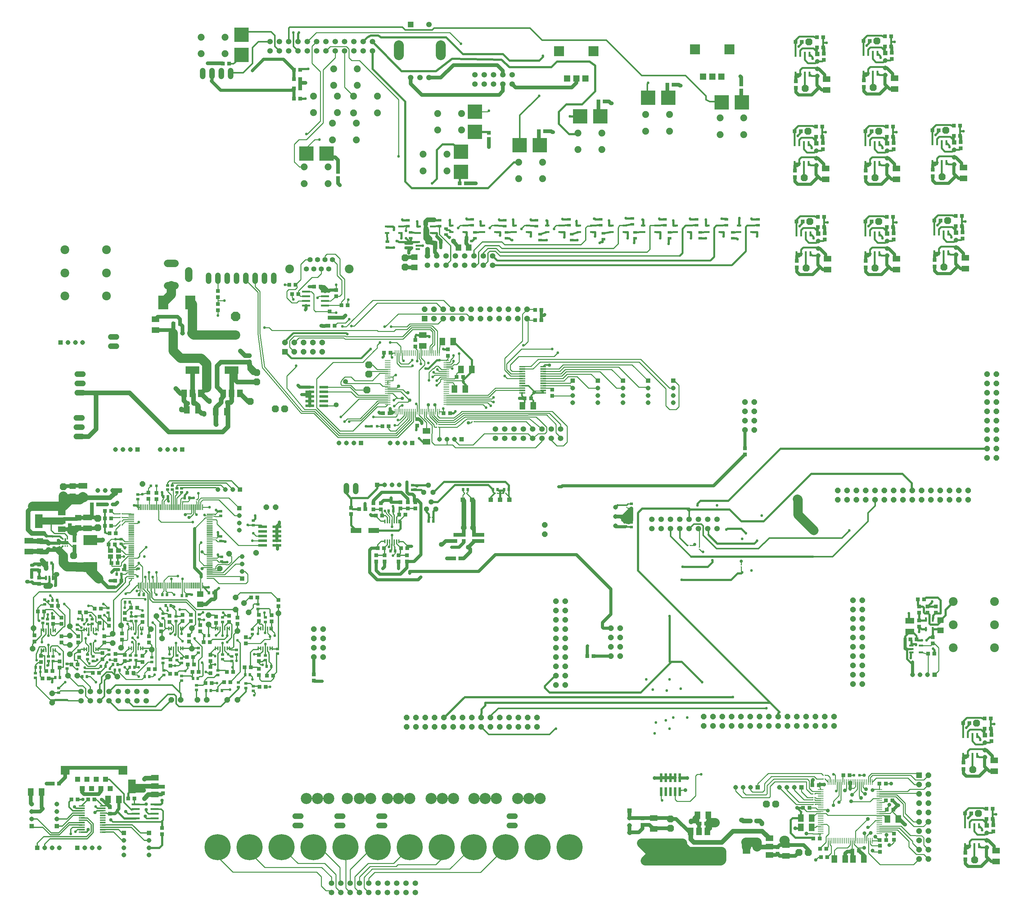
<source format=gbr>
G04 EAGLE Gerber RS-274X export*
G75*
%MOMM*%
%FSLAX34Y34*%
%LPD*%
%INTop Copper*%
%IPPOS*%
%AMOC8*
5,1,8,0,0,1.08239X$1,22.5*%
G01*
%ADD10R,0.270000X1.500000*%
%ADD11R,1.500000X0.270000*%
%ADD12R,0.900000X0.700000*%
%ADD13R,1.400000X1.200000*%
%ADD14R,1.100000X1.000000*%
%ADD15R,1.800000X1.600000*%
%ADD16R,0.700000X0.900000*%
%ADD17C,0.070000*%
%ADD18R,1.000000X1.100000*%
%ADD19R,2.400000X0.760000*%
%ADD20R,0.800000X0.800000*%
%ADD21P,2.089446X8X202.500000*%
%ADD22R,0.350000X0.250000*%
%ADD23P,2.089446X8X22.500000*%
%ADD24R,0.250000X0.350000*%
%ADD25R,0.280000X0.430000*%
%ADD26R,1.200000X0.600000*%
%ADD27R,0.973900X0.798700*%
%ADD28R,2.781300X2.781300*%
%ADD29R,1.800000X1.800000*%
%ADD30R,0.760000X2.400000*%
%ADD31P,1.649562X8X112.500000*%
%ADD32P,1.649562X8X22.500000*%
%ADD33C,2.400000*%
%ADD34C,1.879600*%
%ADD35R,1.308000X1.308000*%
%ADD36C,1.308000*%
%ADD37P,1.429621X8X22.500000*%
%ADD38C,1.524000*%
%ADD39R,1.397000X1.397000*%
%ADD40R,2.476500X2.476500*%
%ADD41R,1.200000X0.550000*%
%ADD42R,0.304800X0.990600*%
%ADD43R,0.600000X1.200000*%
%ADD44R,2.400000X1.600000*%
%ADD45R,0.300000X0.450000*%
%ADD46C,0.027000*%
%ADD47R,2.006600X1.498600*%
%ADD48R,2.006600X3.810000*%
%ADD49R,3.800000X2.800000*%
%ADD50P,1.649562X8X202.500000*%
%ADD51R,1.498600X2.006600*%
%ADD52R,3.810000X2.006600*%
%ADD53R,1.080000X1.050000*%
%ADD54R,1.050000X1.080000*%
%ADD55R,2.000000X1.500000*%
%ADD56R,1.500000X2.000000*%
%ADD57C,1.508000*%
%ADD58C,0.102500*%
%ADD59R,0.600000X1.400000*%
%ADD60R,2.200000X0.600000*%
%ADD61C,1.422400*%
%ADD62R,4.000000X4.000000*%
%ADD63R,1.508000X1.508000*%
%ADD64C,2.700000*%
%ADD65R,1.524000X1.524000*%
%ADD66R,3.000000X1.400000*%
%ADD67C,2.000000*%
%ADD68C,2.540000*%
%ADD69P,2.749271X8X112.500000*%
%ADD70P,1.649562X8X292.500000*%
%ADD71R,0.430000X0.280000*%
%ADD72R,2.800000X3.800000*%
%ADD73R,1.600000X1.800000*%
%ADD74C,0.254000*%
%ADD75C,0.609600*%
%ADD76C,0.756400*%
%ADD77C,0.812800*%
%ADD78C,0.304800*%
%ADD79C,1.270000*%
%ADD80C,1.016000*%
%ADD81C,0.406400*%
%ADD82C,0.152400*%
%ADD83C,0.956400*%
%ADD84C,0.203200*%
%ADD85C,1.056400*%
%ADD86C,2.540000*%
%ADD87C,1.905000*%
%ADD88C,0.508000*%
%ADD89C,1.350000*%
%ADD90C,7.112000*%
%ADD91C,0.906400*%
%ADD92C,3.048000*%


D10*
X2348540Y323840D03*
X2343540Y323840D03*
X2338540Y323840D03*
X2333540Y323840D03*
X2328540Y323840D03*
X2323540Y323840D03*
X2318540Y323840D03*
X2313540Y323840D03*
X2308540Y323840D03*
X2303540Y323840D03*
X2298540Y323840D03*
X2293540Y323840D03*
X2288540Y323840D03*
X2283540Y323840D03*
X2278540Y323840D03*
X2273540Y323840D03*
X2268540Y323840D03*
X2263540Y323840D03*
X2258540Y323840D03*
X2253540Y323840D03*
X2248540Y323840D03*
X2243540Y323840D03*
X2238540Y323840D03*
X2233540Y323840D03*
X2228540Y323840D03*
D11*
X2208540Y303840D03*
X2208540Y298840D03*
X2208540Y293840D03*
X2208540Y288840D03*
X2208540Y283840D03*
X2208540Y278840D03*
X2208540Y273840D03*
X2208540Y268840D03*
X2208540Y263840D03*
X2208540Y258840D03*
X2208540Y253840D03*
X2208540Y248840D03*
X2208540Y243840D03*
X2208540Y238840D03*
X2208540Y233840D03*
X2208540Y228840D03*
X2208540Y223840D03*
X2208540Y218840D03*
X2208540Y213840D03*
X2208540Y208840D03*
X2208540Y203840D03*
X2208540Y198840D03*
X2208540Y193840D03*
X2208540Y188840D03*
X2208540Y183840D03*
D10*
X2228540Y163840D03*
X2233540Y163840D03*
X2238540Y163840D03*
X2243540Y163840D03*
X2248540Y163840D03*
X2253540Y163840D03*
X2258540Y163840D03*
X2263540Y163840D03*
X2268540Y163840D03*
X2273540Y163840D03*
X2278540Y163840D03*
X2283540Y163840D03*
X2288540Y163840D03*
X2293540Y163840D03*
X2298540Y163840D03*
X2303540Y163840D03*
X2308540Y163840D03*
X2313540Y163840D03*
X2318540Y163840D03*
X2323540Y163840D03*
X2328540Y163840D03*
X2333540Y163840D03*
X2338540Y163840D03*
X2343540Y163840D03*
X2348540Y163840D03*
D11*
X2368540Y183840D03*
X2368540Y188840D03*
X2368540Y193840D03*
X2368540Y198840D03*
X2368540Y203840D03*
X2368540Y208840D03*
X2368540Y213840D03*
X2368540Y218840D03*
X2368540Y223840D03*
X2368540Y228840D03*
X2368540Y233840D03*
X2368540Y238840D03*
X2368540Y243840D03*
X2368540Y248840D03*
X2368540Y253840D03*
X2368540Y258840D03*
X2368540Y263840D03*
X2368540Y268840D03*
X2368540Y273840D03*
X2368540Y278840D03*
X2368540Y283840D03*
X2368540Y288840D03*
X2368540Y293840D03*
X2368540Y298840D03*
X2368540Y303840D03*
D12*
X660400Y1024740D03*
X660400Y1037740D03*
D13*
X292940Y939420D03*
X292940Y955420D03*
X270940Y955420D03*
X270940Y939420D03*
D14*
X282820Y972820D03*
X265820Y972820D03*
X273440Y922020D03*
X290440Y922020D03*
D15*
X515620Y836960D03*
X515620Y808960D03*
D16*
X473560Y1099820D03*
X486560Y1099820D03*
D14*
X374142Y1096654D03*
X374142Y1113654D03*
D17*
X347890Y868390D02*
X347890Y853490D01*
X345790Y853490D01*
X345790Y868390D01*
X347890Y868390D01*
X347890Y854155D02*
X345790Y854155D01*
X345790Y854820D02*
X347890Y854820D01*
X347890Y855485D02*
X345790Y855485D01*
X345790Y856150D02*
X347890Y856150D01*
X347890Y856815D02*
X345790Y856815D01*
X345790Y857480D02*
X347890Y857480D01*
X347890Y858145D02*
X345790Y858145D01*
X345790Y858810D02*
X347890Y858810D01*
X347890Y859475D02*
X345790Y859475D01*
X345790Y860140D02*
X347890Y860140D01*
X347890Y860805D02*
X345790Y860805D01*
X345790Y861470D02*
X347890Y861470D01*
X347890Y862135D02*
X345790Y862135D01*
X345790Y862800D02*
X347890Y862800D01*
X347890Y863465D02*
X345790Y863465D01*
X345790Y864130D02*
X347890Y864130D01*
X347890Y864795D02*
X345790Y864795D01*
X345790Y865460D02*
X347890Y865460D01*
X347890Y866125D02*
X345790Y866125D01*
X345790Y866790D02*
X347890Y866790D01*
X347890Y867455D02*
X345790Y867455D01*
X345790Y868120D02*
X347890Y868120D01*
X352890Y868390D02*
X352890Y853490D01*
X350790Y853490D01*
X350790Y868390D01*
X352890Y868390D01*
X352890Y854155D02*
X350790Y854155D01*
X350790Y854820D02*
X352890Y854820D01*
X352890Y855485D02*
X350790Y855485D01*
X350790Y856150D02*
X352890Y856150D01*
X352890Y856815D02*
X350790Y856815D01*
X350790Y857480D02*
X352890Y857480D01*
X352890Y858145D02*
X350790Y858145D01*
X350790Y858810D02*
X352890Y858810D01*
X352890Y859475D02*
X350790Y859475D01*
X350790Y860140D02*
X352890Y860140D01*
X352890Y860805D02*
X350790Y860805D01*
X350790Y861470D02*
X352890Y861470D01*
X352890Y862135D02*
X350790Y862135D01*
X350790Y862800D02*
X352890Y862800D01*
X352890Y863465D02*
X350790Y863465D01*
X350790Y864130D02*
X352890Y864130D01*
X352890Y864795D02*
X350790Y864795D01*
X350790Y865460D02*
X352890Y865460D01*
X352890Y866125D02*
X350790Y866125D01*
X350790Y866790D02*
X352890Y866790D01*
X352890Y867455D02*
X350790Y867455D01*
X350790Y868120D02*
X352890Y868120D01*
X357890Y868390D02*
X357890Y853490D01*
X355790Y853490D01*
X355790Y868390D01*
X357890Y868390D01*
X357890Y854155D02*
X355790Y854155D01*
X355790Y854820D02*
X357890Y854820D01*
X357890Y855485D02*
X355790Y855485D01*
X355790Y856150D02*
X357890Y856150D01*
X357890Y856815D02*
X355790Y856815D01*
X355790Y857480D02*
X357890Y857480D01*
X357890Y858145D02*
X355790Y858145D01*
X355790Y858810D02*
X357890Y858810D01*
X357890Y859475D02*
X355790Y859475D01*
X355790Y860140D02*
X357890Y860140D01*
X357890Y860805D02*
X355790Y860805D01*
X355790Y861470D02*
X357890Y861470D01*
X357890Y862135D02*
X355790Y862135D01*
X355790Y862800D02*
X357890Y862800D01*
X357890Y863465D02*
X355790Y863465D01*
X355790Y864130D02*
X357890Y864130D01*
X357890Y864795D02*
X355790Y864795D01*
X355790Y865460D02*
X357890Y865460D01*
X357890Y866125D02*
X355790Y866125D01*
X355790Y866790D02*
X357890Y866790D01*
X357890Y867455D02*
X355790Y867455D01*
X355790Y868120D02*
X357890Y868120D01*
X362890Y868390D02*
X362890Y853490D01*
X360790Y853490D01*
X360790Y868390D01*
X362890Y868390D01*
X362890Y854155D02*
X360790Y854155D01*
X360790Y854820D02*
X362890Y854820D01*
X362890Y855485D02*
X360790Y855485D01*
X360790Y856150D02*
X362890Y856150D01*
X362890Y856815D02*
X360790Y856815D01*
X360790Y857480D02*
X362890Y857480D01*
X362890Y858145D02*
X360790Y858145D01*
X360790Y858810D02*
X362890Y858810D01*
X362890Y859475D02*
X360790Y859475D01*
X360790Y860140D02*
X362890Y860140D01*
X362890Y860805D02*
X360790Y860805D01*
X360790Y861470D02*
X362890Y861470D01*
X362890Y862135D02*
X360790Y862135D01*
X360790Y862800D02*
X362890Y862800D01*
X362890Y863465D02*
X360790Y863465D01*
X360790Y864130D02*
X362890Y864130D01*
X362890Y864795D02*
X360790Y864795D01*
X360790Y865460D02*
X362890Y865460D01*
X362890Y866125D02*
X360790Y866125D01*
X360790Y866790D02*
X362890Y866790D01*
X362890Y867455D02*
X360790Y867455D01*
X360790Y868120D02*
X362890Y868120D01*
X367890Y868390D02*
X367890Y853490D01*
X365790Y853490D01*
X365790Y868390D01*
X367890Y868390D01*
X367890Y854155D02*
X365790Y854155D01*
X365790Y854820D02*
X367890Y854820D01*
X367890Y855485D02*
X365790Y855485D01*
X365790Y856150D02*
X367890Y856150D01*
X367890Y856815D02*
X365790Y856815D01*
X365790Y857480D02*
X367890Y857480D01*
X367890Y858145D02*
X365790Y858145D01*
X365790Y858810D02*
X367890Y858810D01*
X367890Y859475D02*
X365790Y859475D01*
X365790Y860140D02*
X367890Y860140D01*
X367890Y860805D02*
X365790Y860805D01*
X365790Y861470D02*
X367890Y861470D01*
X367890Y862135D02*
X365790Y862135D01*
X365790Y862800D02*
X367890Y862800D01*
X367890Y863465D02*
X365790Y863465D01*
X365790Y864130D02*
X367890Y864130D01*
X367890Y864795D02*
X365790Y864795D01*
X365790Y865460D02*
X367890Y865460D01*
X367890Y866125D02*
X365790Y866125D01*
X365790Y866790D02*
X367890Y866790D01*
X367890Y867455D02*
X365790Y867455D01*
X365790Y868120D02*
X367890Y868120D01*
X372890Y868390D02*
X372890Y853490D01*
X370790Y853490D01*
X370790Y868390D01*
X372890Y868390D01*
X372890Y854155D02*
X370790Y854155D01*
X370790Y854820D02*
X372890Y854820D01*
X372890Y855485D02*
X370790Y855485D01*
X370790Y856150D02*
X372890Y856150D01*
X372890Y856815D02*
X370790Y856815D01*
X370790Y857480D02*
X372890Y857480D01*
X372890Y858145D02*
X370790Y858145D01*
X370790Y858810D02*
X372890Y858810D01*
X372890Y859475D02*
X370790Y859475D01*
X370790Y860140D02*
X372890Y860140D01*
X372890Y860805D02*
X370790Y860805D01*
X370790Y861470D02*
X372890Y861470D01*
X372890Y862135D02*
X370790Y862135D01*
X370790Y862800D02*
X372890Y862800D01*
X372890Y863465D02*
X370790Y863465D01*
X370790Y864130D02*
X372890Y864130D01*
X372890Y864795D02*
X370790Y864795D01*
X370790Y865460D02*
X372890Y865460D01*
X372890Y866125D02*
X370790Y866125D01*
X370790Y866790D02*
X372890Y866790D01*
X372890Y867455D02*
X370790Y867455D01*
X370790Y868120D02*
X372890Y868120D01*
X377890Y868390D02*
X377890Y853490D01*
X375790Y853490D01*
X375790Y868390D01*
X377890Y868390D01*
X377890Y854155D02*
X375790Y854155D01*
X375790Y854820D02*
X377890Y854820D01*
X377890Y855485D02*
X375790Y855485D01*
X375790Y856150D02*
X377890Y856150D01*
X377890Y856815D02*
X375790Y856815D01*
X375790Y857480D02*
X377890Y857480D01*
X377890Y858145D02*
X375790Y858145D01*
X375790Y858810D02*
X377890Y858810D01*
X377890Y859475D02*
X375790Y859475D01*
X375790Y860140D02*
X377890Y860140D01*
X377890Y860805D02*
X375790Y860805D01*
X375790Y861470D02*
X377890Y861470D01*
X377890Y862135D02*
X375790Y862135D01*
X375790Y862800D02*
X377890Y862800D01*
X377890Y863465D02*
X375790Y863465D01*
X375790Y864130D02*
X377890Y864130D01*
X377890Y864795D02*
X375790Y864795D01*
X375790Y865460D02*
X377890Y865460D01*
X377890Y866125D02*
X375790Y866125D01*
X375790Y866790D02*
X377890Y866790D01*
X377890Y867455D02*
X375790Y867455D01*
X375790Y868120D02*
X377890Y868120D01*
X382890Y868390D02*
X382890Y853490D01*
X380790Y853490D01*
X380790Y868390D01*
X382890Y868390D01*
X382890Y854155D02*
X380790Y854155D01*
X380790Y854820D02*
X382890Y854820D01*
X382890Y855485D02*
X380790Y855485D01*
X380790Y856150D02*
X382890Y856150D01*
X382890Y856815D02*
X380790Y856815D01*
X380790Y857480D02*
X382890Y857480D01*
X382890Y858145D02*
X380790Y858145D01*
X380790Y858810D02*
X382890Y858810D01*
X382890Y859475D02*
X380790Y859475D01*
X380790Y860140D02*
X382890Y860140D01*
X382890Y860805D02*
X380790Y860805D01*
X380790Y861470D02*
X382890Y861470D01*
X382890Y862135D02*
X380790Y862135D01*
X380790Y862800D02*
X382890Y862800D01*
X382890Y863465D02*
X380790Y863465D01*
X380790Y864130D02*
X382890Y864130D01*
X382890Y864795D02*
X380790Y864795D01*
X380790Y865460D02*
X382890Y865460D01*
X382890Y866125D02*
X380790Y866125D01*
X380790Y866790D02*
X382890Y866790D01*
X382890Y867455D02*
X380790Y867455D01*
X380790Y868120D02*
X382890Y868120D01*
X387890Y868390D02*
X387890Y853490D01*
X385790Y853490D01*
X385790Y868390D01*
X387890Y868390D01*
X387890Y854155D02*
X385790Y854155D01*
X385790Y854820D02*
X387890Y854820D01*
X387890Y855485D02*
X385790Y855485D01*
X385790Y856150D02*
X387890Y856150D01*
X387890Y856815D02*
X385790Y856815D01*
X385790Y857480D02*
X387890Y857480D01*
X387890Y858145D02*
X385790Y858145D01*
X385790Y858810D02*
X387890Y858810D01*
X387890Y859475D02*
X385790Y859475D01*
X385790Y860140D02*
X387890Y860140D01*
X387890Y860805D02*
X385790Y860805D01*
X385790Y861470D02*
X387890Y861470D01*
X387890Y862135D02*
X385790Y862135D01*
X385790Y862800D02*
X387890Y862800D01*
X387890Y863465D02*
X385790Y863465D01*
X385790Y864130D02*
X387890Y864130D01*
X387890Y864795D02*
X385790Y864795D01*
X385790Y865460D02*
X387890Y865460D01*
X387890Y866125D02*
X385790Y866125D01*
X385790Y866790D02*
X387890Y866790D01*
X387890Y867455D02*
X385790Y867455D01*
X385790Y868120D02*
X387890Y868120D01*
X392890Y868390D02*
X392890Y853490D01*
X390790Y853490D01*
X390790Y868390D01*
X392890Y868390D01*
X392890Y854155D02*
X390790Y854155D01*
X390790Y854820D02*
X392890Y854820D01*
X392890Y855485D02*
X390790Y855485D01*
X390790Y856150D02*
X392890Y856150D01*
X392890Y856815D02*
X390790Y856815D01*
X390790Y857480D02*
X392890Y857480D01*
X392890Y858145D02*
X390790Y858145D01*
X390790Y858810D02*
X392890Y858810D01*
X392890Y859475D02*
X390790Y859475D01*
X390790Y860140D02*
X392890Y860140D01*
X392890Y860805D02*
X390790Y860805D01*
X390790Y861470D02*
X392890Y861470D01*
X392890Y862135D02*
X390790Y862135D01*
X390790Y862800D02*
X392890Y862800D01*
X392890Y863465D02*
X390790Y863465D01*
X390790Y864130D02*
X392890Y864130D01*
X392890Y864795D02*
X390790Y864795D01*
X390790Y865460D02*
X392890Y865460D01*
X392890Y866125D02*
X390790Y866125D01*
X390790Y866790D02*
X392890Y866790D01*
X392890Y867455D02*
X390790Y867455D01*
X390790Y868120D02*
X392890Y868120D01*
X397890Y868390D02*
X397890Y853490D01*
X395790Y853490D01*
X395790Y868390D01*
X397890Y868390D01*
X397890Y854155D02*
X395790Y854155D01*
X395790Y854820D02*
X397890Y854820D01*
X397890Y855485D02*
X395790Y855485D01*
X395790Y856150D02*
X397890Y856150D01*
X397890Y856815D02*
X395790Y856815D01*
X395790Y857480D02*
X397890Y857480D01*
X397890Y858145D02*
X395790Y858145D01*
X395790Y858810D02*
X397890Y858810D01*
X397890Y859475D02*
X395790Y859475D01*
X395790Y860140D02*
X397890Y860140D01*
X397890Y860805D02*
X395790Y860805D01*
X395790Y861470D02*
X397890Y861470D01*
X397890Y862135D02*
X395790Y862135D01*
X395790Y862800D02*
X397890Y862800D01*
X397890Y863465D02*
X395790Y863465D01*
X395790Y864130D02*
X397890Y864130D01*
X397890Y864795D02*
X395790Y864795D01*
X395790Y865460D02*
X397890Y865460D01*
X397890Y866125D02*
X395790Y866125D01*
X395790Y866790D02*
X397890Y866790D01*
X397890Y867455D02*
X395790Y867455D01*
X395790Y868120D02*
X397890Y868120D01*
X402890Y868390D02*
X402890Y853490D01*
X400790Y853490D01*
X400790Y868390D01*
X402890Y868390D01*
X402890Y854155D02*
X400790Y854155D01*
X400790Y854820D02*
X402890Y854820D01*
X402890Y855485D02*
X400790Y855485D01*
X400790Y856150D02*
X402890Y856150D01*
X402890Y856815D02*
X400790Y856815D01*
X400790Y857480D02*
X402890Y857480D01*
X402890Y858145D02*
X400790Y858145D01*
X400790Y858810D02*
X402890Y858810D01*
X402890Y859475D02*
X400790Y859475D01*
X400790Y860140D02*
X402890Y860140D01*
X402890Y860805D02*
X400790Y860805D01*
X400790Y861470D02*
X402890Y861470D01*
X402890Y862135D02*
X400790Y862135D01*
X400790Y862800D02*
X402890Y862800D01*
X402890Y863465D02*
X400790Y863465D01*
X400790Y864130D02*
X402890Y864130D01*
X402890Y864795D02*
X400790Y864795D01*
X400790Y865460D02*
X402890Y865460D01*
X402890Y866125D02*
X400790Y866125D01*
X400790Y866790D02*
X402890Y866790D01*
X402890Y867455D02*
X400790Y867455D01*
X400790Y868120D02*
X402890Y868120D01*
X407890Y868390D02*
X407890Y853490D01*
X405790Y853490D01*
X405790Y868390D01*
X407890Y868390D01*
X407890Y854155D02*
X405790Y854155D01*
X405790Y854820D02*
X407890Y854820D01*
X407890Y855485D02*
X405790Y855485D01*
X405790Y856150D02*
X407890Y856150D01*
X407890Y856815D02*
X405790Y856815D01*
X405790Y857480D02*
X407890Y857480D01*
X407890Y858145D02*
X405790Y858145D01*
X405790Y858810D02*
X407890Y858810D01*
X407890Y859475D02*
X405790Y859475D01*
X405790Y860140D02*
X407890Y860140D01*
X407890Y860805D02*
X405790Y860805D01*
X405790Y861470D02*
X407890Y861470D01*
X407890Y862135D02*
X405790Y862135D01*
X405790Y862800D02*
X407890Y862800D01*
X407890Y863465D02*
X405790Y863465D01*
X405790Y864130D02*
X407890Y864130D01*
X407890Y864795D02*
X405790Y864795D01*
X405790Y865460D02*
X407890Y865460D01*
X407890Y866125D02*
X405790Y866125D01*
X405790Y866790D02*
X407890Y866790D01*
X407890Y867455D02*
X405790Y867455D01*
X405790Y868120D02*
X407890Y868120D01*
X412890Y868390D02*
X412890Y853490D01*
X410790Y853490D01*
X410790Y868390D01*
X412890Y868390D01*
X412890Y854155D02*
X410790Y854155D01*
X410790Y854820D02*
X412890Y854820D01*
X412890Y855485D02*
X410790Y855485D01*
X410790Y856150D02*
X412890Y856150D01*
X412890Y856815D02*
X410790Y856815D01*
X410790Y857480D02*
X412890Y857480D01*
X412890Y858145D02*
X410790Y858145D01*
X410790Y858810D02*
X412890Y858810D01*
X412890Y859475D02*
X410790Y859475D01*
X410790Y860140D02*
X412890Y860140D01*
X412890Y860805D02*
X410790Y860805D01*
X410790Y861470D02*
X412890Y861470D01*
X412890Y862135D02*
X410790Y862135D01*
X410790Y862800D02*
X412890Y862800D01*
X412890Y863465D02*
X410790Y863465D01*
X410790Y864130D02*
X412890Y864130D01*
X412890Y864795D02*
X410790Y864795D01*
X410790Y865460D02*
X412890Y865460D01*
X412890Y866125D02*
X410790Y866125D01*
X410790Y866790D02*
X412890Y866790D01*
X412890Y867455D02*
X410790Y867455D01*
X410790Y868120D02*
X412890Y868120D01*
X417890Y868390D02*
X417890Y853490D01*
X415790Y853490D01*
X415790Y868390D01*
X417890Y868390D01*
X417890Y854155D02*
X415790Y854155D01*
X415790Y854820D02*
X417890Y854820D01*
X417890Y855485D02*
X415790Y855485D01*
X415790Y856150D02*
X417890Y856150D01*
X417890Y856815D02*
X415790Y856815D01*
X415790Y857480D02*
X417890Y857480D01*
X417890Y858145D02*
X415790Y858145D01*
X415790Y858810D02*
X417890Y858810D01*
X417890Y859475D02*
X415790Y859475D01*
X415790Y860140D02*
X417890Y860140D01*
X417890Y860805D02*
X415790Y860805D01*
X415790Y861470D02*
X417890Y861470D01*
X417890Y862135D02*
X415790Y862135D01*
X415790Y862800D02*
X417890Y862800D01*
X417890Y863465D02*
X415790Y863465D01*
X415790Y864130D02*
X417890Y864130D01*
X417890Y864795D02*
X415790Y864795D01*
X415790Y865460D02*
X417890Y865460D01*
X417890Y866125D02*
X415790Y866125D01*
X415790Y866790D02*
X417890Y866790D01*
X417890Y867455D02*
X415790Y867455D01*
X415790Y868120D02*
X417890Y868120D01*
X422890Y868390D02*
X422890Y853490D01*
X420790Y853490D01*
X420790Y868390D01*
X422890Y868390D01*
X422890Y854155D02*
X420790Y854155D01*
X420790Y854820D02*
X422890Y854820D01*
X422890Y855485D02*
X420790Y855485D01*
X420790Y856150D02*
X422890Y856150D01*
X422890Y856815D02*
X420790Y856815D01*
X420790Y857480D02*
X422890Y857480D01*
X422890Y858145D02*
X420790Y858145D01*
X420790Y858810D02*
X422890Y858810D01*
X422890Y859475D02*
X420790Y859475D01*
X420790Y860140D02*
X422890Y860140D01*
X422890Y860805D02*
X420790Y860805D01*
X420790Y861470D02*
X422890Y861470D01*
X422890Y862135D02*
X420790Y862135D01*
X420790Y862800D02*
X422890Y862800D01*
X422890Y863465D02*
X420790Y863465D01*
X420790Y864130D02*
X422890Y864130D01*
X422890Y864795D02*
X420790Y864795D01*
X420790Y865460D02*
X422890Y865460D01*
X422890Y866125D02*
X420790Y866125D01*
X420790Y866790D02*
X422890Y866790D01*
X422890Y867455D02*
X420790Y867455D01*
X420790Y868120D02*
X422890Y868120D01*
X427890Y868390D02*
X427890Y853490D01*
X425790Y853490D01*
X425790Y868390D01*
X427890Y868390D01*
X427890Y854155D02*
X425790Y854155D01*
X425790Y854820D02*
X427890Y854820D01*
X427890Y855485D02*
X425790Y855485D01*
X425790Y856150D02*
X427890Y856150D01*
X427890Y856815D02*
X425790Y856815D01*
X425790Y857480D02*
X427890Y857480D01*
X427890Y858145D02*
X425790Y858145D01*
X425790Y858810D02*
X427890Y858810D01*
X427890Y859475D02*
X425790Y859475D01*
X425790Y860140D02*
X427890Y860140D01*
X427890Y860805D02*
X425790Y860805D01*
X425790Y861470D02*
X427890Y861470D01*
X427890Y862135D02*
X425790Y862135D01*
X425790Y862800D02*
X427890Y862800D01*
X427890Y863465D02*
X425790Y863465D01*
X425790Y864130D02*
X427890Y864130D01*
X427890Y864795D02*
X425790Y864795D01*
X425790Y865460D02*
X427890Y865460D01*
X427890Y866125D02*
X425790Y866125D01*
X425790Y866790D02*
X427890Y866790D01*
X427890Y867455D02*
X425790Y867455D01*
X425790Y868120D02*
X427890Y868120D01*
X432890Y868390D02*
X432890Y853490D01*
X430790Y853490D01*
X430790Y868390D01*
X432890Y868390D01*
X432890Y854155D02*
X430790Y854155D01*
X430790Y854820D02*
X432890Y854820D01*
X432890Y855485D02*
X430790Y855485D01*
X430790Y856150D02*
X432890Y856150D01*
X432890Y856815D02*
X430790Y856815D01*
X430790Y857480D02*
X432890Y857480D01*
X432890Y858145D02*
X430790Y858145D01*
X430790Y858810D02*
X432890Y858810D01*
X432890Y859475D02*
X430790Y859475D01*
X430790Y860140D02*
X432890Y860140D01*
X432890Y860805D02*
X430790Y860805D01*
X430790Y861470D02*
X432890Y861470D01*
X432890Y862135D02*
X430790Y862135D01*
X430790Y862800D02*
X432890Y862800D01*
X432890Y863465D02*
X430790Y863465D01*
X430790Y864130D02*
X432890Y864130D01*
X432890Y864795D02*
X430790Y864795D01*
X430790Y865460D02*
X432890Y865460D01*
X432890Y866125D02*
X430790Y866125D01*
X430790Y866790D02*
X432890Y866790D01*
X432890Y867455D02*
X430790Y867455D01*
X430790Y868120D02*
X432890Y868120D01*
X437890Y868390D02*
X437890Y853490D01*
X435790Y853490D01*
X435790Y868390D01*
X437890Y868390D01*
X437890Y854155D02*
X435790Y854155D01*
X435790Y854820D02*
X437890Y854820D01*
X437890Y855485D02*
X435790Y855485D01*
X435790Y856150D02*
X437890Y856150D01*
X437890Y856815D02*
X435790Y856815D01*
X435790Y857480D02*
X437890Y857480D01*
X437890Y858145D02*
X435790Y858145D01*
X435790Y858810D02*
X437890Y858810D01*
X437890Y859475D02*
X435790Y859475D01*
X435790Y860140D02*
X437890Y860140D01*
X437890Y860805D02*
X435790Y860805D01*
X435790Y861470D02*
X437890Y861470D01*
X437890Y862135D02*
X435790Y862135D01*
X435790Y862800D02*
X437890Y862800D01*
X437890Y863465D02*
X435790Y863465D01*
X435790Y864130D02*
X437890Y864130D01*
X437890Y864795D02*
X435790Y864795D01*
X435790Y865460D02*
X437890Y865460D01*
X437890Y866125D02*
X435790Y866125D01*
X435790Y866790D02*
X437890Y866790D01*
X437890Y867455D02*
X435790Y867455D01*
X435790Y868120D02*
X437890Y868120D01*
X442890Y868390D02*
X442890Y853490D01*
X440790Y853490D01*
X440790Y868390D01*
X442890Y868390D01*
X442890Y854155D02*
X440790Y854155D01*
X440790Y854820D02*
X442890Y854820D01*
X442890Y855485D02*
X440790Y855485D01*
X440790Y856150D02*
X442890Y856150D01*
X442890Y856815D02*
X440790Y856815D01*
X440790Y857480D02*
X442890Y857480D01*
X442890Y858145D02*
X440790Y858145D01*
X440790Y858810D02*
X442890Y858810D01*
X442890Y859475D02*
X440790Y859475D01*
X440790Y860140D02*
X442890Y860140D01*
X442890Y860805D02*
X440790Y860805D01*
X440790Y861470D02*
X442890Y861470D01*
X442890Y862135D02*
X440790Y862135D01*
X440790Y862800D02*
X442890Y862800D01*
X442890Y863465D02*
X440790Y863465D01*
X440790Y864130D02*
X442890Y864130D01*
X442890Y864795D02*
X440790Y864795D01*
X440790Y865460D02*
X442890Y865460D01*
X442890Y866125D02*
X440790Y866125D01*
X440790Y866790D02*
X442890Y866790D01*
X442890Y867455D02*
X440790Y867455D01*
X440790Y868120D02*
X442890Y868120D01*
X447890Y868390D02*
X447890Y853490D01*
X445790Y853490D01*
X445790Y868390D01*
X447890Y868390D01*
X447890Y854155D02*
X445790Y854155D01*
X445790Y854820D02*
X447890Y854820D01*
X447890Y855485D02*
X445790Y855485D01*
X445790Y856150D02*
X447890Y856150D01*
X447890Y856815D02*
X445790Y856815D01*
X445790Y857480D02*
X447890Y857480D01*
X447890Y858145D02*
X445790Y858145D01*
X445790Y858810D02*
X447890Y858810D01*
X447890Y859475D02*
X445790Y859475D01*
X445790Y860140D02*
X447890Y860140D01*
X447890Y860805D02*
X445790Y860805D01*
X445790Y861470D02*
X447890Y861470D01*
X447890Y862135D02*
X445790Y862135D01*
X445790Y862800D02*
X447890Y862800D01*
X447890Y863465D02*
X445790Y863465D01*
X445790Y864130D02*
X447890Y864130D01*
X447890Y864795D02*
X445790Y864795D01*
X445790Y865460D02*
X447890Y865460D01*
X447890Y866125D02*
X445790Y866125D01*
X445790Y866790D02*
X447890Y866790D01*
X447890Y867455D02*
X445790Y867455D01*
X445790Y868120D02*
X447890Y868120D01*
X452890Y868390D02*
X452890Y853490D01*
X450790Y853490D01*
X450790Y868390D01*
X452890Y868390D01*
X452890Y854155D02*
X450790Y854155D01*
X450790Y854820D02*
X452890Y854820D01*
X452890Y855485D02*
X450790Y855485D01*
X450790Y856150D02*
X452890Y856150D01*
X452890Y856815D02*
X450790Y856815D01*
X450790Y857480D02*
X452890Y857480D01*
X452890Y858145D02*
X450790Y858145D01*
X450790Y858810D02*
X452890Y858810D01*
X452890Y859475D02*
X450790Y859475D01*
X450790Y860140D02*
X452890Y860140D01*
X452890Y860805D02*
X450790Y860805D01*
X450790Y861470D02*
X452890Y861470D01*
X452890Y862135D02*
X450790Y862135D01*
X450790Y862800D02*
X452890Y862800D01*
X452890Y863465D02*
X450790Y863465D01*
X450790Y864130D02*
X452890Y864130D01*
X452890Y864795D02*
X450790Y864795D01*
X450790Y865460D02*
X452890Y865460D01*
X452890Y866125D02*
X450790Y866125D01*
X450790Y866790D02*
X452890Y866790D01*
X452890Y867455D02*
X450790Y867455D01*
X450790Y868120D02*
X452890Y868120D01*
X457890Y868390D02*
X457890Y853490D01*
X455790Y853490D01*
X455790Y868390D01*
X457890Y868390D01*
X457890Y854155D02*
X455790Y854155D01*
X455790Y854820D02*
X457890Y854820D01*
X457890Y855485D02*
X455790Y855485D01*
X455790Y856150D02*
X457890Y856150D01*
X457890Y856815D02*
X455790Y856815D01*
X455790Y857480D02*
X457890Y857480D01*
X457890Y858145D02*
X455790Y858145D01*
X455790Y858810D02*
X457890Y858810D01*
X457890Y859475D02*
X455790Y859475D01*
X455790Y860140D02*
X457890Y860140D01*
X457890Y860805D02*
X455790Y860805D01*
X455790Y861470D02*
X457890Y861470D01*
X457890Y862135D02*
X455790Y862135D01*
X455790Y862800D02*
X457890Y862800D01*
X457890Y863465D02*
X455790Y863465D01*
X455790Y864130D02*
X457890Y864130D01*
X457890Y864795D02*
X455790Y864795D01*
X455790Y865460D02*
X457890Y865460D01*
X457890Y866125D02*
X455790Y866125D01*
X455790Y866790D02*
X457890Y866790D01*
X457890Y867455D02*
X455790Y867455D01*
X455790Y868120D02*
X457890Y868120D01*
X462890Y868390D02*
X462890Y853490D01*
X460790Y853490D01*
X460790Y868390D01*
X462890Y868390D01*
X462890Y854155D02*
X460790Y854155D01*
X460790Y854820D02*
X462890Y854820D01*
X462890Y855485D02*
X460790Y855485D01*
X460790Y856150D02*
X462890Y856150D01*
X462890Y856815D02*
X460790Y856815D01*
X460790Y857480D02*
X462890Y857480D01*
X462890Y858145D02*
X460790Y858145D01*
X460790Y858810D02*
X462890Y858810D01*
X462890Y859475D02*
X460790Y859475D01*
X460790Y860140D02*
X462890Y860140D01*
X462890Y860805D02*
X460790Y860805D01*
X460790Y861470D02*
X462890Y861470D01*
X462890Y862135D02*
X460790Y862135D01*
X460790Y862800D02*
X462890Y862800D01*
X462890Y863465D02*
X460790Y863465D01*
X460790Y864130D02*
X462890Y864130D01*
X462890Y864795D02*
X460790Y864795D01*
X460790Y865460D02*
X462890Y865460D01*
X462890Y866125D02*
X460790Y866125D01*
X460790Y866790D02*
X462890Y866790D01*
X462890Y867455D02*
X460790Y867455D01*
X460790Y868120D02*
X462890Y868120D01*
X467890Y868390D02*
X467890Y853490D01*
X465790Y853490D01*
X465790Y868390D01*
X467890Y868390D01*
X467890Y854155D02*
X465790Y854155D01*
X465790Y854820D02*
X467890Y854820D01*
X467890Y855485D02*
X465790Y855485D01*
X465790Y856150D02*
X467890Y856150D01*
X467890Y856815D02*
X465790Y856815D01*
X465790Y857480D02*
X467890Y857480D01*
X467890Y858145D02*
X465790Y858145D01*
X465790Y858810D02*
X467890Y858810D01*
X467890Y859475D02*
X465790Y859475D01*
X465790Y860140D02*
X467890Y860140D01*
X467890Y860805D02*
X465790Y860805D01*
X465790Y861470D02*
X467890Y861470D01*
X467890Y862135D02*
X465790Y862135D01*
X465790Y862800D02*
X467890Y862800D01*
X467890Y863465D02*
X465790Y863465D01*
X465790Y864130D02*
X467890Y864130D01*
X467890Y864795D02*
X465790Y864795D01*
X465790Y865460D02*
X467890Y865460D01*
X467890Y866125D02*
X465790Y866125D01*
X465790Y866790D02*
X467890Y866790D01*
X467890Y867455D02*
X465790Y867455D01*
X465790Y868120D02*
X467890Y868120D01*
X472890Y868390D02*
X472890Y853490D01*
X470790Y853490D01*
X470790Y868390D01*
X472890Y868390D01*
X472890Y854155D02*
X470790Y854155D01*
X470790Y854820D02*
X472890Y854820D01*
X472890Y855485D02*
X470790Y855485D01*
X470790Y856150D02*
X472890Y856150D01*
X472890Y856815D02*
X470790Y856815D01*
X470790Y857480D02*
X472890Y857480D01*
X472890Y858145D02*
X470790Y858145D01*
X470790Y858810D02*
X472890Y858810D01*
X472890Y859475D02*
X470790Y859475D01*
X470790Y860140D02*
X472890Y860140D01*
X472890Y860805D02*
X470790Y860805D01*
X470790Y861470D02*
X472890Y861470D01*
X472890Y862135D02*
X470790Y862135D01*
X470790Y862800D02*
X472890Y862800D01*
X472890Y863465D02*
X470790Y863465D01*
X470790Y864130D02*
X472890Y864130D01*
X472890Y864795D02*
X470790Y864795D01*
X470790Y865460D02*
X472890Y865460D01*
X472890Y866125D02*
X470790Y866125D01*
X470790Y866790D02*
X472890Y866790D01*
X472890Y867455D02*
X470790Y867455D01*
X470790Y868120D02*
X472890Y868120D01*
X477890Y868390D02*
X477890Y853490D01*
X475790Y853490D01*
X475790Y868390D01*
X477890Y868390D01*
X477890Y854155D02*
X475790Y854155D01*
X475790Y854820D02*
X477890Y854820D01*
X477890Y855485D02*
X475790Y855485D01*
X475790Y856150D02*
X477890Y856150D01*
X477890Y856815D02*
X475790Y856815D01*
X475790Y857480D02*
X477890Y857480D01*
X477890Y858145D02*
X475790Y858145D01*
X475790Y858810D02*
X477890Y858810D01*
X477890Y859475D02*
X475790Y859475D01*
X475790Y860140D02*
X477890Y860140D01*
X477890Y860805D02*
X475790Y860805D01*
X475790Y861470D02*
X477890Y861470D01*
X477890Y862135D02*
X475790Y862135D01*
X475790Y862800D02*
X477890Y862800D01*
X477890Y863465D02*
X475790Y863465D01*
X475790Y864130D02*
X477890Y864130D01*
X477890Y864795D02*
X475790Y864795D01*
X475790Y865460D02*
X477890Y865460D01*
X477890Y866125D02*
X475790Y866125D01*
X475790Y866790D02*
X477890Y866790D01*
X477890Y867455D02*
X475790Y867455D01*
X475790Y868120D02*
X477890Y868120D01*
X482890Y868390D02*
X482890Y853490D01*
X480790Y853490D01*
X480790Y868390D01*
X482890Y868390D01*
X482890Y854155D02*
X480790Y854155D01*
X480790Y854820D02*
X482890Y854820D01*
X482890Y855485D02*
X480790Y855485D01*
X480790Y856150D02*
X482890Y856150D01*
X482890Y856815D02*
X480790Y856815D01*
X480790Y857480D02*
X482890Y857480D01*
X482890Y858145D02*
X480790Y858145D01*
X480790Y858810D02*
X482890Y858810D01*
X482890Y859475D02*
X480790Y859475D01*
X480790Y860140D02*
X482890Y860140D01*
X482890Y860805D02*
X480790Y860805D01*
X480790Y861470D02*
X482890Y861470D01*
X482890Y862135D02*
X480790Y862135D01*
X480790Y862800D02*
X482890Y862800D01*
X482890Y863465D02*
X480790Y863465D01*
X480790Y864130D02*
X482890Y864130D01*
X482890Y864795D02*
X480790Y864795D01*
X480790Y865460D02*
X482890Y865460D01*
X482890Y866125D02*
X480790Y866125D01*
X480790Y866790D02*
X482890Y866790D01*
X482890Y867455D02*
X480790Y867455D01*
X480790Y868120D02*
X482890Y868120D01*
X487890Y868390D02*
X487890Y853490D01*
X485790Y853490D01*
X485790Y868390D01*
X487890Y868390D01*
X487890Y854155D02*
X485790Y854155D01*
X485790Y854820D02*
X487890Y854820D01*
X487890Y855485D02*
X485790Y855485D01*
X485790Y856150D02*
X487890Y856150D01*
X487890Y856815D02*
X485790Y856815D01*
X485790Y857480D02*
X487890Y857480D01*
X487890Y858145D02*
X485790Y858145D01*
X485790Y858810D02*
X487890Y858810D01*
X487890Y859475D02*
X485790Y859475D01*
X485790Y860140D02*
X487890Y860140D01*
X487890Y860805D02*
X485790Y860805D01*
X485790Y861470D02*
X487890Y861470D01*
X487890Y862135D02*
X485790Y862135D01*
X485790Y862800D02*
X487890Y862800D01*
X487890Y863465D02*
X485790Y863465D01*
X485790Y864130D02*
X487890Y864130D01*
X487890Y864795D02*
X485790Y864795D01*
X485790Y865460D02*
X487890Y865460D01*
X487890Y866125D02*
X485790Y866125D01*
X485790Y866790D02*
X487890Y866790D01*
X487890Y867455D02*
X485790Y867455D01*
X485790Y868120D02*
X487890Y868120D01*
X492890Y868390D02*
X492890Y853490D01*
X490790Y853490D01*
X490790Y868390D01*
X492890Y868390D01*
X492890Y854155D02*
X490790Y854155D01*
X490790Y854820D02*
X492890Y854820D01*
X492890Y855485D02*
X490790Y855485D01*
X490790Y856150D02*
X492890Y856150D01*
X492890Y856815D02*
X490790Y856815D01*
X490790Y857480D02*
X492890Y857480D01*
X492890Y858145D02*
X490790Y858145D01*
X490790Y858810D02*
X492890Y858810D01*
X492890Y859475D02*
X490790Y859475D01*
X490790Y860140D02*
X492890Y860140D01*
X492890Y860805D02*
X490790Y860805D01*
X490790Y861470D02*
X492890Y861470D01*
X492890Y862135D02*
X490790Y862135D01*
X490790Y862800D02*
X492890Y862800D01*
X492890Y863465D02*
X490790Y863465D01*
X490790Y864130D02*
X492890Y864130D01*
X492890Y864795D02*
X490790Y864795D01*
X490790Y865460D02*
X492890Y865460D01*
X492890Y866125D02*
X490790Y866125D01*
X490790Y866790D02*
X492890Y866790D01*
X492890Y867455D02*
X490790Y867455D01*
X490790Y868120D02*
X492890Y868120D01*
X497890Y868390D02*
X497890Y853490D01*
X495790Y853490D01*
X495790Y868390D01*
X497890Y868390D01*
X497890Y854155D02*
X495790Y854155D01*
X495790Y854820D02*
X497890Y854820D01*
X497890Y855485D02*
X495790Y855485D01*
X495790Y856150D02*
X497890Y856150D01*
X497890Y856815D02*
X495790Y856815D01*
X495790Y857480D02*
X497890Y857480D01*
X497890Y858145D02*
X495790Y858145D01*
X495790Y858810D02*
X497890Y858810D01*
X497890Y859475D02*
X495790Y859475D01*
X495790Y860140D02*
X497890Y860140D01*
X497890Y860805D02*
X495790Y860805D01*
X495790Y861470D02*
X497890Y861470D01*
X497890Y862135D02*
X495790Y862135D01*
X495790Y862800D02*
X497890Y862800D01*
X497890Y863465D02*
X495790Y863465D01*
X495790Y864130D02*
X497890Y864130D01*
X497890Y864795D02*
X495790Y864795D01*
X495790Y865460D02*
X497890Y865460D01*
X497890Y866125D02*
X495790Y866125D01*
X495790Y866790D02*
X497890Y866790D01*
X497890Y867455D02*
X495790Y867455D01*
X495790Y868120D02*
X497890Y868120D01*
X502890Y868390D02*
X502890Y853490D01*
X500790Y853490D01*
X500790Y868390D01*
X502890Y868390D01*
X502890Y854155D02*
X500790Y854155D01*
X500790Y854820D02*
X502890Y854820D01*
X502890Y855485D02*
X500790Y855485D01*
X500790Y856150D02*
X502890Y856150D01*
X502890Y856815D02*
X500790Y856815D01*
X500790Y857480D02*
X502890Y857480D01*
X502890Y858145D02*
X500790Y858145D01*
X500790Y858810D02*
X502890Y858810D01*
X502890Y859475D02*
X500790Y859475D01*
X500790Y860140D02*
X502890Y860140D01*
X502890Y860805D02*
X500790Y860805D01*
X500790Y861470D02*
X502890Y861470D01*
X502890Y862135D02*
X500790Y862135D01*
X500790Y862800D02*
X502890Y862800D01*
X502890Y863465D02*
X500790Y863465D01*
X500790Y864130D02*
X502890Y864130D01*
X502890Y864795D02*
X500790Y864795D01*
X500790Y865460D02*
X502890Y865460D01*
X502890Y866125D02*
X500790Y866125D01*
X500790Y866790D02*
X502890Y866790D01*
X502890Y867455D02*
X500790Y867455D01*
X500790Y868120D02*
X502890Y868120D01*
X507890Y868390D02*
X507890Y853490D01*
X505790Y853490D01*
X505790Y868390D01*
X507890Y868390D01*
X507890Y854155D02*
X505790Y854155D01*
X505790Y854820D02*
X507890Y854820D01*
X507890Y855485D02*
X505790Y855485D01*
X505790Y856150D02*
X507890Y856150D01*
X507890Y856815D02*
X505790Y856815D01*
X505790Y857480D02*
X507890Y857480D01*
X507890Y858145D02*
X505790Y858145D01*
X505790Y858810D02*
X507890Y858810D01*
X507890Y859475D02*
X505790Y859475D01*
X505790Y860140D02*
X507890Y860140D01*
X507890Y860805D02*
X505790Y860805D01*
X505790Y861470D02*
X507890Y861470D01*
X507890Y862135D02*
X505790Y862135D01*
X505790Y862800D02*
X507890Y862800D01*
X507890Y863465D02*
X505790Y863465D01*
X505790Y864130D02*
X507890Y864130D01*
X507890Y864795D02*
X505790Y864795D01*
X505790Y865460D02*
X507890Y865460D01*
X507890Y866125D02*
X505790Y866125D01*
X505790Y866790D02*
X507890Y866790D01*
X507890Y867455D02*
X505790Y867455D01*
X505790Y868120D02*
X507890Y868120D01*
X512890Y868390D02*
X512890Y853490D01*
X510790Y853490D01*
X510790Y868390D01*
X512890Y868390D01*
X512890Y854155D02*
X510790Y854155D01*
X510790Y854820D02*
X512890Y854820D01*
X512890Y855485D02*
X510790Y855485D01*
X510790Y856150D02*
X512890Y856150D01*
X512890Y856815D02*
X510790Y856815D01*
X510790Y857480D02*
X512890Y857480D01*
X512890Y858145D02*
X510790Y858145D01*
X510790Y858810D02*
X512890Y858810D01*
X512890Y859475D02*
X510790Y859475D01*
X510790Y860140D02*
X512890Y860140D01*
X512890Y860805D02*
X510790Y860805D01*
X510790Y861470D02*
X512890Y861470D01*
X512890Y862135D02*
X510790Y862135D01*
X510790Y862800D02*
X512890Y862800D01*
X512890Y863465D02*
X510790Y863465D01*
X510790Y864130D02*
X512890Y864130D01*
X512890Y864795D02*
X510790Y864795D01*
X510790Y865460D02*
X512890Y865460D01*
X512890Y866125D02*
X510790Y866125D01*
X510790Y866790D02*
X512890Y866790D01*
X512890Y867455D02*
X510790Y867455D01*
X510790Y868120D02*
X512890Y868120D01*
X517890Y868390D02*
X517890Y853490D01*
X515790Y853490D01*
X515790Y868390D01*
X517890Y868390D01*
X517890Y854155D02*
X515790Y854155D01*
X515790Y854820D02*
X517890Y854820D01*
X517890Y855485D02*
X515790Y855485D01*
X515790Y856150D02*
X517890Y856150D01*
X517890Y856815D02*
X515790Y856815D01*
X515790Y857480D02*
X517890Y857480D01*
X517890Y858145D02*
X515790Y858145D01*
X515790Y858810D02*
X517890Y858810D01*
X517890Y859475D02*
X515790Y859475D01*
X515790Y860140D02*
X517890Y860140D01*
X517890Y860805D02*
X515790Y860805D01*
X515790Y861470D02*
X517890Y861470D01*
X517890Y862135D02*
X515790Y862135D01*
X515790Y862800D02*
X517890Y862800D01*
X517890Y863465D02*
X515790Y863465D01*
X515790Y864130D02*
X517890Y864130D01*
X517890Y864795D02*
X515790Y864795D01*
X515790Y865460D02*
X517890Y865460D01*
X517890Y866125D02*
X515790Y866125D01*
X515790Y866790D02*
X517890Y866790D01*
X517890Y867455D02*
X515790Y867455D01*
X515790Y868120D02*
X517890Y868120D01*
X522890Y868390D02*
X522890Y853490D01*
X520790Y853490D01*
X520790Y868390D01*
X522890Y868390D01*
X522890Y854155D02*
X520790Y854155D01*
X520790Y854820D02*
X522890Y854820D01*
X522890Y855485D02*
X520790Y855485D01*
X520790Y856150D02*
X522890Y856150D01*
X522890Y856815D02*
X520790Y856815D01*
X520790Y857480D02*
X522890Y857480D01*
X522890Y858145D02*
X520790Y858145D01*
X520790Y858810D02*
X522890Y858810D01*
X522890Y859475D02*
X520790Y859475D01*
X520790Y860140D02*
X522890Y860140D01*
X522890Y860805D02*
X520790Y860805D01*
X520790Y861470D02*
X522890Y861470D01*
X522890Y862135D02*
X520790Y862135D01*
X520790Y862800D02*
X522890Y862800D01*
X522890Y863465D02*
X520790Y863465D01*
X520790Y864130D02*
X522890Y864130D01*
X522890Y864795D02*
X520790Y864795D01*
X520790Y865460D02*
X522890Y865460D01*
X522890Y866125D02*
X520790Y866125D01*
X520790Y866790D02*
X522890Y866790D01*
X522890Y867455D02*
X520790Y867455D01*
X520790Y868120D02*
X522890Y868120D01*
X522890Y1067090D02*
X522890Y1081990D01*
X522890Y1067090D02*
X520790Y1067090D01*
X520790Y1081990D01*
X522890Y1081990D01*
X522890Y1067755D02*
X520790Y1067755D01*
X520790Y1068420D02*
X522890Y1068420D01*
X522890Y1069085D02*
X520790Y1069085D01*
X520790Y1069750D02*
X522890Y1069750D01*
X522890Y1070415D02*
X520790Y1070415D01*
X520790Y1071080D02*
X522890Y1071080D01*
X522890Y1071745D02*
X520790Y1071745D01*
X520790Y1072410D02*
X522890Y1072410D01*
X522890Y1073075D02*
X520790Y1073075D01*
X520790Y1073740D02*
X522890Y1073740D01*
X522890Y1074405D02*
X520790Y1074405D01*
X520790Y1075070D02*
X522890Y1075070D01*
X522890Y1075735D02*
X520790Y1075735D01*
X520790Y1076400D02*
X522890Y1076400D01*
X522890Y1077065D02*
X520790Y1077065D01*
X520790Y1077730D02*
X522890Y1077730D01*
X522890Y1078395D02*
X520790Y1078395D01*
X520790Y1079060D02*
X522890Y1079060D01*
X522890Y1079725D02*
X520790Y1079725D01*
X520790Y1080390D02*
X522890Y1080390D01*
X522890Y1081055D02*
X520790Y1081055D01*
X520790Y1081720D02*
X522890Y1081720D01*
X517890Y1081990D02*
X517890Y1067090D01*
X515790Y1067090D01*
X515790Y1081990D01*
X517890Y1081990D01*
X517890Y1067755D02*
X515790Y1067755D01*
X515790Y1068420D02*
X517890Y1068420D01*
X517890Y1069085D02*
X515790Y1069085D01*
X515790Y1069750D02*
X517890Y1069750D01*
X517890Y1070415D02*
X515790Y1070415D01*
X515790Y1071080D02*
X517890Y1071080D01*
X517890Y1071745D02*
X515790Y1071745D01*
X515790Y1072410D02*
X517890Y1072410D01*
X517890Y1073075D02*
X515790Y1073075D01*
X515790Y1073740D02*
X517890Y1073740D01*
X517890Y1074405D02*
X515790Y1074405D01*
X515790Y1075070D02*
X517890Y1075070D01*
X517890Y1075735D02*
X515790Y1075735D01*
X515790Y1076400D02*
X517890Y1076400D01*
X517890Y1077065D02*
X515790Y1077065D01*
X515790Y1077730D02*
X517890Y1077730D01*
X517890Y1078395D02*
X515790Y1078395D01*
X515790Y1079060D02*
X517890Y1079060D01*
X517890Y1079725D02*
X515790Y1079725D01*
X515790Y1080390D02*
X517890Y1080390D01*
X517890Y1081055D02*
X515790Y1081055D01*
X515790Y1081720D02*
X517890Y1081720D01*
X512890Y1081990D02*
X512890Y1067090D01*
X510790Y1067090D01*
X510790Y1081990D01*
X512890Y1081990D01*
X512890Y1067755D02*
X510790Y1067755D01*
X510790Y1068420D02*
X512890Y1068420D01*
X512890Y1069085D02*
X510790Y1069085D01*
X510790Y1069750D02*
X512890Y1069750D01*
X512890Y1070415D02*
X510790Y1070415D01*
X510790Y1071080D02*
X512890Y1071080D01*
X512890Y1071745D02*
X510790Y1071745D01*
X510790Y1072410D02*
X512890Y1072410D01*
X512890Y1073075D02*
X510790Y1073075D01*
X510790Y1073740D02*
X512890Y1073740D01*
X512890Y1074405D02*
X510790Y1074405D01*
X510790Y1075070D02*
X512890Y1075070D01*
X512890Y1075735D02*
X510790Y1075735D01*
X510790Y1076400D02*
X512890Y1076400D01*
X512890Y1077065D02*
X510790Y1077065D01*
X510790Y1077730D02*
X512890Y1077730D01*
X512890Y1078395D02*
X510790Y1078395D01*
X510790Y1079060D02*
X512890Y1079060D01*
X512890Y1079725D02*
X510790Y1079725D01*
X510790Y1080390D02*
X512890Y1080390D01*
X512890Y1081055D02*
X510790Y1081055D01*
X510790Y1081720D02*
X512890Y1081720D01*
X507890Y1081990D02*
X507890Y1067090D01*
X505790Y1067090D01*
X505790Y1081990D01*
X507890Y1081990D01*
X507890Y1067755D02*
X505790Y1067755D01*
X505790Y1068420D02*
X507890Y1068420D01*
X507890Y1069085D02*
X505790Y1069085D01*
X505790Y1069750D02*
X507890Y1069750D01*
X507890Y1070415D02*
X505790Y1070415D01*
X505790Y1071080D02*
X507890Y1071080D01*
X507890Y1071745D02*
X505790Y1071745D01*
X505790Y1072410D02*
X507890Y1072410D01*
X507890Y1073075D02*
X505790Y1073075D01*
X505790Y1073740D02*
X507890Y1073740D01*
X507890Y1074405D02*
X505790Y1074405D01*
X505790Y1075070D02*
X507890Y1075070D01*
X507890Y1075735D02*
X505790Y1075735D01*
X505790Y1076400D02*
X507890Y1076400D01*
X507890Y1077065D02*
X505790Y1077065D01*
X505790Y1077730D02*
X507890Y1077730D01*
X507890Y1078395D02*
X505790Y1078395D01*
X505790Y1079060D02*
X507890Y1079060D01*
X507890Y1079725D02*
X505790Y1079725D01*
X505790Y1080390D02*
X507890Y1080390D01*
X507890Y1081055D02*
X505790Y1081055D01*
X505790Y1081720D02*
X507890Y1081720D01*
X502890Y1081990D02*
X502890Y1067090D01*
X500790Y1067090D01*
X500790Y1081990D01*
X502890Y1081990D01*
X502890Y1067755D02*
X500790Y1067755D01*
X500790Y1068420D02*
X502890Y1068420D01*
X502890Y1069085D02*
X500790Y1069085D01*
X500790Y1069750D02*
X502890Y1069750D01*
X502890Y1070415D02*
X500790Y1070415D01*
X500790Y1071080D02*
X502890Y1071080D01*
X502890Y1071745D02*
X500790Y1071745D01*
X500790Y1072410D02*
X502890Y1072410D01*
X502890Y1073075D02*
X500790Y1073075D01*
X500790Y1073740D02*
X502890Y1073740D01*
X502890Y1074405D02*
X500790Y1074405D01*
X500790Y1075070D02*
X502890Y1075070D01*
X502890Y1075735D02*
X500790Y1075735D01*
X500790Y1076400D02*
X502890Y1076400D01*
X502890Y1077065D02*
X500790Y1077065D01*
X500790Y1077730D02*
X502890Y1077730D01*
X502890Y1078395D02*
X500790Y1078395D01*
X500790Y1079060D02*
X502890Y1079060D01*
X502890Y1079725D02*
X500790Y1079725D01*
X500790Y1080390D02*
X502890Y1080390D01*
X502890Y1081055D02*
X500790Y1081055D01*
X500790Y1081720D02*
X502890Y1081720D01*
X497890Y1081990D02*
X497890Y1067090D01*
X495790Y1067090D01*
X495790Y1081990D01*
X497890Y1081990D01*
X497890Y1067755D02*
X495790Y1067755D01*
X495790Y1068420D02*
X497890Y1068420D01*
X497890Y1069085D02*
X495790Y1069085D01*
X495790Y1069750D02*
X497890Y1069750D01*
X497890Y1070415D02*
X495790Y1070415D01*
X495790Y1071080D02*
X497890Y1071080D01*
X497890Y1071745D02*
X495790Y1071745D01*
X495790Y1072410D02*
X497890Y1072410D01*
X497890Y1073075D02*
X495790Y1073075D01*
X495790Y1073740D02*
X497890Y1073740D01*
X497890Y1074405D02*
X495790Y1074405D01*
X495790Y1075070D02*
X497890Y1075070D01*
X497890Y1075735D02*
X495790Y1075735D01*
X495790Y1076400D02*
X497890Y1076400D01*
X497890Y1077065D02*
X495790Y1077065D01*
X495790Y1077730D02*
X497890Y1077730D01*
X497890Y1078395D02*
X495790Y1078395D01*
X495790Y1079060D02*
X497890Y1079060D01*
X497890Y1079725D02*
X495790Y1079725D01*
X495790Y1080390D02*
X497890Y1080390D01*
X497890Y1081055D02*
X495790Y1081055D01*
X495790Y1081720D02*
X497890Y1081720D01*
X492890Y1081990D02*
X492890Y1067090D01*
X490790Y1067090D01*
X490790Y1081990D01*
X492890Y1081990D01*
X492890Y1067755D02*
X490790Y1067755D01*
X490790Y1068420D02*
X492890Y1068420D01*
X492890Y1069085D02*
X490790Y1069085D01*
X490790Y1069750D02*
X492890Y1069750D01*
X492890Y1070415D02*
X490790Y1070415D01*
X490790Y1071080D02*
X492890Y1071080D01*
X492890Y1071745D02*
X490790Y1071745D01*
X490790Y1072410D02*
X492890Y1072410D01*
X492890Y1073075D02*
X490790Y1073075D01*
X490790Y1073740D02*
X492890Y1073740D01*
X492890Y1074405D02*
X490790Y1074405D01*
X490790Y1075070D02*
X492890Y1075070D01*
X492890Y1075735D02*
X490790Y1075735D01*
X490790Y1076400D02*
X492890Y1076400D01*
X492890Y1077065D02*
X490790Y1077065D01*
X490790Y1077730D02*
X492890Y1077730D01*
X492890Y1078395D02*
X490790Y1078395D01*
X490790Y1079060D02*
X492890Y1079060D01*
X492890Y1079725D02*
X490790Y1079725D01*
X490790Y1080390D02*
X492890Y1080390D01*
X492890Y1081055D02*
X490790Y1081055D01*
X490790Y1081720D02*
X492890Y1081720D01*
X487890Y1081990D02*
X487890Y1067090D01*
X485790Y1067090D01*
X485790Y1081990D01*
X487890Y1081990D01*
X487890Y1067755D02*
X485790Y1067755D01*
X485790Y1068420D02*
X487890Y1068420D01*
X487890Y1069085D02*
X485790Y1069085D01*
X485790Y1069750D02*
X487890Y1069750D01*
X487890Y1070415D02*
X485790Y1070415D01*
X485790Y1071080D02*
X487890Y1071080D01*
X487890Y1071745D02*
X485790Y1071745D01*
X485790Y1072410D02*
X487890Y1072410D01*
X487890Y1073075D02*
X485790Y1073075D01*
X485790Y1073740D02*
X487890Y1073740D01*
X487890Y1074405D02*
X485790Y1074405D01*
X485790Y1075070D02*
X487890Y1075070D01*
X487890Y1075735D02*
X485790Y1075735D01*
X485790Y1076400D02*
X487890Y1076400D01*
X487890Y1077065D02*
X485790Y1077065D01*
X485790Y1077730D02*
X487890Y1077730D01*
X487890Y1078395D02*
X485790Y1078395D01*
X485790Y1079060D02*
X487890Y1079060D01*
X487890Y1079725D02*
X485790Y1079725D01*
X485790Y1080390D02*
X487890Y1080390D01*
X487890Y1081055D02*
X485790Y1081055D01*
X485790Y1081720D02*
X487890Y1081720D01*
X482890Y1081990D02*
X482890Y1067090D01*
X480790Y1067090D01*
X480790Y1081990D01*
X482890Y1081990D01*
X482890Y1067755D02*
X480790Y1067755D01*
X480790Y1068420D02*
X482890Y1068420D01*
X482890Y1069085D02*
X480790Y1069085D01*
X480790Y1069750D02*
X482890Y1069750D01*
X482890Y1070415D02*
X480790Y1070415D01*
X480790Y1071080D02*
X482890Y1071080D01*
X482890Y1071745D02*
X480790Y1071745D01*
X480790Y1072410D02*
X482890Y1072410D01*
X482890Y1073075D02*
X480790Y1073075D01*
X480790Y1073740D02*
X482890Y1073740D01*
X482890Y1074405D02*
X480790Y1074405D01*
X480790Y1075070D02*
X482890Y1075070D01*
X482890Y1075735D02*
X480790Y1075735D01*
X480790Y1076400D02*
X482890Y1076400D01*
X482890Y1077065D02*
X480790Y1077065D01*
X480790Y1077730D02*
X482890Y1077730D01*
X482890Y1078395D02*
X480790Y1078395D01*
X480790Y1079060D02*
X482890Y1079060D01*
X482890Y1079725D02*
X480790Y1079725D01*
X480790Y1080390D02*
X482890Y1080390D01*
X482890Y1081055D02*
X480790Y1081055D01*
X480790Y1081720D02*
X482890Y1081720D01*
X477890Y1081990D02*
X477890Y1067090D01*
X475790Y1067090D01*
X475790Y1081990D01*
X477890Y1081990D01*
X477890Y1067755D02*
X475790Y1067755D01*
X475790Y1068420D02*
X477890Y1068420D01*
X477890Y1069085D02*
X475790Y1069085D01*
X475790Y1069750D02*
X477890Y1069750D01*
X477890Y1070415D02*
X475790Y1070415D01*
X475790Y1071080D02*
X477890Y1071080D01*
X477890Y1071745D02*
X475790Y1071745D01*
X475790Y1072410D02*
X477890Y1072410D01*
X477890Y1073075D02*
X475790Y1073075D01*
X475790Y1073740D02*
X477890Y1073740D01*
X477890Y1074405D02*
X475790Y1074405D01*
X475790Y1075070D02*
X477890Y1075070D01*
X477890Y1075735D02*
X475790Y1075735D01*
X475790Y1076400D02*
X477890Y1076400D01*
X477890Y1077065D02*
X475790Y1077065D01*
X475790Y1077730D02*
X477890Y1077730D01*
X477890Y1078395D02*
X475790Y1078395D01*
X475790Y1079060D02*
X477890Y1079060D01*
X477890Y1079725D02*
X475790Y1079725D01*
X475790Y1080390D02*
X477890Y1080390D01*
X477890Y1081055D02*
X475790Y1081055D01*
X475790Y1081720D02*
X477890Y1081720D01*
X472890Y1081990D02*
X472890Y1067090D01*
X470790Y1067090D01*
X470790Y1081990D01*
X472890Y1081990D01*
X472890Y1067755D02*
X470790Y1067755D01*
X470790Y1068420D02*
X472890Y1068420D01*
X472890Y1069085D02*
X470790Y1069085D01*
X470790Y1069750D02*
X472890Y1069750D01*
X472890Y1070415D02*
X470790Y1070415D01*
X470790Y1071080D02*
X472890Y1071080D01*
X472890Y1071745D02*
X470790Y1071745D01*
X470790Y1072410D02*
X472890Y1072410D01*
X472890Y1073075D02*
X470790Y1073075D01*
X470790Y1073740D02*
X472890Y1073740D01*
X472890Y1074405D02*
X470790Y1074405D01*
X470790Y1075070D02*
X472890Y1075070D01*
X472890Y1075735D02*
X470790Y1075735D01*
X470790Y1076400D02*
X472890Y1076400D01*
X472890Y1077065D02*
X470790Y1077065D01*
X470790Y1077730D02*
X472890Y1077730D01*
X472890Y1078395D02*
X470790Y1078395D01*
X470790Y1079060D02*
X472890Y1079060D01*
X472890Y1079725D02*
X470790Y1079725D01*
X470790Y1080390D02*
X472890Y1080390D01*
X472890Y1081055D02*
X470790Y1081055D01*
X470790Y1081720D02*
X472890Y1081720D01*
X467890Y1081990D02*
X467890Y1067090D01*
X465790Y1067090D01*
X465790Y1081990D01*
X467890Y1081990D01*
X467890Y1067755D02*
X465790Y1067755D01*
X465790Y1068420D02*
X467890Y1068420D01*
X467890Y1069085D02*
X465790Y1069085D01*
X465790Y1069750D02*
X467890Y1069750D01*
X467890Y1070415D02*
X465790Y1070415D01*
X465790Y1071080D02*
X467890Y1071080D01*
X467890Y1071745D02*
X465790Y1071745D01*
X465790Y1072410D02*
X467890Y1072410D01*
X467890Y1073075D02*
X465790Y1073075D01*
X465790Y1073740D02*
X467890Y1073740D01*
X467890Y1074405D02*
X465790Y1074405D01*
X465790Y1075070D02*
X467890Y1075070D01*
X467890Y1075735D02*
X465790Y1075735D01*
X465790Y1076400D02*
X467890Y1076400D01*
X467890Y1077065D02*
X465790Y1077065D01*
X465790Y1077730D02*
X467890Y1077730D01*
X467890Y1078395D02*
X465790Y1078395D01*
X465790Y1079060D02*
X467890Y1079060D01*
X467890Y1079725D02*
X465790Y1079725D01*
X465790Y1080390D02*
X467890Y1080390D01*
X467890Y1081055D02*
X465790Y1081055D01*
X465790Y1081720D02*
X467890Y1081720D01*
X462890Y1081990D02*
X462890Y1067090D01*
X460790Y1067090D01*
X460790Y1081990D01*
X462890Y1081990D01*
X462890Y1067755D02*
X460790Y1067755D01*
X460790Y1068420D02*
X462890Y1068420D01*
X462890Y1069085D02*
X460790Y1069085D01*
X460790Y1069750D02*
X462890Y1069750D01*
X462890Y1070415D02*
X460790Y1070415D01*
X460790Y1071080D02*
X462890Y1071080D01*
X462890Y1071745D02*
X460790Y1071745D01*
X460790Y1072410D02*
X462890Y1072410D01*
X462890Y1073075D02*
X460790Y1073075D01*
X460790Y1073740D02*
X462890Y1073740D01*
X462890Y1074405D02*
X460790Y1074405D01*
X460790Y1075070D02*
X462890Y1075070D01*
X462890Y1075735D02*
X460790Y1075735D01*
X460790Y1076400D02*
X462890Y1076400D01*
X462890Y1077065D02*
X460790Y1077065D01*
X460790Y1077730D02*
X462890Y1077730D01*
X462890Y1078395D02*
X460790Y1078395D01*
X460790Y1079060D02*
X462890Y1079060D01*
X462890Y1079725D02*
X460790Y1079725D01*
X460790Y1080390D02*
X462890Y1080390D01*
X462890Y1081055D02*
X460790Y1081055D01*
X460790Y1081720D02*
X462890Y1081720D01*
X457890Y1081990D02*
X457890Y1067090D01*
X455790Y1067090D01*
X455790Y1081990D01*
X457890Y1081990D01*
X457890Y1067755D02*
X455790Y1067755D01*
X455790Y1068420D02*
X457890Y1068420D01*
X457890Y1069085D02*
X455790Y1069085D01*
X455790Y1069750D02*
X457890Y1069750D01*
X457890Y1070415D02*
X455790Y1070415D01*
X455790Y1071080D02*
X457890Y1071080D01*
X457890Y1071745D02*
X455790Y1071745D01*
X455790Y1072410D02*
X457890Y1072410D01*
X457890Y1073075D02*
X455790Y1073075D01*
X455790Y1073740D02*
X457890Y1073740D01*
X457890Y1074405D02*
X455790Y1074405D01*
X455790Y1075070D02*
X457890Y1075070D01*
X457890Y1075735D02*
X455790Y1075735D01*
X455790Y1076400D02*
X457890Y1076400D01*
X457890Y1077065D02*
X455790Y1077065D01*
X455790Y1077730D02*
X457890Y1077730D01*
X457890Y1078395D02*
X455790Y1078395D01*
X455790Y1079060D02*
X457890Y1079060D01*
X457890Y1079725D02*
X455790Y1079725D01*
X455790Y1080390D02*
X457890Y1080390D01*
X457890Y1081055D02*
X455790Y1081055D01*
X455790Y1081720D02*
X457890Y1081720D01*
X452890Y1081990D02*
X452890Y1067090D01*
X450790Y1067090D01*
X450790Y1081990D01*
X452890Y1081990D01*
X452890Y1067755D02*
X450790Y1067755D01*
X450790Y1068420D02*
X452890Y1068420D01*
X452890Y1069085D02*
X450790Y1069085D01*
X450790Y1069750D02*
X452890Y1069750D01*
X452890Y1070415D02*
X450790Y1070415D01*
X450790Y1071080D02*
X452890Y1071080D01*
X452890Y1071745D02*
X450790Y1071745D01*
X450790Y1072410D02*
X452890Y1072410D01*
X452890Y1073075D02*
X450790Y1073075D01*
X450790Y1073740D02*
X452890Y1073740D01*
X452890Y1074405D02*
X450790Y1074405D01*
X450790Y1075070D02*
X452890Y1075070D01*
X452890Y1075735D02*
X450790Y1075735D01*
X450790Y1076400D02*
X452890Y1076400D01*
X452890Y1077065D02*
X450790Y1077065D01*
X450790Y1077730D02*
X452890Y1077730D01*
X452890Y1078395D02*
X450790Y1078395D01*
X450790Y1079060D02*
X452890Y1079060D01*
X452890Y1079725D02*
X450790Y1079725D01*
X450790Y1080390D02*
X452890Y1080390D01*
X452890Y1081055D02*
X450790Y1081055D01*
X450790Y1081720D02*
X452890Y1081720D01*
X447890Y1081990D02*
X447890Y1067090D01*
X445790Y1067090D01*
X445790Y1081990D01*
X447890Y1081990D01*
X447890Y1067755D02*
X445790Y1067755D01*
X445790Y1068420D02*
X447890Y1068420D01*
X447890Y1069085D02*
X445790Y1069085D01*
X445790Y1069750D02*
X447890Y1069750D01*
X447890Y1070415D02*
X445790Y1070415D01*
X445790Y1071080D02*
X447890Y1071080D01*
X447890Y1071745D02*
X445790Y1071745D01*
X445790Y1072410D02*
X447890Y1072410D01*
X447890Y1073075D02*
X445790Y1073075D01*
X445790Y1073740D02*
X447890Y1073740D01*
X447890Y1074405D02*
X445790Y1074405D01*
X445790Y1075070D02*
X447890Y1075070D01*
X447890Y1075735D02*
X445790Y1075735D01*
X445790Y1076400D02*
X447890Y1076400D01*
X447890Y1077065D02*
X445790Y1077065D01*
X445790Y1077730D02*
X447890Y1077730D01*
X447890Y1078395D02*
X445790Y1078395D01*
X445790Y1079060D02*
X447890Y1079060D01*
X447890Y1079725D02*
X445790Y1079725D01*
X445790Y1080390D02*
X447890Y1080390D01*
X447890Y1081055D02*
X445790Y1081055D01*
X445790Y1081720D02*
X447890Y1081720D01*
X442890Y1081990D02*
X442890Y1067090D01*
X440790Y1067090D01*
X440790Y1081990D01*
X442890Y1081990D01*
X442890Y1067755D02*
X440790Y1067755D01*
X440790Y1068420D02*
X442890Y1068420D01*
X442890Y1069085D02*
X440790Y1069085D01*
X440790Y1069750D02*
X442890Y1069750D01*
X442890Y1070415D02*
X440790Y1070415D01*
X440790Y1071080D02*
X442890Y1071080D01*
X442890Y1071745D02*
X440790Y1071745D01*
X440790Y1072410D02*
X442890Y1072410D01*
X442890Y1073075D02*
X440790Y1073075D01*
X440790Y1073740D02*
X442890Y1073740D01*
X442890Y1074405D02*
X440790Y1074405D01*
X440790Y1075070D02*
X442890Y1075070D01*
X442890Y1075735D02*
X440790Y1075735D01*
X440790Y1076400D02*
X442890Y1076400D01*
X442890Y1077065D02*
X440790Y1077065D01*
X440790Y1077730D02*
X442890Y1077730D01*
X442890Y1078395D02*
X440790Y1078395D01*
X440790Y1079060D02*
X442890Y1079060D01*
X442890Y1079725D02*
X440790Y1079725D01*
X440790Y1080390D02*
X442890Y1080390D01*
X442890Y1081055D02*
X440790Y1081055D01*
X440790Y1081720D02*
X442890Y1081720D01*
X437890Y1081990D02*
X437890Y1067090D01*
X435790Y1067090D01*
X435790Y1081990D01*
X437890Y1081990D01*
X437890Y1067755D02*
X435790Y1067755D01*
X435790Y1068420D02*
X437890Y1068420D01*
X437890Y1069085D02*
X435790Y1069085D01*
X435790Y1069750D02*
X437890Y1069750D01*
X437890Y1070415D02*
X435790Y1070415D01*
X435790Y1071080D02*
X437890Y1071080D01*
X437890Y1071745D02*
X435790Y1071745D01*
X435790Y1072410D02*
X437890Y1072410D01*
X437890Y1073075D02*
X435790Y1073075D01*
X435790Y1073740D02*
X437890Y1073740D01*
X437890Y1074405D02*
X435790Y1074405D01*
X435790Y1075070D02*
X437890Y1075070D01*
X437890Y1075735D02*
X435790Y1075735D01*
X435790Y1076400D02*
X437890Y1076400D01*
X437890Y1077065D02*
X435790Y1077065D01*
X435790Y1077730D02*
X437890Y1077730D01*
X437890Y1078395D02*
X435790Y1078395D01*
X435790Y1079060D02*
X437890Y1079060D01*
X437890Y1079725D02*
X435790Y1079725D01*
X435790Y1080390D02*
X437890Y1080390D01*
X437890Y1081055D02*
X435790Y1081055D01*
X435790Y1081720D02*
X437890Y1081720D01*
X432890Y1081990D02*
X432890Y1067090D01*
X430790Y1067090D01*
X430790Y1081990D01*
X432890Y1081990D01*
X432890Y1067755D02*
X430790Y1067755D01*
X430790Y1068420D02*
X432890Y1068420D01*
X432890Y1069085D02*
X430790Y1069085D01*
X430790Y1069750D02*
X432890Y1069750D01*
X432890Y1070415D02*
X430790Y1070415D01*
X430790Y1071080D02*
X432890Y1071080D01*
X432890Y1071745D02*
X430790Y1071745D01*
X430790Y1072410D02*
X432890Y1072410D01*
X432890Y1073075D02*
X430790Y1073075D01*
X430790Y1073740D02*
X432890Y1073740D01*
X432890Y1074405D02*
X430790Y1074405D01*
X430790Y1075070D02*
X432890Y1075070D01*
X432890Y1075735D02*
X430790Y1075735D01*
X430790Y1076400D02*
X432890Y1076400D01*
X432890Y1077065D02*
X430790Y1077065D01*
X430790Y1077730D02*
X432890Y1077730D01*
X432890Y1078395D02*
X430790Y1078395D01*
X430790Y1079060D02*
X432890Y1079060D01*
X432890Y1079725D02*
X430790Y1079725D01*
X430790Y1080390D02*
X432890Y1080390D01*
X432890Y1081055D02*
X430790Y1081055D01*
X430790Y1081720D02*
X432890Y1081720D01*
X427890Y1081990D02*
X427890Y1067090D01*
X425790Y1067090D01*
X425790Y1081990D01*
X427890Y1081990D01*
X427890Y1067755D02*
X425790Y1067755D01*
X425790Y1068420D02*
X427890Y1068420D01*
X427890Y1069085D02*
X425790Y1069085D01*
X425790Y1069750D02*
X427890Y1069750D01*
X427890Y1070415D02*
X425790Y1070415D01*
X425790Y1071080D02*
X427890Y1071080D01*
X427890Y1071745D02*
X425790Y1071745D01*
X425790Y1072410D02*
X427890Y1072410D01*
X427890Y1073075D02*
X425790Y1073075D01*
X425790Y1073740D02*
X427890Y1073740D01*
X427890Y1074405D02*
X425790Y1074405D01*
X425790Y1075070D02*
X427890Y1075070D01*
X427890Y1075735D02*
X425790Y1075735D01*
X425790Y1076400D02*
X427890Y1076400D01*
X427890Y1077065D02*
X425790Y1077065D01*
X425790Y1077730D02*
X427890Y1077730D01*
X427890Y1078395D02*
X425790Y1078395D01*
X425790Y1079060D02*
X427890Y1079060D01*
X427890Y1079725D02*
X425790Y1079725D01*
X425790Y1080390D02*
X427890Y1080390D01*
X427890Y1081055D02*
X425790Y1081055D01*
X425790Y1081720D02*
X427890Y1081720D01*
X422890Y1081990D02*
X422890Y1067090D01*
X420790Y1067090D01*
X420790Y1081990D01*
X422890Y1081990D01*
X422890Y1067755D02*
X420790Y1067755D01*
X420790Y1068420D02*
X422890Y1068420D01*
X422890Y1069085D02*
X420790Y1069085D01*
X420790Y1069750D02*
X422890Y1069750D01*
X422890Y1070415D02*
X420790Y1070415D01*
X420790Y1071080D02*
X422890Y1071080D01*
X422890Y1071745D02*
X420790Y1071745D01*
X420790Y1072410D02*
X422890Y1072410D01*
X422890Y1073075D02*
X420790Y1073075D01*
X420790Y1073740D02*
X422890Y1073740D01*
X422890Y1074405D02*
X420790Y1074405D01*
X420790Y1075070D02*
X422890Y1075070D01*
X422890Y1075735D02*
X420790Y1075735D01*
X420790Y1076400D02*
X422890Y1076400D01*
X422890Y1077065D02*
X420790Y1077065D01*
X420790Y1077730D02*
X422890Y1077730D01*
X422890Y1078395D02*
X420790Y1078395D01*
X420790Y1079060D02*
X422890Y1079060D01*
X422890Y1079725D02*
X420790Y1079725D01*
X420790Y1080390D02*
X422890Y1080390D01*
X422890Y1081055D02*
X420790Y1081055D01*
X420790Y1081720D02*
X422890Y1081720D01*
X417890Y1081990D02*
X417890Y1067090D01*
X415790Y1067090D01*
X415790Y1081990D01*
X417890Y1081990D01*
X417890Y1067755D02*
X415790Y1067755D01*
X415790Y1068420D02*
X417890Y1068420D01*
X417890Y1069085D02*
X415790Y1069085D01*
X415790Y1069750D02*
X417890Y1069750D01*
X417890Y1070415D02*
X415790Y1070415D01*
X415790Y1071080D02*
X417890Y1071080D01*
X417890Y1071745D02*
X415790Y1071745D01*
X415790Y1072410D02*
X417890Y1072410D01*
X417890Y1073075D02*
X415790Y1073075D01*
X415790Y1073740D02*
X417890Y1073740D01*
X417890Y1074405D02*
X415790Y1074405D01*
X415790Y1075070D02*
X417890Y1075070D01*
X417890Y1075735D02*
X415790Y1075735D01*
X415790Y1076400D02*
X417890Y1076400D01*
X417890Y1077065D02*
X415790Y1077065D01*
X415790Y1077730D02*
X417890Y1077730D01*
X417890Y1078395D02*
X415790Y1078395D01*
X415790Y1079060D02*
X417890Y1079060D01*
X417890Y1079725D02*
X415790Y1079725D01*
X415790Y1080390D02*
X417890Y1080390D01*
X417890Y1081055D02*
X415790Y1081055D01*
X415790Y1081720D02*
X417890Y1081720D01*
X412890Y1081990D02*
X412890Y1067090D01*
X410790Y1067090D01*
X410790Y1081990D01*
X412890Y1081990D01*
X412890Y1067755D02*
X410790Y1067755D01*
X410790Y1068420D02*
X412890Y1068420D01*
X412890Y1069085D02*
X410790Y1069085D01*
X410790Y1069750D02*
X412890Y1069750D01*
X412890Y1070415D02*
X410790Y1070415D01*
X410790Y1071080D02*
X412890Y1071080D01*
X412890Y1071745D02*
X410790Y1071745D01*
X410790Y1072410D02*
X412890Y1072410D01*
X412890Y1073075D02*
X410790Y1073075D01*
X410790Y1073740D02*
X412890Y1073740D01*
X412890Y1074405D02*
X410790Y1074405D01*
X410790Y1075070D02*
X412890Y1075070D01*
X412890Y1075735D02*
X410790Y1075735D01*
X410790Y1076400D02*
X412890Y1076400D01*
X412890Y1077065D02*
X410790Y1077065D01*
X410790Y1077730D02*
X412890Y1077730D01*
X412890Y1078395D02*
X410790Y1078395D01*
X410790Y1079060D02*
X412890Y1079060D01*
X412890Y1079725D02*
X410790Y1079725D01*
X410790Y1080390D02*
X412890Y1080390D01*
X412890Y1081055D02*
X410790Y1081055D01*
X410790Y1081720D02*
X412890Y1081720D01*
X407890Y1081990D02*
X407890Y1067090D01*
X405790Y1067090D01*
X405790Y1081990D01*
X407890Y1081990D01*
X407890Y1067755D02*
X405790Y1067755D01*
X405790Y1068420D02*
X407890Y1068420D01*
X407890Y1069085D02*
X405790Y1069085D01*
X405790Y1069750D02*
X407890Y1069750D01*
X407890Y1070415D02*
X405790Y1070415D01*
X405790Y1071080D02*
X407890Y1071080D01*
X407890Y1071745D02*
X405790Y1071745D01*
X405790Y1072410D02*
X407890Y1072410D01*
X407890Y1073075D02*
X405790Y1073075D01*
X405790Y1073740D02*
X407890Y1073740D01*
X407890Y1074405D02*
X405790Y1074405D01*
X405790Y1075070D02*
X407890Y1075070D01*
X407890Y1075735D02*
X405790Y1075735D01*
X405790Y1076400D02*
X407890Y1076400D01*
X407890Y1077065D02*
X405790Y1077065D01*
X405790Y1077730D02*
X407890Y1077730D01*
X407890Y1078395D02*
X405790Y1078395D01*
X405790Y1079060D02*
X407890Y1079060D01*
X407890Y1079725D02*
X405790Y1079725D01*
X405790Y1080390D02*
X407890Y1080390D01*
X407890Y1081055D02*
X405790Y1081055D01*
X405790Y1081720D02*
X407890Y1081720D01*
X402890Y1081990D02*
X402890Y1067090D01*
X400790Y1067090D01*
X400790Y1081990D01*
X402890Y1081990D01*
X402890Y1067755D02*
X400790Y1067755D01*
X400790Y1068420D02*
X402890Y1068420D01*
X402890Y1069085D02*
X400790Y1069085D01*
X400790Y1069750D02*
X402890Y1069750D01*
X402890Y1070415D02*
X400790Y1070415D01*
X400790Y1071080D02*
X402890Y1071080D01*
X402890Y1071745D02*
X400790Y1071745D01*
X400790Y1072410D02*
X402890Y1072410D01*
X402890Y1073075D02*
X400790Y1073075D01*
X400790Y1073740D02*
X402890Y1073740D01*
X402890Y1074405D02*
X400790Y1074405D01*
X400790Y1075070D02*
X402890Y1075070D01*
X402890Y1075735D02*
X400790Y1075735D01*
X400790Y1076400D02*
X402890Y1076400D01*
X402890Y1077065D02*
X400790Y1077065D01*
X400790Y1077730D02*
X402890Y1077730D01*
X402890Y1078395D02*
X400790Y1078395D01*
X400790Y1079060D02*
X402890Y1079060D01*
X402890Y1079725D02*
X400790Y1079725D01*
X400790Y1080390D02*
X402890Y1080390D01*
X402890Y1081055D02*
X400790Y1081055D01*
X400790Y1081720D02*
X402890Y1081720D01*
X397890Y1081990D02*
X397890Y1067090D01*
X395790Y1067090D01*
X395790Y1081990D01*
X397890Y1081990D01*
X397890Y1067755D02*
X395790Y1067755D01*
X395790Y1068420D02*
X397890Y1068420D01*
X397890Y1069085D02*
X395790Y1069085D01*
X395790Y1069750D02*
X397890Y1069750D01*
X397890Y1070415D02*
X395790Y1070415D01*
X395790Y1071080D02*
X397890Y1071080D01*
X397890Y1071745D02*
X395790Y1071745D01*
X395790Y1072410D02*
X397890Y1072410D01*
X397890Y1073075D02*
X395790Y1073075D01*
X395790Y1073740D02*
X397890Y1073740D01*
X397890Y1074405D02*
X395790Y1074405D01*
X395790Y1075070D02*
X397890Y1075070D01*
X397890Y1075735D02*
X395790Y1075735D01*
X395790Y1076400D02*
X397890Y1076400D01*
X397890Y1077065D02*
X395790Y1077065D01*
X395790Y1077730D02*
X397890Y1077730D01*
X397890Y1078395D02*
X395790Y1078395D01*
X395790Y1079060D02*
X397890Y1079060D01*
X397890Y1079725D02*
X395790Y1079725D01*
X395790Y1080390D02*
X397890Y1080390D01*
X397890Y1081055D02*
X395790Y1081055D01*
X395790Y1081720D02*
X397890Y1081720D01*
X392890Y1081990D02*
X392890Y1067090D01*
X390790Y1067090D01*
X390790Y1081990D01*
X392890Y1081990D01*
X392890Y1067755D02*
X390790Y1067755D01*
X390790Y1068420D02*
X392890Y1068420D01*
X392890Y1069085D02*
X390790Y1069085D01*
X390790Y1069750D02*
X392890Y1069750D01*
X392890Y1070415D02*
X390790Y1070415D01*
X390790Y1071080D02*
X392890Y1071080D01*
X392890Y1071745D02*
X390790Y1071745D01*
X390790Y1072410D02*
X392890Y1072410D01*
X392890Y1073075D02*
X390790Y1073075D01*
X390790Y1073740D02*
X392890Y1073740D01*
X392890Y1074405D02*
X390790Y1074405D01*
X390790Y1075070D02*
X392890Y1075070D01*
X392890Y1075735D02*
X390790Y1075735D01*
X390790Y1076400D02*
X392890Y1076400D01*
X392890Y1077065D02*
X390790Y1077065D01*
X390790Y1077730D02*
X392890Y1077730D01*
X392890Y1078395D02*
X390790Y1078395D01*
X390790Y1079060D02*
X392890Y1079060D01*
X392890Y1079725D02*
X390790Y1079725D01*
X390790Y1080390D02*
X392890Y1080390D01*
X392890Y1081055D02*
X390790Y1081055D01*
X390790Y1081720D02*
X392890Y1081720D01*
X387890Y1081990D02*
X387890Y1067090D01*
X385790Y1067090D01*
X385790Y1081990D01*
X387890Y1081990D01*
X387890Y1067755D02*
X385790Y1067755D01*
X385790Y1068420D02*
X387890Y1068420D01*
X387890Y1069085D02*
X385790Y1069085D01*
X385790Y1069750D02*
X387890Y1069750D01*
X387890Y1070415D02*
X385790Y1070415D01*
X385790Y1071080D02*
X387890Y1071080D01*
X387890Y1071745D02*
X385790Y1071745D01*
X385790Y1072410D02*
X387890Y1072410D01*
X387890Y1073075D02*
X385790Y1073075D01*
X385790Y1073740D02*
X387890Y1073740D01*
X387890Y1074405D02*
X385790Y1074405D01*
X385790Y1075070D02*
X387890Y1075070D01*
X387890Y1075735D02*
X385790Y1075735D01*
X385790Y1076400D02*
X387890Y1076400D01*
X387890Y1077065D02*
X385790Y1077065D01*
X385790Y1077730D02*
X387890Y1077730D01*
X387890Y1078395D02*
X385790Y1078395D01*
X385790Y1079060D02*
X387890Y1079060D01*
X387890Y1079725D02*
X385790Y1079725D01*
X385790Y1080390D02*
X387890Y1080390D01*
X387890Y1081055D02*
X385790Y1081055D01*
X385790Y1081720D02*
X387890Y1081720D01*
X382890Y1081990D02*
X382890Y1067090D01*
X380790Y1067090D01*
X380790Y1081990D01*
X382890Y1081990D01*
X382890Y1067755D02*
X380790Y1067755D01*
X380790Y1068420D02*
X382890Y1068420D01*
X382890Y1069085D02*
X380790Y1069085D01*
X380790Y1069750D02*
X382890Y1069750D01*
X382890Y1070415D02*
X380790Y1070415D01*
X380790Y1071080D02*
X382890Y1071080D01*
X382890Y1071745D02*
X380790Y1071745D01*
X380790Y1072410D02*
X382890Y1072410D01*
X382890Y1073075D02*
X380790Y1073075D01*
X380790Y1073740D02*
X382890Y1073740D01*
X382890Y1074405D02*
X380790Y1074405D01*
X380790Y1075070D02*
X382890Y1075070D01*
X382890Y1075735D02*
X380790Y1075735D01*
X380790Y1076400D02*
X382890Y1076400D01*
X382890Y1077065D02*
X380790Y1077065D01*
X380790Y1077730D02*
X382890Y1077730D01*
X382890Y1078395D02*
X380790Y1078395D01*
X380790Y1079060D02*
X382890Y1079060D01*
X382890Y1079725D02*
X380790Y1079725D01*
X380790Y1080390D02*
X382890Y1080390D01*
X382890Y1081055D02*
X380790Y1081055D01*
X380790Y1081720D02*
X382890Y1081720D01*
X377890Y1081990D02*
X377890Y1067090D01*
X375790Y1067090D01*
X375790Y1081990D01*
X377890Y1081990D01*
X377890Y1067755D02*
X375790Y1067755D01*
X375790Y1068420D02*
X377890Y1068420D01*
X377890Y1069085D02*
X375790Y1069085D01*
X375790Y1069750D02*
X377890Y1069750D01*
X377890Y1070415D02*
X375790Y1070415D01*
X375790Y1071080D02*
X377890Y1071080D01*
X377890Y1071745D02*
X375790Y1071745D01*
X375790Y1072410D02*
X377890Y1072410D01*
X377890Y1073075D02*
X375790Y1073075D01*
X375790Y1073740D02*
X377890Y1073740D01*
X377890Y1074405D02*
X375790Y1074405D01*
X375790Y1075070D02*
X377890Y1075070D01*
X377890Y1075735D02*
X375790Y1075735D01*
X375790Y1076400D02*
X377890Y1076400D01*
X377890Y1077065D02*
X375790Y1077065D01*
X375790Y1077730D02*
X377890Y1077730D01*
X377890Y1078395D02*
X375790Y1078395D01*
X375790Y1079060D02*
X377890Y1079060D01*
X377890Y1079725D02*
X375790Y1079725D01*
X375790Y1080390D02*
X377890Y1080390D01*
X377890Y1081055D02*
X375790Y1081055D01*
X375790Y1081720D02*
X377890Y1081720D01*
X372890Y1081990D02*
X372890Y1067090D01*
X370790Y1067090D01*
X370790Y1081990D01*
X372890Y1081990D01*
X372890Y1067755D02*
X370790Y1067755D01*
X370790Y1068420D02*
X372890Y1068420D01*
X372890Y1069085D02*
X370790Y1069085D01*
X370790Y1069750D02*
X372890Y1069750D01*
X372890Y1070415D02*
X370790Y1070415D01*
X370790Y1071080D02*
X372890Y1071080D01*
X372890Y1071745D02*
X370790Y1071745D01*
X370790Y1072410D02*
X372890Y1072410D01*
X372890Y1073075D02*
X370790Y1073075D01*
X370790Y1073740D02*
X372890Y1073740D01*
X372890Y1074405D02*
X370790Y1074405D01*
X370790Y1075070D02*
X372890Y1075070D01*
X372890Y1075735D02*
X370790Y1075735D01*
X370790Y1076400D02*
X372890Y1076400D01*
X372890Y1077065D02*
X370790Y1077065D01*
X370790Y1077730D02*
X372890Y1077730D01*
X372890Y1078395D02*
X370790Y1078395D01*
X370790Y1079060D02*
X372890Y1079060D01*
X372890Y1079725D02*
X370790Y1079725D01*
X370790Y1080390D02*
X372890Y1080390D01*
X372890Y1081055D02*
X370790Y1081055D01*
X370790Y1081720D02*
X372890Y1081720D01*
X367890Y1081990D02*
X367890Y1067090D01*
X365790Y1067090D01*
X365790Y1081990D01*
X367890Y1081990D01*
X367890Y1067755D02*
X365790Y1067755D01*
X365790Y1068420D02*
X367890Y1068420D01*
X367890Y1069085D02*
X365790Y1069085D01*
X365790Y1069750D02*
X367890Y1069750D01*
X367890Y1070415D02*
X365790Y1070415D01*
X365790Y1071080D02*
X367890Y1071080D01*
X367890Y1071745D02*
X365790Y1071745D01*
X365790Y1072410D02*
X367890Y1072410D01*
X367890Y1073075D02*
X365790Y1073075D01*
X365790Y1073740D02*
X367890Y1073740D01*
X367890Y1074405D02*
X365790Y1074405D01*
X365790Y1075070D02*
X367890Y1075070D01*
X367890Y1075735D02*
X365790Y1075735D01*
X365790Y1076400D02*
X367890Y1076400D01*
X367890Y1077065D02*
X365790Y1077065D01*
X365790Y1077730D02*
X367890Y1077730D01*
X367890Y1078395D02*
X365790Y1078395D01*
X365790Y1079060D02*
X367890Y1079060D01*
X367890Y1079725D02*
X365790Y1079725D01*
X365790Y1080390D02*
X367890Y1080390D01*
X367890Y1081055D02*
X365790Y1081055D01*
X365790Y1081720D02*
X367890Y1081720D01*
X362890Y1081990D02*
X362890Y1067090D01*
X360790Y1067090D01*
X360790Y1081990D01*
X362890Y1081990D01*
X362890Y1067755D02*
X360790Y1067755D01*
X360790Y1068420D02*
X362890Y1068420D01*
X362890Y1069085D02*
X360790Y1069085D01*
X360790Y1069750D02*
X362890Y1069750D01*
X362890Y1070415D02*
X360790Y1070415D01*
X360790Y1071080D02*
X362890Y1071080D01*
X362890Y1071745D02*
X360790Y1071745D01*
X360790Y1072410D02*
X362890Y1072410D01*
X362890Y1073075D02*
X360790Y1073075D01*
X360790Y1073740D02*
X362890Y1073740D01*
X362890Y1074405D02*
X360790Y1074405D01*
X360790Y1075070D02*
X362890Y1075070D01*
X362890Y1075735D02*
X360790Y1075735D01*
X360790Y1076400D02*
X362890Y1076400D01*
X362890Y1077065D02*
X360790Y1077065D01*
X360790Y1077730D02*
X362890Y1077730D01*
X362890Y1078395D02*
X360790Y1078395D01*
X360790Y1079060D02*
X362890Y1079060D01*
X362890Y1079725D02*
X360790Y1079725D01*
X360790Y1080390D02*
X362890Y1080390D01*
X362890Y1081055D02*
X360790Y1081055D01*
X360790Y1081720D02*
X362890Y1081720D01*
X357890Y1081990D02*
X357890Y1067090D01*
X355790Y1067090D01*
X355790Y1081990D01*
X357890Y1081990D01*
X357890Y1067755D02*
X355790Y1067755D01*
X355790Y1068420D02*
X357890Y1068420D01*
X357890Y1069085D02*
X355790Y1069085D01*
X355790Y1069750D02*
X357890Y1069750D01*
X357890Y1070415D02*
X355790Y1070415D01*
X355790Y1071080D02*
X357890Y1071080D01*
X357890Y1071745D02*
X355790Y1071745D01*
X355790Y1072410D02*
X357890Y1072410D01*
X357890Y1073075D02*
X355790Y1073075D01*
X355790Y1073740D02*
X357890Y1073740D01*
X357890Y1074405D02*
X355790Y1074405D01*
X355790Y1075070D02*
X357890Y1075070D01*
X357890Y1075735D02*
X355790Y1075735D01*
X355790Y1076400D02*
X357890Y1076400D01*
X357890Y1077065D02*
X355790Y1077065D01*
X355790Y1077730D02*
X357890Y1077730D01*
X357890Y1078395D02*
X355790Y1078395D01*
X355790Y1079060D02*
X357890Y1079060D01*
X357890Y1079725D02*
X355790Y1079725D01*
X355790Y1080390D02*
X357890Y1080390D01*
X357890Y1081055D02*
X355790Y1081055D01*
X355790Y1081720D02*
X357890Y1081720D01*
X352890Y1081990D02*
X352890Y1067090D01*
X350790Y1067090D01*
X350790Y1081990D01*
X352890Y1081990D01*
X352890Y1067755D02*
X350790Y1067755D01*
X350790Y1068420D02*
X352890Y1068420D01*
X352890Y1069085D02*
X350790Y1069085D01*
X350790Y1069750D02*
X352890Y1069750D01*
X352890Y1070415D02*
X350790Y1070415D01*
X350790Y1071080D02*
X352890Y1071080D01*
X352890Y1071745D02*
X350790Y1071745D01*
X350790Y1072410D02*
X352890Y1072410D01*
X352890Y1073075D02*
X350790Y1073075D01*
X350790Y1073740D02*
X352890Y1073740D01*
X352890Y1074405D02*
X350790Y1074405D01*
X350790Y1075070D02*
X352890Y1075070D01*
X352890Y1075735D02*
X350790Y1075735D01*
X350790Y1076400D02*
X352890Y1076400D01*
X352890Y1077065D02*
X350790Y1077065D01*
X350790Y1077730D02*
X352890Y1077730D01*
X352890Y1078395D02*
X350790Y1078395D01*
X350790Y1079060D02*
X352890Y1079060D01*
X352890Y1079725D02*
X350790Y1079725D01*
X350790Y1080390D02*
X352890Y1080390D01*
X352890Y1081055D02*
X350790Y1081055D01*
X350790Y1081720D02*
X352890Y1081720D01*
X347890Y1081990D02*
X347890Y1067090D01*
X345790Y1067090D01*
X345790Y1081990D01*
X347890Y1081990D01*
X347890Y1067755D02*
X345790Y1067755D01*
X345790Y1068420D02*
X347890Y1068420D01*
X347890Y1069085D02*
X345790Y1069085D01*
X345790Y1069750D02*
X347890Y1069750D01*
X347890Y1070415D02*
X345790Y1070415D01*
X345790Y1071080D02*
X347890Y1071080D01*
X347890Y1071745D02*
X345790Y1071745D01*
X345790Y1072410D02*
X347890Y1072410D01*
X347890Y1073075D02*
X345790Y1073075D01*
X345790Y1073740D02*
X347890Y1073740D01*
X347890Y1074405D02*
X345790Y1074405D01*
X345790Y1075070D02*
X347890Y1075070D01*
X347890Y1075735D02*
X345790Y1075735D01*
X345790Y1076400D02*
X347890Y1076400D01*
X347890Y1077065D02*
X345790Y1077065D01*
X345790Y1077730D02*
X347890Y1077730D01*
X347890Y1078395D02*
X345790Y1078395D01*
X345790Y1079060D02*
X347890Y1079060D01*
X347890Y1079725D02*
X345790Y1079725D01*
X345790Y1080390D02*
X347890Y1080390D01*
X347890Y1081055D02*
X345790Y1081055D01*
X345790Y1081720D02*
X347890Y1081720D01*
X334990Y1054190D02*
X320090Y1054190D01*
X320090Y1056290D01*
X334990Y1056290D01*
X334990Y1054190D01*
X334990Y1054855D02*
X320090Y1054855D01*
X320090Y1055520D02*
X334990Y1055520D01*
X334990Y1056185D02*
X320090Y1056185D01*
X320090Y1049190D02*
X334990Y1049190D01*
X320090Y1049190D02*
X320090Y1051290D01*
X334990Y1051290D01*
X334990Y1049190D01*
X334990Y1049855D02*
X320090Y1049855D01*
X320090Y1050520D02*
X334990Y1050520D01*
X334990Y1051185D02*
X320090Y1051185D01*
X320090Y1044190D02*
X334990Y1044190D01*
X320090Y1044190D02*
X320090Y1046290D01*
X334990Y1046290D01*
X334990Y1044190D01*
X334990Y1044855D02*
X320090Y1044855D01*
X320090Y1045520D02*
X334990Y1045520D01*
X334990Y1046185D02*
X320090Y1046185D01*
X320090Y1039190D02*
X334990Y1039190D01*
X320090Y1039190D02*
X320090Y1041290D01*
X334990Y1041290D01*
X334990Y1039190D01*
X334990Y1039855D02*
X320090Y1039855D01*
X320090Y1040520D02*
X334990Y1040520D01*
X334990Y1041185D02*
X320090Y1041185D01*
X320090Y1034190D02*
X334990Y1034190D01*
X320090Y1034190D02*
X320090Y1036290D01*
X334990Y1036290D01*
X334990Y1034190D01*
X334990Y1034855D02*
X320090Y1034855D01*
X320090Y1035520D02*
X334990Y1035520D01*
X334990Y1036185D02*
X320090Y1036185D01*
X320090Y1029190D02*
X334990Y1029190D01*
X320090Y1029190D02*
X320090Y1031290D01*
X334990Y1031290D01*
X334990Y1029190D01*
X334990Y1029855D02*
X320090Y1029855D01*
X320090Y1030520D02*
X334990Y1030520D01*
X334990Y1031185D02*
X320090Y1031185D01*
X320090Y1024190D02*
X334990Y1024190D01*
X320090Y1024190D02*
X320090Y1026290D01*
X334990Y1026290D01*
X334990Y1024190D01*
X334990Y1024855D02*
X320090Y1024855D01*
X320090Y1025520D02*
X334990Y1025520D01*
X334990Y1026185D02*
X320090Y1026185D01*
X320090Y1019190D02*
X334990Y1019190D01*
X320090Y1019190D02*
X320090Y1021290D01*
X334990Y1021290D01*
X334990Y1019190D01*
X334990Y1019855D02*
X320090Y1019855D01*
X320090Y1020520D02*
X334990Y1020520D01*
X334990Y1021185D02*
X320090Y1021185D01*
X320090Y1014190D02*
X334990Y1014190D01*
X320090Y1014190D02*
X320090Y1016290D01*
X334990Y1016290D01*
X334990Y1014190D01*
X334990Y1014855D02*
X320090Y1014855D01*
X320090Y1015520D02*
X334990Y1015520D01*
X334990Y1016185D02*
X320090Y1016185D01*
X320090Y1009190D02*
X334990Y1009190D01*
X320090Y1009190D02*
X320090Y1011290D01*
X334990Y1011290D01*
X334990Y1009190D01*
X334990Y1009855D02*
X320090Y1009855D01*
X320090Y1010520D02*
X334990Y1010520D01*
X334990Y1011185D02*
X320090Y1011185D01*
X320090Y1004190D02*
X334990Y1004190D01*
X320090Y1004190D02*
X320090Y1006290D01*
X334990Y1006290D01*
X334990Y1004190D01*
X334990Y1004855D02*
X320090Y1004855D01*
X320090Y1005520D02*
X334990Y1005520D01*
X334990Y1006185D02*
X320090Y1006185D01*
X320090Y999190D02*
X334990Y999190D01*
X320090Y999190D02*
X320090Y1001290D01*
X334990Y1001290D01*
X334990Y999190D01*
X334990Y999855D02*
X320090Y999855D01*
X320090Y1000520D02*
X334990Y1000520D01*
X334990Y1001185D02*
X320090Y1001185D01*
X320090Y994190D02*
X334990Y994190D01*
X320090Y994190D02*
X320090Y996290D01*
X334990Y996290D01*
X334990Y994190D01*
X334990Y994855D02*
X320090Y994855D01*
X320090Y995520D02*
X334990Y995520D01*
X334990Y996185D02*
X320090Y996185D01*
X320090Y989190D02*
X334990Y989190D01*
X320090Y989190D02*
X320090Y991290D01*
X334990Y991290D01*
X334990Y989190D01*
X334990Y989855D02*
X320090Y989855D01*
X320090Y990520D02*
X334990Y990520D01*
X334990Y991185D02*
X320090Y991185D01*
X320090Y984190D02*
X334990Y984190D01*
X320090Y984190D02*
X320090Y986290D01*
X334990Y986290D01*
X334990Y984190D01*
X334990Y984855D02*
X320090Y984855D01*
X320090Y985520D02*
X334990Y985520D01*
X334990Y986185D02*
X320090Y986185D01*
X320090Y979190D02*
X334990Y979190D01*
X320090Y979190D02*
X320090Y981290D01*
X334990Y981290D01*
X334990Y979190D01*
X334990Y979855D02*
X320090Y979855D01*
X320090Y980520D02*
X334990Y980520D01*
X334990Y981185D02*
X320090Y981185D01*
X320090Y974190D02*
X334990Y974190D01*
X320090Y974190D02*
X320090Y976290D01*
X334990Y976290D01*
X334990Y974190D01*
X334990Y974855D02*
X320090Y974855D01*
X320090Y975520D02*
X334990Y975520D01*
X334990Y976185D02*
X320090Y976185D01*
X320090Y969190D02*
X334990Y969190D01*
X320090Y969190D02*
X320090Y971290D01*
X334990Y971290D01*
X334990Y969190D01*
X334990Y969855D02*
X320090Y969855D01*
X320090Y970520D02*
X334990Y970520D01*
X334990Y971185D02*
X320090Y971185D01*
X320090Y964190D02*
X334990Y964190D01*
X320090Y964190D02*
X320090Y966290D01*
X334990Y966290D01*
X334990Y964190D01*
X334990Y964855D02*
X320090Y964855D01*
X320090Y965520D02*
X334990Y965520D01*
X334990Y966185D02*
X320090Y966185D01*
X320090Y959190D02*
X334990Y959190D01*
X320090Y959190D02*
X320090Y961290D01*
X334990Y961290D01*
X334990Y959190D01*
X334990Y959855D02*
X320090Y959855D01*
X320090Y960520D02*
X334990Y960520D01*
X334990Y961185D02*
X320090Y961185D01*
X320090Y954190D02*
X334990Y954190D01*
X320090Y954190D02*
X320090Y956290D01*
X334990Y956290D01*
X334990Y954190D01*
X334990Y954855D02*
X320090Y954855D01*
X320090Y955520D02*
X334990Y955520D01*
X334990Y956185D02*
X320090Y956185D01*
X320090Y949190D02*
X334990Y949190D01*
X320090Y949190D02*
X320090Y951290D01*
X334990Y951290D01*
X334990Y949190D01*
X334990Y949855D02*
X320090Y949855D01*
X320090Y950520D02*
X334990Y950520D01*
X334990Y951185D02*
X320090Y951185D01*
X320090Y944190D02*
X334990Y944190D01*
X320090Y944190D02*
X320090Y946290D01*
X334990Y946290D01*
X334990Y944190D01*
X334990Y944855D02*
X320090Y944855D01*
X320090Y945520D02*
X334990Y945520D01*
X334990Y946185D02*
X320090Y946185D01*
X320090Y939190D02*
X334990Y939190D01*
X320090Y939190D02*
X320090Y941290D01*
X334990Y941290D01*
X334990Y939190D01*
X334990Y939855D02*
X320090Y939855D01*
X320090Y940520D02*
X334990Y940520D01*
X334990Y941185D02*
X320090Y941185D01*
X320090Y934190D02*
X334990Y934190D01*
X320090Y934190D02*
X320090Y936290D01*
X334990Y936290D01*
X334990Y934190D01*
X334990Y934855D02*
X320090Y934855D01*
X320090Y935520D02*
X334990Y935520D01*
X334990Y936185D02*
X320090Y936185D01*
X320090Y929190D02*
X334990Y929190D01*
X320090Y929190D02*
X320090Y931290D01*
X334990Y931290D01*
X334990Y929190D01*
X334990Y929855D02*
X320090Y929855D01*
X320090Y930520D02*
X334990Y930520D01*
X334990Y931185D02*
X320090Y931185D01*
X320090Y924190D02*
X334990Y924190D01*
X320090Y924190D02*
X320090Y926290D01*
X334990Y926290D01*
X334990Y924190D01*
X334990Y924855D02*
X320090Y924855D01*
X320090Y925520D02*
X334990Y925520D01*
X334990Y926185D02*
X320090Y926185D01*
X320090Y919190D02*
X334990Y919190D01*
X320090Y919190D02*
X320090Y921290D01*
X334990Y921290D01*
X334990Y919190D01*
X334990Y919855D02*
X320090Y919855D01*
X320090Y920520D02*
X334990Y920520D01*
X334990Y921185D02*
X320090Y921185D01*
X320090Y914190D02*
X334990Y914190D01*
X320090Y914190D02*
X320090Y916290D01*
X334990Y916290D01*
X334990Y914190D01*
X334990Y914855D02*
X320090Y914855D01*
X320090Y915520D02*
X334990Y915520D01*
X334990Y916185D02*
X320090Y916185D01*
X320090Y909190D02*
X334990Y909190D01*
X320090Y909190D02*
X320090Y911290D01*
X334990Y911290D01*
X334990Y909190D01*
X334990Y909855D02*
X320090Y909855D01*
X320090Y910520D02*
X334990Y910520D01*
X334990Y911185D02*
X320090Y911185D01*
X320090Y904190D02*
X334990Y904190D01*
X320090Y904190D02*
X320090Y906290D01*
X334990Y906290D01*
X334990Y904190D01*
X334990Y904855D02*
X320090Y904855D01*
X320090Y905520D02*
X334990Y905520D01*
X334990Y906185D02*
X320090Y906185D01*
X320090Y899190D02*
X334990Y899190D01*
X320090Y899190D02*
X320090Y901290D01*
X334990Y901290D01*
X334990Y899190D01*
X334990Y899855D02*
X320090Y899855D01*
X320090Y900520D02*
X334990Y900520D01*
X334990Y901185D02*
X320090Y901185D01*
X320090Y894190D02*
X334990Y894190D01*
X320090Y894190D02*
X320090Y896290D01*
X334990Y896290D01*
X334990Y894190D01*
X334990Y894855D02*
X320090Y894855D01*
X320090Y895520D02*
X334990Y895520D01*
X334990Y896185D02*
X320090Y896185D01*
X320090Y889190D02*
X334990Y889190D01*
X320090Y889190D02*
X320090Y891290D01*
X334990Y891290D01*
X334990Y889190D01*
X334990Y889855D02*
X320090Y889855D01*
X320090Y890520D02*
X334990Y890520D01*
X334990Y891185D02*
X320090Y891185D01*
X320090Y884190D02*
X334990Y884190D01*
X320090Y884190D02*
X320090Y886290D01*
X334990Y886290D01*
X334990Y884190D01*
X334990Y884855D02*
X320090Y884855D01*
X320090Y885520D02*
X334990Y885520D01*
X334990Y886185D02*
X320090Y886185D01*
X320090Y879190D02*
X334990Y879190D01*
X320090Y879190D02*
X320090Y881290D01*
X334990Y881290D01*
X334990Y879190D01*
X334990Y879855D02*
X320090Y879855D01*
X320090Y880520D02*
X334990Y880520D01*
X334990Y881185D02*
X320090Y881185D01*
X533690Y879190D02*
X548590Y879190D01*
X533690Y879190D02*
X533690Y881290D01*
X548590Y881290D01*
X548590Y879190D01*
X548590Y879855D02*
X533690Y879855D01*
X533690Y880520D02*
X548590Y880520D01*
X548590Y881185D02*
X533690Y881185D01*
X533690Y884190D02*
X548590Y884190D01*
X533690Y884190D02*
X533690Y886290D01*
X548590Y886290D01*
X548590Y884190D01*
X548590Y884855D02*
X533690Y884855D01*
X533690Y885520D02*
X548590Y885520D01*
X548590Y886185D02*
X533690Y886185D01*
X533690Y889190D02*
X548590Y889190D01*
X533690Y889190D02*
X533690Y891290D01*
X548590Y891290D01*
X548590Y889190D01*
X548590Y889855D02*
X533690Y889855D01*
X533690Y890520D02*
X548590Y890520D01*
X548590Y891185D02*
X533690Y891185D01*
X533690Y894190D02*
X548590Y894190D01*
X533690Y894190D02*
X533690Y896290D01*
X548590Y896290D01*
X548590Y894190D01*
X548590Y894855D02*
X533690Y894855D01*
X533690Y895520D02*
X548590Y895520D01*
X548590Y896185D02*
X533690Y896185D01*
X533690Y899190D02*
X548590Y899190D01*
X533690Y899190D02*
X533690Y901290D01*
X548590Y901290D01*
X548590Y899190D01*
X548590Y899855D02*
X533690Y899855D01*
X533690Y900520D02*
X548590Y900520D01*
X548590Y901185D02*
X533690Y901185D01*
X533690Y904190D02*
X548590Y904190D01*
X533690Y904190D02*
X533690Y906290D01*
X548590Y906290D01*
X548590Y904190D01*
X548590Y904855D02*
X533690Y904855D01*
X533690Y905520D02*
X548590Y905520D01*
X548590Y906185D02*
X533690Y906185D01*
X533690Y909190D02*
X548590Y909190D01*
X533690Y909190D02*
X533690Y911290D01*
X548590Y911290D01*
X548590Y909190D01*
X548590Y909855D02*
X533690Y909855D01*
X533690Y910520D02*
X548590Y910520D01*
X548590Y911185D02*
X533690Y911185D01*
X533690Y914190D02*
X548590Y914190D01*
X533690Y914190D02*
X533690Y916290D01*
X548590Y916290D01*
X548590Y914190D01*
X548590Y914855D02*
X533690Y914855D01*
X533690Y915520D02*
X548590Y915520D01*
X548590Y916185D02*
X533690Y916185D01*
X533690Y919190D02*
X548590Y919190D01*
X533690Y919190D02*
X533690Y921290D01*
X548590Y921290D01*
X548590Y919190D01*
X548590Y919855D02*
X533690Y919855D01*
X533690Y920520D02*
X548590Y920520D01*
X548590Y921185D02*
X533690Y921185D01*
X533690Y924190D02*
X548590Y924190D01*
X533690Y924190D02*
X533690Y926290D01*
X548590Y926290D01*
X548590Y924190D01*
X548590Y924855D02*
X533690Y924855D01*
X533690Y925520D02*
X548590Y925520D01*
X548590Y926185D02*
X533690Y926185D01*
X533690Y929190D02*
X548590Y929190D01*
X533690Y929190D02*
X533690Y931290D01*
X548590Y931290D01*
X548590Y929190D01*
X548590Y929855D02*
X533690Y929855D01*
X533690Y930520D02*
X548590Y930520D01*
X548590Y931185D02*
X533690Y931185D01*
X533690Y934190D02*
X548590Y934190D01*
X533690Y934190D02*
X533690Y936290D01*
X548590Y936290D01*
X548590Y934190D01*
X548590Y934855D02*
X533690Y934855D01*
X533690Y935520D02*
X548590Y935520D01*
X548590Y936185D02*
X533690Y936185D01*
X533690Y939190D02*
X548590Y939190D01*
X533690Y939190D02*
X533690Y941290D01*
X548590Y941290D01*
X548590Y939190D01*
X548590Y939855D02*
X533690Y939855D01*
X533690Y940520D02*
X548590Y940520D01*
X548590Y941185D02*
X533690Y941185D01*
X533690Y944190D02*
X548590Y944190D01*
X533690Y944190D02*
X533690Y946290D01*
X548590Y946290D01*
X548590Y944190D01*
X548590Y944855D02*
X533690Y944855D01*
X533690Y945520D02*
X548590Y945520D01*
X548590Y946185D02*
X533690Y946185D01*
X533690Y949190D02*
X548590Y949190D01*
X533690Y949190D02*
X533690Y951290D01*
X548590Y951290D01*
X548590Y949190D01*
X548590Y949855D02*
X533690Y949855D01*
X533690Y950520D02*
X548590Y950520D01*
X548590Y951185D02*
X533690Y951185D01*
X533690Y954190D02*
X548590Y954190D01*
X533690Y954190D02*
X533690Y956290D01*
X548590Y956290D01*
X548590Y954190D01*
X548590Y954855D02*
X533690Y954855D01*
X533690Y955520D02*
X548590Y955520D01*
X548590Y956185D02*
X533690Y956185D01*
X533690Y959190D02*
X548590Y959190D01*
X533690Y959190D02*
X533690Y961290D01*
X548590Y961290D01*
X548590Y959190D01*
X548590Y959855D02*
X533690Y959855D01*
X533690Y960520D02*
X548590Y960520D01*
X548590Y961185D02*
X533690Y961185D01*
X533690Y964190D02*
X548590Y964190D01*
X533690Y964190D02*
X533690Y966290D01*
X548590Y966290D01*
X548590Y964190D01*
X548590Y964855D02*
X533690Y964855D01*
X533690Y965520D02*
X548590Y965520D01*
X548590Y966185D02*
X533690Y966185D01*
X533690Y969190D02*
X548590Y969190D01*
X533690Y969190D02*
X533690Y971290D01*
X548590Y971290D01*
X548590Y969190D01*
X548590Y969855D02*
X533690Y969855D01*
X533690Y970520D02*
X548590Y970520D01*
X548590Y971185D02*
X533690Y971185D01*
X533690Y974190D02*
X548590Y974190D01*
X533690Y974190D02*
X533690Y976290D01*
X548590Y976290D01*
X548590Y974190D01*
X548590Y974855D02*
X533690Y974855D01*
X533690Y975520D02*
X548590Y975520D01*
X548590Y976185D02*
X533690Y976185D01*
X533690Y979190D02*
X548590Y979190D01*
X533690Y979190D02*
X533690Y981290D01*
X548590Y981290D01*
X548590Y979190D01*
X548590Y979855D02*
X533690Y979855D01*
X533690Y980520D02*
X548590Y980520D01*
X548590Y981185D02*
X533690Y981185D01*
X533690Y984190D02*
X548590Y984190D01*
X533690Y984190D02*
X533690Y986290D01*
X548590Y986290D01*
X548590Y984190D01*
X548590Y984855D02*
X533690Y984855D01*
X533690Y985520D02*
X548590Y985520D01*
X548590Y986185D02*
X533690Y986185D01*
X533690Y989190D02*
X548590Y989190D01*
X533690Y989190D02*
X533690Y991290D01*
X548590Y991290D01*
X548590Y989190D01*
X548590Y989855D02*
X533690Y989855D01*
X533690Y990520D02*
X548590Y990520D01*
X548590Y991185D02*
X533690Y991185D01*
X533690Y994190D02*
X548590Y994190D01*
X533690Y994190D02*
X533690Y996290D01*
X548590Y996290D01*
X548590Y994190D01*
X548590Y994855D02*
X533690Y994855D01*
X533690Y995520D02*
X548590Y995520D01*
X548590Y996185D02*
X533690Y996185D01*
X533690Y999190D02*
X548590Y999190D01*
X533690Y999190D02*
X533690Y1001290D01*
X548590Y1001290D01*
X548590Y999190D01*
X548590Y999855D02*
X533690Y999855D01*
X533690Y1000520D02*
X548590Y1000520D01*
X548590Y1001185D02*
X533690Y1001185D01*
X533690Y1004190D02*
X548590Y1004190D01*
X533690Y1004190D02*
X533690Y1006290D01*
X548590Y1006290D01*
X548590Y1004190D01*
X548590Y1004855D02*
X533690Y1004855D01*
X533690Y1005520D02*
X548590Y1005520D01*
X548590Y1006185D02*
X533690Y1006185D01*
X533690Y1009190D02*
X548590Y1009190D01*
X533690Y1009190D02*
X533690Y1011290D01*
X548590Y1011290D01*
X548590Y1009190D01*
X548590Y1009855D02*
X533690Y1009855D01*
X533690Y1010520D02*
X548590Y1010520D01*
X548590Y1011185D02*
X533690Y1011185D01*
X533690Y1014190D02*
X548590Y1014190D01*
X533690Y1014190D02*
X533690Y1016290D01*
X548590Y1016290D01*
X548590Y1014190D01*
X548590Y1014855D02*
X533690Y1014855D01*
X533690Y1015520D02*
X548590Y1015520D01*
X548590Y1016185D02*
X533690Y1016185D01*
X533690Y1019190D02*
X548590Y1019190D01*
X533690Y1019190D02*
X533690Y1021290D01*
X548590Y1021290D01*
X548590Y1019190D01*
X548590Y1019855D02*
X533690Y1019855D01*
X533690Y1020520D02*
X548590Y1020520D01*
X548590Y1021185D02*
X533690Y1021185D01*
X533690Y1024190D02*
X548590Y1024190D01*
X533690Y1024190D02*
X533690Y1026290D01*
X548590Y1026290D01*
X548590Y1024190D01*
X548590Y1024855D02*
X533690Y1024855D01*
X533690Y1025520D02*
X548590Y1025520D01*
X548590Y1026185D02*
X533690Y1026185D01*
X533690Y1029190D02*
X548590Y1029190D01*
X533690Y1029190D02*
X533690Y1031290D01*
X548590Y1031290D01*
X548590Y1029190D01*
X548590Y1029855D02*
X533690Y1029855D01*
X533690Y1030520D02*
X548590Y1030520D01*
X548590Y1031185D02*
X533690Y1031185D01*
X533690Y1034190D02*
X548590Y1034190D01*
X533690Y1034190D02*
X533690Y1036290D01*
X548590Y1036290D01*
X548590Y1034190D01*
X548590Y1034855D02*
X533690Y1034855D01*
X533690Y1035520D02*
X548590Y1035520D01*
X548590Y1036185D02*
X533690Y1036185D01*
X533690Y1039190D02*
X548590Y1039190D01*
X533690Y1039190D02*
X533690Y1041290D01*
X548590Y1041290D01*
X548590Y1039190D01*
X548590Y1039855D02*
X533690Y1039855D01*
X533690Y1040520D02*
X548590Y1040520D01*
X548590Y1041185D02*
X533690Y1041185D01*
X533690Y1044190D02*
X548590Y1044190D01*
X533690Y1044190D02*
X533690Y1046290D01*
X548590Y1046290D01*
X548590Y1044190D01*
X548590Y1044855D02*
X533690Y1044855D01*
X533690Y1045520D02*
X548590Y1045520D01*
X548590Y1046185D02*
X533690Y1046185D01*
X533690Y1049190D02*
X548590Y1049190D01*
X533690Y1049190D02*
X533690Y1051290D01*
X548590Y1051290D01*
X548590Y1049190D01*
X548590Y1049855D02*
X533690Y1049855D01*
X533690Y1050520D02*
X548590Y1050520D01*
X548590Y1051185D02*
X533690Y1051185D01*
X533690Y1054190D02*
X548590Y1054190D01*
X533690Y1054190D02*
X533690Y1056290D01*
X548590Y1056290D01*
X548590Y1054190D01*
X548590Y1054855D02*
X533690Y1054855D01*
X533690Y1055520D02*
X548590Y1055520D01*
X548590Y1056185D02*
X533690Y1056185D01*
D16*
X415140Y1102944D03*
X428140Y1102944D03*
D18*
X300600Y873760D03*
X283600Y873760D03*
D19*
X724820Y970280D03*
X686420Y970280D03*
X724820Y982980D03*
X686420Y982980D03*
X724820Y995680D03*
X686420Y995680D03*
X724820Y1008380D03*
X686420Y1008380D03*
X724820Y1021080D03*
X686420Y1021080D03*
D12*
X571500Y1063140D03*
X571500Y1050140D03*
D14*
X396240Y1096400D03*
X396240Y1113400D03*
D20*
X381120Y1132840D03*
X396120Y1132840D03*
D21*
X236220Y1018540D03*
D16*
X306220Y904240D03*
X293220Y904240D03*
X300886Y891540D03*
X287886Y891540D03*
D22*
X558800Y990560D03*
X558800Y985560D03*
X559054Y935442D03*
X559054Y930442D03*
D23*
X236220Y1043940D03*
D24*
X462320Y1089660D03*
X467320Y1089660D03*
X411774Y1089660D03*
X416774Y1089660D03*
D18*
X272660Y1043940D03*
X255660Y1043940D03*
D25*
X297170Y1036320D03*
X302270Y1036320D03*
X297170Y1046480D03*
X302270Y1046480D03*
X297170Y1026160D03*
X302270Y1026160D03*
X297170Y1056640D03*
X302270Y1056640D03*
D18*
X272660Y1023620D03*
X255660Y1023620D03*
X272660Y1064260D03*
X255660Y1064260D03*
D26*
X1986060Y1824880D03*
X2022060Y1824880D03*
X2022060Y1842880D03*
X1986060Y1842880D03*
X1899700Y1824880D03*
X1935700Y1824880D03*
X1935700Y1842880D03*
X1899700Y1842880D03*
X1813340Y1824880D03*
X1849340Y1824880D03*
X1849340Y1842880D03*
X1813340Y1842880D03*
X1724440Y1824880D03*
X1760440Y1824880D03*
X1760440Y1842880D03*
X1724440Y1842880D03*
X1638080Y1824880D03*
X1674080Y1824880D03*
X1674080Y1842880D03*
X1638080Y1842880D03*
X1549180Y1824880D03*
X1585180Y1824880D03*
X1585180Y1842880D03*
X1549180Y1842880D03*
X1462820Y1824880D03*
X1498820Y1824880D03*
X1498820Y1842880D03*
X1462820Y1842880D03*
X1373920Y1824880D03*
X1409920Y1824880D03*
X1409920Y1842880D03*
X1373920Y1842880D03*
X1287560Y1824880D03*
X1323560Y1824880D03*
X1323560Y1842880D03*
X1287560Y1842880D03*
X1201200Y1824880D03*
X1237200Y1824880D03*
X1237200Y1842880D03*
X1201200Y1842880D03*
X1112300Y1822340D03*
X1148300Y1822340D03*
X1148300Y1840340D03*
X1112300Y1840340D03*
X1025940Y1822340D03*
X1061940Y1822340D03*
X1061940Y1840340D03*
X1025940Y1840340D03*
D27*
X2037080Y1843508D03*
X2037080Y1859812D03*
X1968500Y1824252D03*
X1968500Y1807948D03*
X1950720Y1843508D03*
X1950720Y1859812D03*
X1879600Y1824252D03*
X1879600Y1807948D03*
X1869440Y1843508D03*
X1869440Y1859812D03*
X1795780Y1824252D03*
X1795780Y1807948D03*
D28*
X1494955Y2319020D03*
X1588605Y2319020D03*
D29*
X1516780Y2244020D03*
X1541780Y2244020D03*
X1566780Y2244020D03*
D28*
X1865795Y2324100D03*
X1959445Y2324100D03*
D29*
X1887620Y2249100D03*
X1912620Y2249100D03*
X1937620Y2249100D03*
D30*
X1823720Y336200D03*
X1823720Y297800D03*
X1811020Y336200D03*
X1811020Y297800D03*
X1798320Y336200D03*
X1798320Y297800D03*
X1785620Y336200D03*
X1785620Y297800D03*
X1772920Y336200D03*
X1772920Y297800D03*
D31*
X850900Y665480D03*
X825500Y665480D03*
X850900Y690880D03*
X825500Y690880D03*
X850900Y716280D03*
X825500Y716280D03*
X850900Y741680D03*
X825500Y741680D03*
X1661160Y668020D03*
X1635760Y668020D03*
X1661160Y693420D03*
X1635760Y693420D03*
X1661160Y718820D03*
X1635760Y718820D03*
X1661160Y744220D03*
X1635760Y744220D03*
X2026920Y1285240D03*
X2001520Y1285240D03*
X2026920Y1310640D03*
X2001520Y1310640D03*
X2026920Y1336040D03*
X2001520Y1336040D03*
X2026920Y1361440D03*
X2001520Y1361440D03*
X1511300Y589280D03*
X1485900Y589280D03*
X1511300Y614680D03*
X1485900Y614680D03*
X1511300Y640080D03*
X1485900Y640080D03*
X1511300Y665480D03*
X1485900Y665480D03*
X1511300Y690880D03*
X1485900Y690880D03*
X1511300Y716280D03*
X1485900Y716280D03*
X1511300Y741680D03*
X1485900Y741680D03*
X1511300Y767080D03*
X1485900Y767080D03*
X1511300Y792480D03*
X1485900Y792480D03*
X1511300Y817880D03*
X1485900Y817880D03*
X2321560Y591820D03*
X2296160Y591820D03*
X2321560Y617220D03*
X2296160Y617220D03*
X2321560Y642620D03*
X2296160Y642620D03*
X2321560Y668020D03*
X2296160Y668020D03*
X2321560Y693420D03*
X2296160Y693420D03*
X2321560Y718820D03*
X2296160Y718820D03*
X2321560Y744220D03*
X2296160Y744220D03*
X2321560Y769620D03*
X2296160Y769620D03*
X2321560Y795020D03*
X2296160Y795020D03*
X2321560Y820420D03*
X2296160Y820420D03*
X2687320Y1209040D03*
X2661920Y1209040D03*
X2687320Y1234440D03*
X2661920Y1234440D03*
X2687320Y1259840D03*
X2661920Y1259840D03*
X2687320Y1285240D03*
X2661920Y1285240D03*
X2687320Y1310640D03*
X2661920Y1310640D03*
X2687320Y1336040D03*
X2661920Y1336040D03*
X2687320Y1361440D03*
X2661920Y1361440D03*
X2687320Y1386840D03*
X2661920Y1386840D03*
X2687320Y1412240D03*
X2661920Y1412240D03*
X2687320Y1437640D03*
X2661920Y1437640D03*
D32*
X1079246Y474472D03*
X1079246Y499872D03*
X1104646Y474472D03*
X1104646Y499872D03*
X1130046Y474472D03*
X1130046Y499872D03*
X1155446Y474472D03*
X1155446Y499872D03*
X1180846Y474472D03*
X1180846Y499872D03*
X1206246Y474472D03*
X1206246Y499872D03*
X1231646Y474472D03*
X1231646Y499872D03*
X1257046Y474472D03*
X1257046Y499872D03*
X1282446Y474472D03*
X1282446Y499872D03*
X1307846Y474472D03*
X1307846Y499872D03*
X1333246Y474472D03*
X1333246Y499872D03*
X1358646Y474472D03*
X1358646Y499872D03*
X1384046Y474472D03*
X1384046Y499872D03*
X1409446Y474472D03*
X1409446Y499872D03*
X1434846Y474472D03*
X1434846Y499872D03*
X1889252Y477266D03*
X1889252Y502666D03*
X1914652Y477266D03*
X1914652Y502666D03*
X1940052Y477266D03*
X1940052Y502666D03*
X1965452Y477266D03*
X1965452Y502666D03*
X1990852Y477266D03*
X1990852Y502666D03*
X2016252Y477266D03*
X2016252Y502666D03*
X2041652Y477266D03*
X2041652Y502666D03*
X2067052Y477266D03*
X2067052Y502666D03*
X2092452Y477266D03*
X2092452Y502666D03*
X2117852Y477266D03*
X2117852Y502666D03*
X2143252Y477266D03*
X2143252Y502666D03*
X2168652Y477266D03*
X2168652Y502666D03*
X2194052Y477266D03*
X2194052Y502666D03*
X2219452Y477266D03*
X2219452Y502666D03*
X2244852Y477266D03*
X2244852Y502666D03*
X2254758Y1094486D03*
X2254758Y1119886D03*
X2280158Y1094486D03*
X2280158Y1119886D03*
X2305558Y1094486D03*
X2305558Y1119886D03*
X2330958Y1094486D03*
X2330958Y1119886D03*
X2356358Y1094486D03*
X2356358Y1119886D03*
X2381758Y1094486D03*
X2381758Y1119886D03*
X2407158Y1094486D03*
X2407158Y1119886D03*
X2432558Y1094486D03*
X2432558Y1119886D03*
X2457958Y1094486D03*
X2457958Y1119886D03*
X2483358Y1094486D03*
X2483358Y1119886D03*
X2508758Y1094486D03*
X2508758Y1119886D03*
X2534158Y1094486D03*
X2534158Y1119886D03*
X2559558Y1094486D03*
X2559558Y1119886D03*
X2584958Y1094486D03*
X2584958Y1119886D03*
X2610358Y1094486D03*
X2610358Y1119886D03*
D33*
X260000Y1713640D03*
X147000Y1713640D03*
X260000Y1776640D03*
X147000Y1776640D03*
X260000Y1650640D03*
X147000Y1650640D03*
D34*
X1384554Y2015744D03*
X1449578Y2015744D03*
X1384554Y1970532D03*
X1449578Y1970532D03*
X1546352Y2095500D03*
X1611376Y2095500D03*
X1546352Y2050288D03*
X1611376Y2050288D03*
X1730756Y2145792D03*
X1795780Y2145792D03*
X1730756Y2100580D03*
X1795780Y2100580D03*
X1933702Y2136394D03*
X1998726Y2136394D03*
X1933702Y2091182D03*
X1998726Y2091182D03*
X879602Y2270506D03*
X944626Y2270506D03*
X879602Y2225294D03*
X944626Y2225294D03*
X876808Y2122170D03*
X941832Y2122170D03*
X876808Y2076958D03*
X941832Y2076958D03*
X934212Y2195576D03*
X999236Y2195576D03*
X934212Y2150364D03*
X999236Y2150364D03*
X825246Y2196084D03*
X890270Y2196084D03*
X825246Y2150872D03*
X890270Y2150872D03*
X799592Y2002536D03*
X864616Y2002536D03*
X799592Y1957324D03*
X864616Y1957324D03*
X1123950Y2037334D03*
X1188974Y2037334D03*
X1123950Y1992122D03*
X1188974Y1992122D03*
X1163574Y2148840D03*
X1228598Y2148840D03*
X1163574Y2103628D03*
X1228598Y2103628D03*
D35*
X1531620Y1419380D03*
D36*
X1531620Y1399380D03*
X1531620Y1379380D03*
X1531620Y1359380D03*
D35*
X1600200Y1419380D03*
D36*
X1600200Y1399380D03*
X1600200Y1379380D03*
X1600200Y1359380D03*
D35*
X1668780Y1419380D03*
D36*
X1668780Y1399380D03*
X1668780Y1379380D03*
X1668780Y1359380D03*
D35*
X1737360Y1419380D03*
D36*
X1737360Y1399380D03*
X1737360Y1379380D03*
X1737360Y1359380D03*
D35*
X1805940Y1419380D03*
D36*
X1805940Y1399380D03*
X1805940Y1379380D03*
X1805940Y1359380D03*
D35*
X1231900Y1094740D03*
X1257300Y1094740D03*
X1308100Y1094740D03*
X1333500Y1094740D03*
X1358900Y1094740D03*
D37*
X1125220Y1115060D03*
X1137920Y1134110D03*
X1150620Y1115060D03*
X1132840Y1069340D03*
X1145540Y1088390D03*
X1158240Y1069340D03*
D38*
X914400Y1117600D02*
X914400Y1132840D01*
X939800Y1132840D02*
X939800Y1117600D01*
D36*
X492760Y1549400D03*
X467360Y1549400D03*
X441960Y1549400D03*
D39*
X181610Y331470D03*
X194310Y306070D03*
X207010Y331470D03*
X219710Y306070D03*
X232410Y331470D03*
X245110Y306070D03*
X257810Y331470D03*
X270510Y306070D03*
D40*
X147320Y356108D03*
X304800Y356108D03*
D27*
X1783080Y1843508D03*
X1783080Y1859812D03*
X1701800Y1824252D03*
X1701800Y1807948D03*
X1694180Y1846048D03*
X1694180Y1862352D03*
X1615440Y1821712D03*
X1615440Y1805408D03*
X1607820Y1843508D03*
X1607820Y1859812D03*
X1529080Y1819172D03*
X1529080Y1802868D03*
X1521460Y1843508D03*
X1521460Y1859812D03*
X1442720Y1819172D03*
X1442720Y1802868D03*
X1082040Y1840968D03*
X1082040Y1857272D03*
X1026160Y1798852D03*
X1026160Y1782548D03*
X1432560Y1840968D03*
X1432560Y1857272D03*
X1351280Y1824252D03*
X1351280Y1807948D03*
X1346200Y1840968D03*
X1346200Y1857272D03*
X1264920Y1824252D03*
X1264920Y1807948D03*
X1257300Y1843508D03*
X1257300Y1859812D03*
X1186180Y1834412D03*
X1186180Y1818108D03*
X1168400Y1840968D03*
X1168400Y1857272D03*
X1089660Y1824252D03*
X1089660Y1807948D03*
D16*
X425600Y835660D03*
X412600Y835660D03*
D12*
X299720Y973940D03*
X299720Y986940D03*
D16*
X539600Y840740D03*
X552600Y840740D03*
D12*
X345440Y1095860D03*
X345440Y1108860D03*
D24*
X471892Y844550D03*
X466892Y844550D03*
D22*
X556260Y1054060D03*
X556260Y1049060D03*
D24*
X421600Y845820D03*
X416600Y845820D03*
D22*
X309880Y975400D03*
X309880Y980400D03*
D24*
X356830Y846074D03*
X351830Y846074D03*
D12*
X571500Y994560D03*
X571500Y981560D03*
X574040Y938680D03*
X574040Y925680D03*
D16*
X478940Y833120D03*
X465940Y833120D03*
X362100Y835660D03*
X349100Y835660D03*
D41*
X1109679Y1797660D03*
X1109679Y1788160D03*
X1109679Y1778660D03*
X1135681Y1778660D03*
X1135681Y1797660D03*
D12*
X1076960Y1794660D03*
X1076960Y1781660D03*
X1092200Y1794660D03*
X1092200Y1781660D03*
D16*
X1159360Y1783080D03*
X1172360Y1783080D03*
X1159360Y1795780D03*
X1172360Y1795780D03*
D42*
X82550Y684022D03*
X88900Y684022D03*
X95250Y684022D03*
X101600Y684022D03*
X107950Y684022D03*
X114300Y684022D03*
X120650Y684022D03*
X82550Y738378D03*
X88900Y738378D03*
X95250Y738378D03*
X101600Y738378D03*
X107950Y738378D03*
X114300Y738378D03*
X120650Y738378D03*
D12*
X66040Y621180D03*
X66040Y608180D03*
D16*
X80160Y637540D03*
X67160Y637540D03*
D14*
X81280Y651900D03*
X81280Y668900D03*
D18*
X102480Y607060D03*
X85480Y607060D03*
D16*
X133500Y609600D03*
X120500Y609600D03*
D18*
X112640Y627380D03*
X95640Y627380D03*
D14*
X132080Y636660D03*
X132080Y653660D03*
D12*
X114300Y653900D03*
X114300Y666900D03*
D14*
X137160Y722240D03*
X137160Y705240D03*
D32*
X160020Y723900D03*
X160020Y698500D03*
X111760Y541020D03*
D12*
X129540Y580540D03*
X129540Y567540D03*
D16*
X125880Y820420D03*
X112880Y820420D03*
D14*
X114300Y773040D03*
X114300Y756040D03*
D18*
X110880Y805180D03*
X127880Y805180D03*
D12*
X91440Y808840D03*
X91440Y821840D03*
D14*
X137160Y773040D03*
X137160Y756040D03*
D18*
X72780Y789940D03*
X89780Y789940D03*
D12*
X86360Y771040D03*
X86360Y758040D03*
D14*
X63500Y724780D03*
X63500Y707780D03*
D32*
X60960Y744220D03*
X58420Y688340D03*
X111760Y566420D03*
D14*
X76200Y900820D03*
X76200Y917820D03*
X76200Y865260D03*
X76200Y882260D03*
D42*
X199390Y686562D03*
X205740Y686562D03*
X212090Y686562D03*
X218440Y686562D03*
X224790Y686562D03*
X231140Y686562D03*
X237490Y686562D03*
X199390Y740918D03*
X205740Y740918D03*
X212090Y740918D03*
X218440Y740918D03*
X224790Y740918D03*
X231140Y740918D03*
X237490Y740918D03*
D12*
X152400Y646580D03*
X152400Y633580D03*
X208280Y671980D03*
X208280Y658980D03*
D18*
X164220Y645160D03*
X181220Y645160D03*
X239640Y622300D03*
X222640Y622300D03*
D16*
X244960Y640080D03*
X257960Y640080D03*
D14*
X185420Y664600D03*
X185420Y681600D03*
X248920Y676520D03*
X248920Y659520D03*
D12*
X266700Y671680D03*
X266700Y684680D03*
D14*
X254000Y722240D03*
X254000Y705240D03*
D32*
X276860Y728980D03*
X276860Y703580D03*
X154940Y614680D03*
D16*
X207160Y612140D03*
X194160Y612140D03*
X207160Y767080D03*
X194160Y767080D03*
D18*
X187080Y787400D03*
X204080Y787400D03*
X244720Y797560D03*
X227720Y797560D03*
D12*
X264160Y785980D03*
X264160Y798980D03*
D14*
X241300Y775580D03*
X241300Y758580D03*
X266700Y767960D03*
X266700Y750960D03*
D12*
X180340Y753260D03*
X180340Y740260D03*
D14*
X182880Y722240D03*
X182880Y705240D03*
D32*
X160020Y749300D03*
X160020Y673100D03*
X180340Y614680D03*
D12*
X223520Y666900D03*
X223520Y653900D03*
X220980Y768500D03*
X220980Y755500D03*
D43*
X94640Y907140D03*
X113640Y907140D03*
X94640Y881020D03*
X104140Y881020D03*
X113640Y881020D03*
D16*
X97640Y922020D03*
X110640Y922020D03*
X120800Y861060D03*
X107800Y861060D03*
D12*
X101600Y666900D03*
X101600Y653900D03*
X99060Y768500D03*
X99060Y755500D03*
X1094740Y1121260D03*
X1094740Y1134260D03*
D16*
X1139040Y1036320D03*
X1152040Y1036320D03*
X1327300Y1122680D03*
X1314300Y1122680D03*
X1357780Y1122680D03*
X1344780Y1122680D03*
D22*
X1104900Y1125260D03*
X1104900Y1130260D03*
D24*
X1143040Y1046480D03*
X1148040Y1046480D03*
X1348700Y1112520D03*
X1343700Y1112520D03*
X1325840Y1112520D03*
X1320840Y1112520D03*
D16*
X1029820Y1064260D03*
X1042820Y1064260D03*
X1047900Y955040D03*
X1034900Y955040D03*
D24*
X1038900Y1049020D03*
X1043900Y1049020D03*
X1043900Y970280D03*
X1038900Y970280D03*
D42*
X321310Y689102D03*
X327660Y689102D03*
X334010Y689102D03*
X340360Y689102D03*
X346710Y689102D03*
X353060Y689102D03*
X359410Y689102D03*
X321310Y743458D03*
X327660Y743458D03*
X334010Y743458D03*
X340360Y743458D03*
X346710Y743458D03*
X353060Y743458D03*
X359410Y743458D03*
D16*
X290980Y645160D03*
X277980Y645160D03*
D12*
X325120Y669440D03*
X325120Y656440D03*
D14*
X309880Y654440D03*
X309880Y671440D03*
X358140Y651900D03*
X358140Y668900D03*
D16*
X323700Y637540D03*
X336700Y637540D03*
D14*
X284480Y656980D03*
X284480Y673980D03*
D18*
X316620Y622300D03*
X333620Y622300D03*
D12*
X383540Y651360D03*
X383540Y664360D03*
D14*
X375920Y722240D03*
X375920Y705240D03*
D32*
X381000Y741680D03*
X383540Y685800D03*
X264160Y612140D03*
D16*
X296060Y629920D03*
X283060Y629920D03*
X377340Y612140D03*
X364340Y612140D03*
D18*
X375040Y632460D03*
X392040Y632460D03*
D14*
X358140Y778120D03*
X358140Y761120D03*
D12*
X327660Y763120D03*
X327660Y776120D03*
D18*
X326780Y800100D03*
X343780Y800100D03*
D14*
X309880Y768740D03*
X309880Y785740D03*
D16*
X324000Y815340D03*
X311000Y815340D03*
D14*
X302260Y729860D03*
X302260Y712860D03*
D32*
X299720Y751840D03*
X299720Y690880D03*
X289560Y612140D03*
D42*
X430530Y689102D03*
X436880Y689102D03*
X443230Y689102D03*
X449580Y689102D03*
X455930Y689102D03*
X462280Y689102D03*
X468630Y689102D03*
X430530Y743458D03*
X436880Y743458D03*
X443230Y743458D03*
X449580Y743458D03*
X455930Y743458D03*
X462280Y743458D03*
X468630Y743458D03*
D12*
X416560Y628800D03*
X416560Y615800D03*
X414020Y661820D03*
X414020Y648820D03*
D18*
X433460Y619760D03*
X450460Y619760D03*
D14*
X434340Y641740D03*
X434340Y658740D03*
D12*
X464820Y661820D03*
X464820Y648820D03*
D18*
X498720Y645160D03*
X481720Y645160D03*
X479180Y665480D03*
X496180Y665480D03*
D12*
X510540Y676760D03*
X510540Y689760D03*
D14*
X485140Y724780D03*
X485140Y707780D03*
D32*
X492760Y744220D03*
X492760Y688340D03*
X436880Y548640D03*
D12*
X464820Y613560D03*
X464820Y600560D03*
D16*
X509420Y607060D03*
X496420Y607060D03*
D18*
X494420Y624840D03*
X511420Y624840D03*
D14*
X467360Y780660D03*
X467360Y763660D03*
D16*
X422049Y805739D03*
X435049Y805739D03*
D14*
X490220Y780660D03*
X490220Y763660D03*
X431800Y761120D03*
X431800Y778120D03*
D12*
X414020Y783740D03*
X414020Y770740D03*
D14*
X408940Y752720D03*
X408940Y735720D03*
D32*
X396240Y777240D03*
X411480Y716280D03*
X462280Y548640D03*
D42*
X557530Y689102D03*
X563880Y689102D03*
X570230Y689102D03*
X576580Y689102D03*
X582930Y689102D03*
X589280Y689102D03*
X595630Y689102D03*
X557530Y743458D03*
X563880Y743458D03*
X570230Y743458D03*
X576580Y743458D03*
X582930Y743458D03*
X589280Y743458D03*
X595630Y743458D03*
D12*
X505460Y588160D03*
X505460Y575160D03*
X563880Y628800D03*
X563880Y615800D03*
D18*
X529980Y594360D03*
X546980Y594360D03*
X605400Y624840D03*
X588400Y624840D03*
D12*
X601980Y666900D03*
X601980Y653900D03*
D14*
X543560Y654440D03*
X543560Y671440D03*
X543560Y621420D03*
X543560Y638420D03*
D12*
X614680Y671680D03*
X614680Y684680D03*
D14*
X617220Y773040D03*
X617220Y756040D03*
D32*
X612140Y795020D03*
X617220Y736600D03*
X508000Y548640D03*
D16*
X544980Y574040D03*
X531980Y574040D03*
X575460Y574040D03*
X562460Y574040D03*
D18*
X580780Y596900D03*
X597780Y596900D03*
D14*
X594360Y778120D03*
X594360Y761120D03*
D12*
X513080Y768200D03*
X513080Y781200D03*
D18*
X524900Y706120D03*
X541900Y706120D03*
D14*
X515620Y752720D03*
X515620Y735720D03*
D16*
X526900Y723900D03*
X539900Y723900D03*
D14*
X558800Y775580D03*
X558800Y758580D03*
D32*
X538480Y779780D03*
X538480Y754380D03*
X533400Y548640D03*
D42*
X674370Y689102D03*
X680720Y689102D03*
X687070Y689102D03*
X693420Y689102D03*
X699770Y689102D03*
X706120Y689102D03*
X712470Y689102D03*
X674370Y743458D03*
X680720Y743458D03*
X687070Y743458D03*
X693420Y743458D03*
X699770Y743458D03*
X706120Y743458D03*
X712470Y743458D03*
D12*
X619760Y595780D03*
X619760Y582780D03*
D16*
X651660Y617220D03*
X638660Y617220D03*
D18*
X636660Y637540D03*
X653660Y637540D03*
D14*
X675640Y654440D03*
X675640Y671440D03*
D16*
X710080Y640080D03*
X697080Y640080D03*
D14*
X675640Y616340D03*
X675640Y633340D03*
D18*
X697620Y614680D03*
X714620Y614680D03*
D12*
X726440Y674220D03*
X726440Y687220D03*
D14*
X728980Y821300D03*
X728980Y804300D03*
D32*
X612140Y828040D03*
X728980Y784860D03*
X589280Y548640D03*
D12*
X640080Y593240D03*
X640080Y580240D03*
X660400Y572620D03*
X660400Y585620D03*
D18*
X677300Y584200D03*
X694300Y584200D03*
D14*
X640080Y719700D03*
X640080Y702700D03*
D12*
X657860Y740560D03*
X657860Y727560D03*
D14*
X710540Y779949D03*
X710540Y762949D03*
X675640Y763660D03*
X675640Y780660D03*
D12*
X673100Y796140D03*
X673100Y809140D03*
D18*
X654440Y828040D03*
X671440Y828040D03*
D32*
X635000Y812800D03*
X647700Y787400D03*
X617220Y548640D03*
D12*
X340360Y669440D03*
X340360Y656440D03*
X340360Y776120D03*
X340360Y763120D03*
X452120Y669440D03*
X452120Y656440D03*
X449580Y776120D03*
X449580Y763120D03*
X576580Y671980D03*
X576580Y658980D03*
X576580Y773580D03*
X576580Y760580D03*
X693420Y669440D03*
X693420Y656440D03*
X693420Y773580D03*
X693420Y760580D03*
X55880Y915820D03*
X55880Y902820D03*
X55880Y882800D03*
X55880Y869800D03*
D18*
X160020Y1042280D03*
X160020Y1025280D03*
D15*
X182880Y1045240D03*
X182880Y1017240D03*
D44*
X208280Y1046240D03*
X208280Y1016240D03*
D18*
X101600Y959240D03*
X101600Y976240D03*
D15*
X78740Y953740D03*
X78740Y981740D03*
D44*
X48260Y952740D03*
X48260Y982740D03*
D14*
X172720Y983860D03*
X172720Y966860D03*
D12*
X116840Y963221D03*
X116840Y976221D03*
D20*
X276740Y1082040D03*
X261740Y1082040D03*
D18*
X220100Y1082040D03*
X237100Y1082040D03*
D15*
X167640Y1103600D03*
X167640Y1131600D03*
D44*
X195580Y1102600D03*
X195580Y1132600D03*
D45*
X147320Y968150D03*
X153820Y968150D03*
X140820Y968150D03*
X140820Y987650D03*
X147320Y987650D03*
X153820Y987650D03*
D46*
X139455Y982265D02*
X139455Y973535D01*
X139455Y982265D02*
X155185Y982265D01*
X155185Y973535D01*
X139455Y973535D01*
X139455Y973791D02*
X155185Y973791D01*
X155185Y974047D02*
X139455Y974047D01*
X139455Y974303D02*
X155185Y974303D01*
X155185Y974559D02*
X139455Y974559D01*
X139455Y974815D02*
X155185Y974815D01*
X155185Y975071D02*
X139455Y975071D01*
X139455Y975327D02*
X155185Y975327D01*
X155185Y975583D02*
X139455Y975583D01*
X139455Y975839D02*
X155185Y975839D01*
X155185Y976095D02*
X139455Y976095D01*
X139455Y976351D02*
X155185Y976351D01*
X155185Y976607D02*
X139455Y976607D01*
X139455Y976863D02*
X155185Y976863D01*
X155185Y977119D02*
X139455Y977119D01*
X139455Y977375D02*
X155185Y977375D01*
X155185Y977631D02*
X139455Y977631D01*
X139455Y977887D02*
X155185Y977887D01*
X155185Y978143D02*
X139455Y978143D01*
X139455Y978399D02*
X155185Y978399D01*
X155185Y978655D02*
X139455Y978655D01*
X139455Y978911D02*
X155185Y978911D01*
X155185Y979167D02*
X139455Y979167D01*
X139455Y979423D02*
X155185Y979423D01*
X155185Y979679D02*
X139455Y979679D01*
X139455Y979935D02*
X155185Y979935D01*
X155185Y980191D02*
X139455Y980191D01*
X139455Y980447D02*
X155185Y980447D01*
X155185Y980703D02*
X139455Y980703D01*
X139455Y980959D02*
X155185Y980959D01*
X155185Y981215D02*
X139455Y981215D01*
X139455Y981471D02*
X155185Y981471D01*
X155185Y981727D02*
X139455Y981727D01*
X139455Y981983D02*
X155185Y981983D01*
X155185Y982239D02*
X139455Y982239D01*
D23*
X144780Y942340D03*
X170180Y942340D03*
X142240Y1130300D03*
X142240Y1104900D03*
D47*
X138176Y1013714D03*
X138176Y1036574D03*
X138176Y1059434D03*
D48*
X75184Y1036320D03*
D22*
X132080Y967780D03*
X132080Y972780D03*
D49*
X215900Y984420D03*
X215900Y910420D03*
D35*
X624360Y1122680D03*
D36*
X604360Y1122680D03*
X584360Y1122680D03*
X564360Y1122680D03*
D35*
X629920Y879320D03*
D36*
X629920Y899320D03*
X629920Y919320D03*
X629920Y939320D03*
D12*
X426720Y1122260D03*
X426720Y1133260D03*
X439420Y1122260D03*
X439420Y1133260D03*
X464820Y1125640D03*
X464820Y1114640D03*
D18*
X285360Y1003300D03*
X268360Y1003300D03*
D12*
X452120Y1114640D03*
X452120Y1125640D03*
D35*
X2036600Y309880D03*
D36*
X2016600Y309880D03*
X1996600Y309880D03*
X1976600Y309880D03*
D35*
X2155980Y309880D03*
D36*
X2135980Y309880D03*
X2115980Y309880D03*
X2095980Y309880D03*
D35*
X954560Y1249680D03*
D36*
X934560Y1249680D03*
X914560Y1249680D03*
X894560Y1249680D03*
D35*
X1094260Y1249680D03*
D36*
X1074260Y1249680D03*
X1054260Y1249680D03*
X1034260Y1249680D03*
X1648460Y1023620D03*
X1648460Y1049020D03*
X1648460Y1074420D03*
D12*
X1691640Y1083460D03*
X1691640Y1070460D03*
X1691640Y1019660D03*
X1691640Y1032660D03*
D22*
X1678940Y1079460D03*
X1678940Y1074460D03*
X1679194Y1024168D03*
X1679194Y1029168D03*
D24*
X1237020Y1112520D03*
X1242020Y1112520D03*
D16*
X1233020Y1122680D03*
X1246020Y1122680D03*
D32*
X1455420Y1026160D03*
D50*
X1455420Y1000760D03*
D31*
X1234440Y1018540D03*
X1259840Y1018540D03*
D14*
X1234440Y999100D03*
X1234440Y982100D03*
X1262380Y999100D03*
X1262380Y982100D03*
X1211580Y999100D03*
X1211580Y982100D03*
X1285240Y999100D03*
X1285240Y982100D03*
D51*
X1899666Y188976D03*
X1876806Y188976D03*
X1853946Y188976D03*
D52*
X1877060Y125984D03*
D53*
X1722120Y224650D03*
X1722120Y207150D03*
D54*
X1878470Y210820D03*
X1895970Y210820D03*
D55*
X1752600Y225820D03*
X1752600Y195820D03*
D56*
X1872220Y233680D03*
X1902220Y233680D03*
D23*
X1798320Y223520D03*
D21*
X1917700Y127000D03*
D23*
X1798320Y198120D03*
D47*
X2068576Y124714D03*
X2068576Y147574D03*
X2068576Y170434D03*
D48*
X2005584Y147320D03*
D53*
X2090420Y145910D03*
X2090420Y128410D03*
D55*
X2113280Y152160D03*
X2113280Y122160D03*
D23*
X2174240Y132080D03*
X2148840Y132080D03*
D54*
X2312530Y137160D03*
X2295030Y137160D03*
D56*
X2326400Y114300D03*
X2296400Y114300D03*
X2245600Y114300D03*
X2275600Y114300D03*
X2184160Y226060D03*
X2154160Y226060D03*
X2390380Y223520D03*
X2420380Y223520D03*
D54*
X2369554Y165964D03*
X2387054Y165964D03*
X2203132Y315214D03*
X2185632Y315214D03*
X2205850Y170180D03*
X2188350Y170180D03*
X2368690Y320040D03*
X2386190Y320040D03*
X2177910Y254000D03*
X2160410Y254000D03*
X2388756Y248412D03*
X2406256Y248412D03*
D35*
X1686560Y245900D03*
D36*
X1686560Y225900D03*
X1686560Y205900D03*
X1686560Y185900D03*
D54*
X2386470Y274320D03*
X2403970Y274320D03*
D56*
X2184160Y200660D03*
X2154160Y200660D03*
D57*
X873760Y22860D03*
X873760Y48260D03*
X899160Y22860D03*
X899160Y48260D03*
X924560Y22860D03*
X924560Y48260D03*
X949960Y22860D03*
X949960Y48260D03*
X975360Y22860D03*
X975360Y48260D03*
X1000760Y22860D03*
X1000760Y48260D03*
X1026160Y22860D03*
X1026160Y48260D03*
X1051560Y22860D03*
X1051560Y48260D03*
X1076960Y22860D03*
X1076960Y48260D03*
X1102360Y22860D03*
X1102360Y48260D03*
D14*
X2369820Y150740D03*
X2369820Y133740D03*
X2407920Y183760D03*
X2407920Y166760D03*
D18*
X2206380Y142240D03*
X2223380Y142240D03*
X2032880Y218440D03*
X2015880Y218440D03*
D25*
X2186930Y281940D03*
X2192030Y281940D03*
X2186930Y275336D03*
X2192030Y275336D03*
X2188200Y262890D03*
X2193300Y262890D03*
X2214870Y342900D03*
X2219970Y342900D03*
X2214870Y332740D03*
X2219970Y332740D03*
X2186930Y292100D03*
X2192030Y292100D03*
D38*
X789940Y205740D02*
X774700Y205740D01*
X774700Y231140D02*
X789940Y231140D01*
X889000Y205740D02*
X904240Y205740D01*
X904240Y231140D02*
X889000Y231140D01*
X1358900Y205740D02*
X1374140Y205740D01*
X1374140Y231140D02*
X1358900Y231140D01*
X1018540Y205740D02*
X1003300Y205740D01*
X1003300Y231140D02*
X1018540Y231140D01*
D18*
X2225920Y119380D03*
X2208920Y119380D03*
D35*
X296700Y1120140D03*
D36*
X276700Y1120140D03*
X256700Y1120140D03*
X236700Y1120140D03*
D20*
X2313820Y342900D03*
X2298820Y342900D03*
D18*
X2269880Y342900D03*
X2286880Y342900D03*
D21*
X2085340Y264160D03*
X2059940Y264160D03*
D35*
X466880Y1231900D03*
D36*
X446880Y1231900D03*
X426880Y1231900D03*
X406880Y1231900D03*
D35*
X344960Y1231900D03*
D36*
X324960Y1231900D03*
X304960Y1231900D03*
X284960Y1231900D03*
D11*
X1027440Y1474780D03*
X1027440Y1469780D03*
X1027440Y1464780D03*
X1027440Y1459780D03*
X1027440Y1454780D03*
X1027440Y1449780D03*
X1027440Y1444780D03*
X1027440Y1439780D03*
X1027440Y1434780D03*
X1027440Y1429780D03*
X1027440Y1424780D03*
X1027440Y1419780D03*
X1027440Y1414780D03*
X1027440Y1409780D03*
X1027440Y1404780D03*
X1027440Y1399780D03*
X1027440Y1394780D03*
X1027440Y1389780D03*
X1027440Y1384780D03*
X1027440Y1379780D03*
X1027440Y1374780D03*
X1027440Y1369780D03*
X1027440Y1364780D03*
X1027440Y1359780D03*
X1027440Y1354780D03*
D10*
X1047440Y1334780D03*
X1052440Y1334780D03*
X1057440Y1334780D03*
X1062440Y1334780D03*
X1067440Y1334780D03*
X1072440Y1334780D03*
X1077440Y1334780D03*
X1082440Y1334780D03*
X1087440Y1334780D03*
X1092440Y1334780D03*
X1097440Y1334780D03*
X1102440Y1334780D03*
X1107440Y1334780D03*
X1112440Y1334780D03*
X1117440Y1334780D03*
X1122440Y1334780D03*
X1127440Y1334780D03*
X1132440Y1334780D03*
X1137440Y1334780D03*
X1142440Y1334780D03*
X1147440Y1334780D03*
X1152440Y1334780D03*
X1157440Y1334780D03*
X1162440Y1334780D03*
X1167440Y1334780D03*
D11*
X1187440Y1354780D03*
X1187440Y1359780D03*
X1187440Y1364780D03*
X1187440Y1369780D03*
X1187440Y1374780D03*
X1187440Y1379780D03*
X1187440Y1384780D03*
X1187440Y1389780D03*
X1187440Y1394780D03*
X1187440Y1399780D03*
X1187440Y1404780D03*
X1187440Y1409780D03*
X1187440Y1414780D03*
X1187440Y1419780D03*
X1187440Y1424780D03*
X1187440Y1429780D03*
X1187440Y1434780D03*
X1187440Y1439780D03*
X1187440Y1444780D03*
X1187440Y1449780D03*
X1187440Y1454780D03*
X1187440Y1459780D03*
X1187440Y1464780D03*
X1187440Y1469780D03*
X1187440Y1474780D03*
D10*
X1167440Y1494780D03*
X1162440Y1494780D03*
X1157440Y1494780D03*
X1152440Y1494780D03*
X1147440Y1494780D03*
X1142440Y1494780D03*
X1137440Y1494780D03*
X1132440Y1494780D03*
X1127440Y1494780D03*
X1122440Y1494780D03*
X1117440Y1494780D03*
X1112440Y1494780D03*
X1107440Y1494780D03*
X1102440Y1494780D03*
X1097440Y1494780D03*
X1092440Y1494780D03*
X1087440Y1494780D03*
X1082440Y1494780D03*
X1077440Y1494780D03*
X1072440Y1494780D03*
X1067440Y1494780D03*
X1062440Y1494780D03*
X1057440Y1494780D03*
X1052440Y1494780D03*
X1047440Y1494780D03*
D19*
X814420Y1402080D03*
X852820Y1402080D03*
X814420Y1389380D03*
X852820Y1389380D03*
X814420Y1376680D03*
X852820Y1376680D03*
X814420Y1363980D03*
X852820Y1363980D03*
X814420Y1351280D03*
X852820Y1351280D03*
D51*
X472094Y1385064D03*
X494954Y1385064D03*
X517814Y1385064D03*
D52*
X494700Y1448056D03*
D54*
X443370Y1574800D03*
X460870Y1574800D03*
X498370Y1358140D03*
X480870Y1358140D03*
D55*
X393700Y1557260D03*
X393700Y1587260D03*
D56*
X509700Y1340360D03*
X479700Y1340360D03*
D23*
X652180Y1363220D03*
X746160Y1342900D03*
X720760Y1342900D03*
D51*
X578774Y1385064D03*
X601634Y1385064D03*
X624494Y1385064D03*
D52*
X601380Y1448056D03*
D54*
X589810Y1360680D03*
X572310Y1360680D03*
D56*
X588440Y1335280D03*
X558440Y1335280D03*
D23*
X669960Y1416560D03*
X669960Y1441960D03*
D54*
X1215530Y1430020D03*
X1233030Y1430020D03*
D56*
X1227060Y1450340D03*
X1257060Y1450340D03*
X1209280Y1397000D03*
X1239280Y1397000D03*
D55*
X1122680Y1514080D03*
X1122680Y1544080D03*
X1132840Y1282460D03*
X1132840Y1252460D03*
D54*
X1179970Y1330960D03*
X1197470Y1330960D03*
D53*
X1102360Y1512710D03*
X1102360Y1530210D03*
D54*
X1034910Y1496060D03*
X1017410Y1496060D03*
D53*
X1191260Y1487310D03*
X1191260Y1504810D03*
D54*
X1032370Y1330960D03*
X1014870Y1330960D03*
D53*
X1107440Y1314310D03*
X1107440Y1296810D03*
D14*
X649640Y1471560D03*
X649640Y1488560D03*
D20*
X983100Y1295400D03*
X998100Y1295400D03*
D18*
X1029580Y1295400D03*
X1012580Y1295400D03*
D58*
X1443762Y1388188D02*
X1458438Y1388188D01*
X1458438Y1385112D01*
X1443762Y1385112D01*
X1443762Y1388188D01*
X1443762Y1386086D02*
X1458438Y1386086D01*
X1458438Y1387060D02*
X1443762Y1387060D01*
X1443762Y1388034D02*
X1458438Y1388034D01*
X1458438Y1394688D02*
X1443762Y1394688D01*
X1458438Y1394688D02*
X1458438Y1391612D01*
X1443762Y1391612D01*
X1443762Y1394688D01*
X1443762Y1392586D02*
X1458438Y1392586D01*
X1458438Y1393560D02*
X1443762Y1393560D01*
X1443762Y1394534D02*
X1458438Y1394534D01*
X1458438Y1401188D02*
X1443762Y1401188D01*
X1458438Y1401188D02*
X1458438Y1398112D01*
X1443762Y1398112D01*
X1443762Y1401188D01*
X1443762Y1399086D02*
X1458438Y1399086D01*
X1458438Y1400060D02*
X1443762Y1400060D01*
X1443762Y1401034D02*
X1458438Y1401034D01*
X1458438Y1407688D02*
X1443762Y1407688D01*
X1458438Y1407688D02*
X1458438Y1404612D01*
X1443762Y1404612D01*
X1443762Y1407688D01*
X1443762Y1405586D02*
X1458438Y1405586D01*
X1458438Y1406560D02*
X1443762Y1406560D01*
X1443762Y1407534D02*
X1458438Y1407534D01*
X1458438Y1414188D02*
X1443762Y1414188D01*
X1458438Y1414188D02*
X1458438Y1411112D01*
X1443762Y1411112D01*
X1443762Y1414188D01*
X1443762Y1412086D02*
X1458438Y1412086D01*
X1458438Y1413060D02*
X1443762Y1413060D01*
X1443762Y1414034D02*
X1458438Y1414034D01*
X1458438Y1420688D02*
X1443762Y1420688D01*
X1458438Y1420688D02*
X1458438Y1417612D01*
X1443762Y1417612D01*
X1443762Y1420688D01*
X1443762Y1418586D02*
X1458438Y1418586D01*
X1458438Y1419560D02*
X1443762Y1419560D01*
X1443762Y1420534D02*
X1458438Y1420534D01*
X1458438Y1427188D02*
X1443762Y1427188D01*
X1458438Y1427188D02*
X1458438Y1424112D01*
X1443762Y1424112D01*
X1443762Y1427188D01*
X1443762Y1425086D02*
X1458438Y1425086D01*
X1458438Y1426060D02*
X1443762Y1426060D01*
X1443762Y1427034D02*
X1458438Y1427034D01*
X1458438Y1433688D02*
X1443762Y1433688D01*
X1458438Y1433688D02*
X1458438Y1430612D01*
X1443762Y1430612D01*
X1443762Y1433688D01*
X1443762Y1431586D02*
X1458438Y1431586D01*
X1458438Y1432560D02*
X1443762Y1432560D01*
X1443762Y1433534D02*
X1458438Y1433534D01*
X1458438Y1440188D02*
X1443762Y1440188D01*
X1458438Y1440188D02*
X1458438Y1437112D01*
X1443762Y1437112D01*
X1443762Y1440188D01*
X1443762Y1438086D02*
X1458438Y1438086D01*
X1458438Y1439060D02*
X1443762Y1439060D01*
X1443762Y1440034D02*
X1458438Y1440034D01*
X1458438Y1446688D02*
X1443762Y1446688D01*
X1458438Y1446688D02*
X1458438Y1443612D01*
X1443762Y1443612D01*
X1443762Y1446688D01*
X1443762Y1444586D02*
X1458438Y1444586D01*
X1458438Y1445560D02*
X1443762Y1445560D01*
X1443762Y1446534D02*
X1458438Y1446534D01*
X1458438Y1453188D02*
X1443762Y1453188D01*
X1458438Y1453188D02*
X1458438Y1450112D01*
X1443762Y1450112D01*
X1443762Y1453188D01*
X1443762Y1451086D02*
X1458438Y1451086D01*
X1458438Y1452060D02*
X1443762Y1452060D01*
X1443762Y1453034D02*
X1458438Y1453034D01*
X1458438Y1459688D02*
X1443762Y1459688D01*
X1458438Y1459688D02*
X1458438Y1456612D01*
X1443762Y1456612D01*
X1443762Y1459688D01*
X1443762Y1457586D02*
X1458438Y1457586D01*
X1458438Y1458560D02*
X1443762Y1458560D01*
X1443762Y1459534D02*
X1458438Y1459534D01*
X1401038Y1459688D02*
X1386362Y1459688D01*
X1401038Y1459688D02*
X1401038Y1456612D01*
X1386362Y1456612D01*
X1386362Y1459688D01*
X1386362Y1457586D02*
X1401038Y1457586D01*
X1401038Y1458560D02*
X1386362Y1458560D01*
X1386362Y1459534D02*
X1401038Y1459534D01*
X1401038Y1453188D02*
X1386362Y1453188D01*
X1401038Y1453188D02*
X1401038Y1450112D01*
X1386362Y1450112D01*
X1386362Y1453188D01*
X1386362Y1451086D02*
X1401038Y1451086D01*
X1401038Y1452060D02*
X1386362Y1452060D01*
X1386362Y1453034D02*
X1401038Y1453034D01*
X1401038Y1446688D02*
X1386362Y1446688D01*
X1401038Y1446688D02*
X1401038Y1443612D01*
X1386362Y1443612D01*
X1386362Y1446688D01*
X1386362Y1444586D02*
X1401038Y1444586D01*
X1401038Y1445560D02*
X1386362Y1445560D01*
X1386362Y1446534D02*
X1401038Y1446534D01*
X1401038Y1440188D02*
X1386362Y1440188D01*
X1401038Y1440188D02*
X1401038Y1437112D01*
X1386362Y1437112D01*
X1386362Y1440188D01*
X1386362Y1438086D02*
X1401038Y1438086D01*
X1401038Y1439060D02*
X1386362Y1439060D01*
X1386362Y1440034D02*
X1401038Y1440034D01*
X1401038Y1433688D02*
X1386362Y1433688D01*
X1401038Y1433688D02*
X1401038Y1430612D01*
X1386362Y1430612D01*
X1386362Y1433688D01*
X1386362Y1431586D02*
X1401038Y1431586D01*
X1401038Y1432560D02*
X1386362Y1432560D01*
X1386362Y1433534D02*
X1401038Y1433534D01*
X1401038Y1427188D02*
X1386362Y1427188D01*
X1401038Y1427188D02*
X1401038Y1424112D01*
X1386362Y1424112D01*
X1386362Y1427188D01*
X1386362Y1425086D02*
X1401038Y1425086D01*
X1401038Y1426060D02*
X1386362Y1426060D01*
X1386362Y1427034D02*
X1401038Y1427034D01*
X1401038Y1420688D02*
X1386362Y1420688D01*
X1401038Y1420688D02*
X1401038Y1417612D01*
X1386362Y1417612D01*
X1386362Y1420688D01*
X1386362Y1418586D02*
X1401038Y1418586D01*
X1401038Y1419560D02*
X1386362Y1419560D01*
X1386362Y1420534D02*
X1401038Y1420534D01*
X1401038Y1414188D02*
X1386362Y1414188D01*
X1401038Y1414188D02*
X1401038Y1411112D01*
X1386362Y1411112D01*
X1386362Y1414188D01*
X1386362Y1412086D02*
X1401038Y1412086D01*
X1401038Y1413060D02*
X1386362Y1413060D01*
X1386362Y1414034D02*
X1401038Y1414034D01*
X1401038Y1407688D02*
X1386362Y1407688D01*
X1401038Y1407688D02*
X1401038Y1404612D01*
X1386362Y1404612D01*
X1386362Y1407688D01*
X1386362Y1405586D02*
X1401038Y1405586D01*
X1401038Y1406560D02*
X1386362Y1406560D01*
X1386362Y1407534D02*
X1401038Y1407534D01*
X1401038Y1401188D02*
X1386362Y1401188D01*
X1401038Y1401188D02*
X1401038Y1398112D01*
X1386362Y1398112D01*
X1386362Y1401188D01*
X1386362Y1399086D02*
X1401038Y1399086D01*
X1401038Y1400060D02*
X1386362Y1400060D01*
X1386362Y1401034D02*
X1401038Y1401034D01*
X1401038Y1394688D02*
X1386362Y1394688D01*
X1401038Y1394688D02*
X1401038Y1391612D01*
X1386362Y1391612D01*
X1386362Y1394688D01*
X1386362Y1392586D02*
X1401038Y1392586D01*
X1401038Y1393560D02*
X1386362Y1393560D01*
X1386362Y1394534D02*
X1401038Y1394534D01*
X1401038Y1388188D02*
X1386362Y1388188D01*
X1401038Y1388188D02*
X1401038Y1385112D01*
X1386362Y1385112D01*
X1386362Y1388188D01*
X1386362Y1386086D02*
X1401038Y1386086D01*
X1401038Y1387060D02*
X1386362Y1387060D01*
X1386362Y1388034D02*
X1401038Y1388034D01*
D35*
X124460Y203680D03*
D36*
X124460Y223680D03*
X124460Y243680D03*
X124460Y263680D03*
D35*
X71600Y144780D03*
D36*
X91600Y144780D03*
X111600Y144780D03*
X131600Y144780D03*
D35*
X55880Y203680D03*
D36*
X55880Y223680D03*
X55880Y243680D03*
X55880Y263680D03*
D35*
X180820Y144780D03*
D36*
X200820Y144780D03*
X220820Y144780D03*
X240820Y144780D03*
D35*
X307340Y184940D03*
D36*
X307340Y164940D03*
X307340Y144940D03*
X307340Y124940D03*
D58*
X199618Y257732D02*
X184942Y257732D01*
X184942Y260808D01*
X199618Y260808D01*
X199618Y257732D01*
X199618Y258706D02*
X184942Y258706D01*
X184942Y259680D02*
X199618Y259680D01*
X199618Y260654D02*
X184942Y260654D01*
X184942Y251232D02*
X199618Y251232D01*
X184942Y251232D02*
X184942Y254308D01*
X199618Y254308D01*
X199618Y251232D01*
X199618Y252206D02*
X184942Y252206D01*
X184942Y253180D02*
X199618Y253180D01*
X199618Y254154D02*
X184942Y254154D01*
X184942Y244732D02*
X199618Y244732D01*
X184942Y244732D02*
X184942Y247808D01*
X199618Y247808D01*
X199618Y244732D01*
X199618Y245706D02*
X184942Y245706D01*
X184942Y246680D02*
X199618Y246680D01*
X199618Y247654D02*
X184942Y247654D01*
X184942Y238232D02*
X199618Y238232D01*
X184942Y238232D02*
X184942Y241308D01*
X199618Y241308D01*
X199618Y238232D01*
X199618Y239206D02*
X184942Y239206D01*
X184942Y240180D02*
X199618Y240180D01*
X199618Y241154D02*
X184942Y241154D01*
X184942Y231732D02*
X199618Y231732D01*
X184942Y231732D02*
X184942Y234808D01*
X199618Y234808D01*
X199618Y231732D01*
X199618Y232706D02*
X184942Y232706D01*
X184942Y233680D02*
X199618Y233680D01*
X199618Y234654D02*
X184942Y234654D01*
X184942Y225232D02*
X199618Y225232D01*
X184942Y225232D02*
X184942Y228308D01*
X199618Y228308D01*
X199618Y225232D01*
X199618Y226206D02*
X184942Y226206D01*
X184942Y227180D02*
X199618Y227180D01*
X199618Y228154D02*
X184942Y228154D01*
X184942Y218732D02*
X199618Y218732D01*
X184942Y218732D02*
X184942Y221808D01*
X199618Y221808D01*
X199618Y218732D01*
X199618Y219706D02*
X184942Y219706D01*
X184942Y220680D02*
X199618Y220680D01*
X199618Y221654D02*
X184942Y221654D01*
X184942Y212232D02*
X199618Y212232D01*
X184942Y212232D02*
X184942Y215308D01*
X199618Y215308D01*
X199618Y212232D01*
X199618Y213206D02*
X184942Y213206D01*
X184942Y214180D02*
X199618Y214180D01*
X199618Y215154D02*
X184942Y215154D01*
X184942Y205732D02*
X199618Y205732D01*
X184942Y205732D02*
X184942Y208808D01*
X199618Y208808D01*
X199618Y205732D01*
X199618Y206706D02*
X184942Y206706D01*
X184942Y207680D02*
X199618Y207680D01*
X199618Y208654D02*
X184942Y208654D01*
X184942Y199232D02*
X199618Y199232D01*
X184942Y199232D02*
X184942Y202308D01*
X199618Y202308D01*
X199618Y199232D01*
X199618Y200206D02*
X184942Y200206D01*
X184942Y201180D02*
X199618Y201180D01*
X199618Y202154D02*
X184942Y202154D01*
X184942Y192732D02*
X199618Y192732D01*
X184942Y192732D02*
X184942Y195808D01*
X199618Y195808D01*
X199618Y192732D01*
X199618Y193706D02*
X184942Y193706D01*
X184942Y194680D02*
X199618Y194680D01*
X199618Y195654D02*
X184942Y195654D01*
X184942Y186232D02*
X199618Y186232D01*
X184942Y186232D02*
X184942Y189308D01*
X199618Y189308D01*
X199618Y186232D01*
X199618Y187206D02*
X184942Y187206D01*
X184942Y188180D02*
X199618Y188180D01*
X199618Y189154D02*
X184942Y189154D01*
X242342Y186232D02*
X257018Y186232D01*
X242342Y186232D02*
X242342Y189308D01*
X257018Y189308D01*
X257018Y186232D01*
X257018Y187206D02*
X242342Y187206D01*
X242342Y188180D02*
X257018Y188180D01*
X257018Y189154D02*
X242342Y189154D01*
X242342Y192732D02*
X257018Y192732D01*
X242342Y192732D02*
X242342Y195808D01*
X257018Y195808D01*
X257018Y192732D01*
X257018Y193706D02*
X242342Y193706D01*
X242342Y194680D02*
X257018Y194680D01*
X257018Y195654D02*
X242342Y195654D01*
X242342Y199232D02*
X257018Y199232D01*
X242342Y199232D02*
X242342Y202308D01*
X257018Y202308D01*
X257018Y199232D01*
X257018Y200206D02*
X242342Y200206D01*
X242342Y201180D02*
X257018Y201180D01*
X257018Y202154D02*
X242342Y202154D01*
X242342Y205732D02*
X257018Y205732D01*
X242342Y205732D02*
X242342Y208808D01*
X257018Y208808D01*
X257018Y205732D01*
X257018Y206706D02*
X242342Y206706D01*
X242342Y207680D02*
X257018Y207680D01*
X257018Y208654D02*
X242342Y208654D01*
X242342Y212232D02*
X257018Y212232D01*
X242342Y212232D02*
X242342Y215308D01*
X257018Y215308D01*
X257018Y212232D01*
X257018Y213206D02*
X242342Y213206D01*
X242342Y214180D02*
X257018Y214180D01*
X257018Y215154D02*
X242342Y215154D01*
X242342Y218732D02*
X257018Y218732D01*
X242342Y218732D02*
X242342Y221808D01*
X257018Y221808D01*
X257018Y218732D01*
X257018Y219706D02*
X242342Y219706D01*
X242342Y220680D02*
X257018Y220680D01*
X257018Y221654D02*
X242342Y221654D01*
X242342Y225232D02*
X257018Y225232D01*
X242342Y225232D02*
X242342Y228308D01*
X257018Y228308D01*
X257018Y225232D01*
X257018Y226206D02*
X242342Y226206D01*
X242342Y227180D02*
X257018Y227180D01*
X257018Y228154D02*
X242342Y228154D01*
X242342Y231732D02*
X257018Y231732D01*
X242342Y231732D02*
X242342Y234808D01*
X257018Y234808D01*
X257018Y231732D01*
X257018Y232706D02*
X242342Y232706D01*
X242342Y233680D02*
X257018Y233680D01*
X257018Y234654D02*
X242342Y234654D01*
X242342Y238232D02*
X257018Y238232D01*
X242342Y238232D02*
X242342Y241308D01*
X257018Y241308D01*
X257018Y238232D01*
X257018Y239206D02*
X242342Y239206D01*
X242342Y240180D02*
X257018Y240180D01*
X257018Y241154D02*
X242342Y241154D01*
X242342Y244732D02*
X257018Y244732D01*
X242342Y244732D02*
X242342Y247808D01*
X257018Y247808D01*
X257018Y244732D01*
X257018Y245706D02*
X242342Y245706D01*
X242342Y246680D02*
X257018Y246680D01*
X257018Y247654D02*
X242342Y247654D01*
X242342Y251232D02*
X257018Y251232D01*
X242342Y251232D02*
X242342Y254308D01*
X257018Y254308D01*
X257018Y251232D01*
X257018Y252206D02*
X242342Y252206D01*
X242342Y253180D02*
X257018Y253180D01*
X257018Y254154D02*
X242342Y254154D01*
X242342Y257732D02*
X257018Y257732D01*
X242342Y257732D02*
X242342Y260808D01*
X257018Y260808D01*
X257018Y257732D01*
X257018Y258706D02*
X242342Y258706D01*
X242342Y259680D02*
X257018Y259680D01*
X257018Y260654D02*
X242342Y260654D01*
D18*
X227219Y276860D03*
X210219Y276860D03*
D59*
X2139450Y2256460D03*
X2152150Y2256460D03*
X2164850Y2256460D03*
X2177550Y2256460D03*
X2177550Y2310460D03*
X2164850Y2310460D03*
X2152150Y2310460D03*
X2139450Y2310460D03*
D35*
X375920Y184940D03*
D36*
X375920Y164940D03*
X375920Y144940D03*
X375920Y124940D03*
D35*
X2199140Y2310920D03*
D36*
X2199140Y2290920D03*
X2199140Y2270920D03*
X2199140Y2250920D03*
D53*
X2140720Y2236330D03*
X2140720Y2218830D03*
D55*
X2224540Y2242580D03*
X2224540Y2212580D03*
D18*
X2198260Y2357120D03*
X2215260Y2357120D03*
X2215260Y2329180D03*
X2198260Y2329180D03*
D14*
X2216920Y2312280D03*
X2216920Y2295280D03*
D23*
X2166120Y2217420D03*
X2176280Y2344420D03*
D18*
X2156840Y2344420D03*
X2139840Y2344420D03*
D53*
X269240Y255130D03*
X269240Y237630D03*
D56*
X264400Y276860D03*
X294400Y276860D03*
D60*
X804580Y1649730D03*
X856580Y1649730D03*
X804580Y1662430D03*
X804580Y1637030D03*
X804580Y1624330D03*
X856580Y1662430D03*
X856580Y1637030D03*
X856580Y1624330D03*
X339760Y250190D03*
X391760Y250190D03*
X339760Y262890D03*
X339760Y237490D03*
X339760Y224790D03*
X391760Y262890D03*
X391760Y237490D03*
X391760Y224790D03*
D54*
X844410Y1676400D03*
X826910Y1676400D03*
D18*
X113420Y320040D03*
X130420Y320040D03*
X164220Y276860D03*
X181220Y276860D03*
D47*
X392176Y289814D03*
X392176Y312674D03*
X392176Y335534D03*
D48*
X329184Y312420D03*
D53*
X414020Y311010D03*
X414020Y293510D03*
D56*
X83580Y297180D03*
X53580Y297180D03*
D61*
X876440Y1749920D03*
X866240Y1724520D03*
X856040Y1749920D03*
X845840Y1724520D03*
X835640Y1749920D03*
X825440Y1724520D03*
X815240Y1749920D03*
X805040Y1724520D03*
D33*
X921990Y1724520D03*
X759490Y1724520D03*
D34*
X518500Y2357036D03*
X583524Y2357036D03*
X518500Y2311824D03*
X583524Y2311824D03*
D56*
X1394700Y1351280D03*
X1424700Y1351280D03*
D54*
X1400950Y1371600D03*
X1418450Y1371600D03*
D38*
X716280Y1691640D02*
X716280Y1706880D01*
X690880Y1706880D02*
X690880Y1691640D01*
X665480Y1691640D02*
X665480Y1706880D01*
X640080Y1706880D02*
X640080Y1691640D01*
X614680Y1691640D02*
X614680Y1706880D01*
X589280Y1706880D02*
X589280Y1691640D01*
X563880Y1691640D02*
X563880Y1706880D01*
X538480Y1706880D02*
X538480Y1691640D01*
X287020Y1513840D02*
X271780Y1513840D01*
X271780Y1539240D02*
X287020Y1539240D01*
D56*
X1176260Y1526540D03*
X1206260Y1526540D03*
D57*
X985520Y2319720D03*
X985520Y2345120D03*
X960120Y2319720D03*
X960120Y2345120D03*
X934720Y2319720D03*
X934720Y2345120D03*
X909320Y2319720D03*
X909320Y2345120D03*
X883920Y2319720D03*
X883920Y2345120D03*
X858520Y2319720D03*
X858520Y2345120D03*
X833120Y2319720D03*
X833120Y2345120D03*
X807720Y2319720D03*
X807720Y2345120D03*
X782320Y2319720D03*
X782320Y2345120D03*
X756920Y2319720D03*
X756920Y2345120D03*
X731520Y2319720D03*
X731520Y2345120D03*
X706120Y2319720D03*
X706120Y2345120D03*
D62*
X860620Y2039620D03*
X805620Y2039620D03*
X1226820Y1989260D03*
X1226820Y2044260D03*
X1264920Y2098480D03*
X1264920Y2153480D03*
X1442280Y2062480D03*
X1387280Y2062480D03*
X1607380Y2141220D03*
X1552380Y2141220D03*
X1792800Y2192020D03*
X1737800Y2192020D03*
X1993460Y2179320D03*
X1938460Y2179320D03*
X628200Y2308720D03*
X628200Y2363720D03*
D57*
X1140060Y2391560D03*
D63*
X1090060Y2391560D03*
D57*
X1090060Y2246560D03*
X1115060Y2246560D03*
X1140060Y2246560D03*
D64*
X1058060Y2308060D02*
X1058060Y2335060D01*
X1172060Y2335060D02*
X1172060Y2308060D01*
D57*
X1366980Y2229220D03*
X1366980Y2254620D03*
X1341580Y2229220D03*
X1341580Y2254620D03*
X1316180Y2229220D03*
X1316180Y2254620D03*
X1290780Y2229220D03*
X1290780Y2254620D03*
X1265380Y2229220D03*
X1265380Y2254620D03*
D14*
X891540Y1989700D03*
X891540Y1972700D03*
D18*
X1223400Y1958340D03*
X1240400Y1958340D03*
D14*
X1303020Y2096380D03*
X1303020Y2079380D03*
D18*
X1439300Y2100580D03*
X1456300Y2100580D03*
X1601860Y2181860D03*
X1618860Y2181860D03*
X1789820Y2227580D03*
X1806820Y2227580D03*
D14*
X1991360Y2211460D03*
X1991360Y2228460D03*
D18*
X594340Y2285180D03*
X577340Y2285180D03*
D38*
X522620Y2265660D02*
X522620Y2250420D01*
X548020Y2250420D02*
X548020Y2265660D01*
X573420Y2265660D02*
X573420Y2250420D01*
X598820Y2250420D02*
X598820Y2265660D01*
D18*
X771280Y2268220D03*
X788280Y2268220D03*
X771280Y2217420D03*
X788280Y2217420D03*
X788280Y2189480D03*
X771280Y2189480D03*
X788280Y2242820D03*
X771280Y2242820D03*
D65*
X746760Y1498600D03*
D32*
X746760Y1524000D03*
X772160Y1498600D03*
X772160Y1524000D03*
X797560Y1498600D03*
X797560Y1524000D03*
X822960Y1498600D03*
X822960Y1524000D03*
X848360Y1498600D03*
X848360Y1524000D03*
D65*
X1128344Y1589049D03*
D32*
X1128344Y1614449D03*
X1153744Y1589049D03*
X1153744Y1614449D03*
X1179144Y1589049D03*
X1179144Y1614449D03*
X1204544Y1589049D03*
X1204544Y1614449D03*
X1229944Y1589049D03*
X1229944Y1614449D03*
X1255344Y1589049D03*
X1255344Y1614449D03*
X1280744Y1589049D03*
X1280744Y1614449D03*
X1306144Y1589049D03*
X1306144Y1614449D03*
X1331544Y1589049D03*
X1331544Y1614449D03*
X1356944Y1589049D03*
X1356944Y1614449D03*
X1382344Y1589049D03*
X1382344Y1614449D03*
X1407744Y1589049D03*
X1407744Y1614449D03*
D18*
X1429140Y1584960D03*
X1446140Y1584960D03*
X1429140Y1612900D03*
X1446140Y1612900D03*
X882260Y1569720D03*
X865260Y1569720D03*
D14*
X868680Y1608700D03*
X868680Y1591700D03*
D18*
X336160Y279400D03*
X319160Y279400D03*
D14*
X411480Y199000D03*
X411480Y182000D03*
X886460Y1650120D03*
X886460Y1667120D03*
D18*
X900820Y1625600D03*
X917820Y1625600D03*
X783200Y1656080D03*
X766200Y1656080D03*
X775580Y1681480D03*
X758580Y1681480D03*
D38*
X193040Y1292860D02*
X177800Y1292860D01*
X177800Y1267460D02*
X193040Y1267460D01*
X193040Y1318260D02*
X177800Y1318260D01*
X180340Y1412240D02*
X195580Y1412240D01*
X195580Y1386840D02*
X180340Y1386840D01*
X180340Y1437640D02*
X195580Y1437640D01*
D14*
X563880Y1647580D03*
X563880Y1664580D03*
X563880Y1612020D03*
X563880Y1629020D03*
X1475740Y1395340D03*
X1475740Y1378340D03*
D59*
X2324870Y2259000D03*
X2337570Y2259000D03*
X2350270Y2259000D03*
X2362970Y2259000D03*
X2362970Y2313000D03*
X2350270Y2313000D03*
X2337570Y2313000D03*
X2324870Y2313000D03*
D35*
X2384560Y2313460D03*
D36*
X2384560Y2293460D03*
X2384560Y2273460D03*
X2384560Y2253460D03*
D53*
X2326140Y2238870D03*
X2326140Y2221370D03*
D55*
X2409960Y2245120D03*
X2409960Y2215120D03*
D18*
X2383680Y2359660D03*
X2400680Y2359660D03*
X2400680Y2331720D03*
X2383680Y2331720D03*
D14*
X2402340Y2314820D03*
X2402340Y2297820D03*
D23*
X2351540Y2219960D03*
X2361700Y2346960D03*
D18*
X2342260Y2346960D03*
X2325260Y2346960D03*
D59*
X2136910Y2012620D03*
X2149610Y2012620D03*
X2162310Y2012620D03*
X2175010Y2012620D03*
X2175010Y2066620D03*
X2162310Y2066620D03*
X2149610Y2066620D03*
X2136910Y2066620D03*
D35*
X2196600Y2067080D03*
D36*
X2196600Y2047080D03*
X2196600Y2027080D03*
X2196600Y2007080D03*
D53*
X2138180Y1992490D03*
X2138180Y1974990D03*
D55*
X2222000Y1998740D03*
X2222000Y1968740D03*
D18*
X2195720Y2113280D03*
X2212720Y2113280D03*
X2212720Y2085340D03*
X2195720Y2085340D03*
D14*
X2214380Y2068440D03*
X2214380Y2051440D03*
D23*
X2163580Y1973580D03*
X2173740Y2100580D03*
D18*
X2154300Y2100580D03*
X2137300Y2100580D03*
D59*
X2329950Y2012620D03*
X2342650Y2012620D03*
X2355350Y2012620D03*
X2368050Y2012620D03*
X2368050Y2066620D03*
X2355350Y2066620D03*
X2342650Y2066620D03*
X2329950Y2066620D03*
D35*
X2389640Y2067080D03*
D36*
X2389640Y2047080D03*
X2389640Y2027080D03*
X2389640Y2007080D03*
D53*
X2331220Y1992490D03*
X2331220Y1974990D03*
D55*
X2415040Y1998740D03*
X2415040Y1968740D03*
D18*
X2388760Y2113280D03*
X2405760Y2113280D03*
X2405760Y2085340D03*
X2388760Y2085340D03*
D14*
X2407420Y2068440D03*
X2407420Y2051440D03*
D23*
X2356620Y1973580D03*
X2366780Y2100580D03*
D18*
X2347340Y2100580D03*
X2330340Y2100580D03*
D59*
X2141990Y1766240D03*
X2154690Y1766240D03*
X2167390Y1766240D03*
X2180090Y1766240D03*
X2180090Y1820240D03*
X2167390Y1820240D03*
X2154690Y1820240D03*
X2141990Y1820240D03*
D35*
X2201680Y1820700D03*
D36*
X2201680Y1800700D03*
X2201680Y1780700D03*
X2201680Y1760700D03*
D53*
X2143260Y1746110D03*
X2143260Y1728610D03*
D55*
X2227080Y1752360D03*
X2227080Y1722360D03*
D18*
X2200800Y1866900D03*
X2217800Y1866900D03*
X2217800Y1838960D03*
X2200800Y1838960D03*
D14*
X2219460Y1822060D03*
X2219460Y1805060D03*
D23*
X2168660Y1727200D03*
X2178820Y1854200D03*
D18*
X2159380Y1854200D03*
X2142380Y1854200D03*
D59*
X2329950Y1766240D03*
X2342650Y1766240D03*
X2355350Y1766240D03*
X2368050Y1766240D03*
X2368050Y1820240D03*
X2355350Y1820240D03*
X2342650Y1820240D03*
X2329950Y1820240D03*
D35*
X2389640Y1820700D03*
D36*
X2389640Y1800700D03*
X2389640Y1780700D03*
X2389640Y1760700D03*
D53*
X2331220Y1746110D03*
X2331220Y1728610D03*
D55*
X2415040Y1752360D03*
X2415040Y1722360D03*
D18*
X2388760Y1866900D03*
X2405760Y1866900D03*
X2405760Y1838960D03*
X2388760Y1838960D03*
D14*
X2407420Y1822060D03*
X2407420Y1805060D03*
D23*
X2356620Y1727200D03*
X2366780Y1854200D03*
D18*
X2347340Y1854200D03*
X2330340Y1854200D03*
D59*
X2517910Y1768780D03*
X2530610Y1768780D03*
X2543310Y1768780D03*
X2556010Y1768780D03*
X2556010Y1822780D03*
X2543310Y1822780D03*
X2530610Y1822780D03*
X2517910Y1822780D03*
D35*
X2577600Y1823240D03*
D36*
X2577600Y1803240D03*
X2577600Y1783240D03*
X2577600Y1763240D03*
D53*
X2519180Y1748650D03*
X2519180Y1731150D03*
D55*
X2603000Y1754900D03*
X2603000Y1724900D03*
D18*
X2576720Y1869440D03*
X2593720Y1869440D03*
X2593720Y1841500D03*
X2576720Y1841500D03*
D14*
X2595380Y1824600D03*
X2595380Y1807600D03*
D23*
X2544580Y1729740D03*
X2554740Y1856740D03*
D18*
X2535300Y1856740D03*
X2518300Y1856740D03*
D59*
X2512830Y2015160D03*
X2525530Y2015160D03*
X2538230Y2015160D03*
X2550930Y2015160D03*
X2550930Y2069160D03*
X2538230Y2069160D03*
X2525530Y2069160D03*
X2512830Y2069160D03*
D35*
X2572520Y2069620D03*
D36*
X2572520Y2049620D03*
X2572520Y2029620D03*
X2572520Y2009620D03*
D53*
X2514100Y1995030D03*
X2514100Y1977530D03*
D55*
X2597920Y2001280D03*
X2597920Y1971280D03*
D18*
X2571640Y2115820D03*
X2588640Y2115820D03*
X2588640Y2087880D03*
X2571640Y2087880D03*
D14*
X2590300Y2070980D03*
X2590300Y2053980D03*
D23*
X2539500Y1976120D03*
X2549660Y2103120D03*
D18*
X2530220Y2103120D03*
X2513220Y2103120D03*
D59*
X2601730Y150800D03*
X2614430Y150800D03*
X2627130Y150800D03*
X2639830Y150800D03*
X2639830Y204800D03*
X2627130Y204800D03*
X2614430Y204800D03*
X2601730Y204800D03*
D35*
X2661420Y205260D03*
D36*
X2661420Y185260D03*
X2661420Y165260D03*
X2661420Y145260D03*
D53*
X2603000Y130670D03*
X2603000Y113170D03*
D55*
X2686820Y136920D03*
X2686820Y106920D03*
D18*
X2660540Y251460D03*
X2677540Y251460D03*
X2677540Y223520D03*
X2660540Y223520D03*
D14*
X2679200Y206620D03*
X2679200Y189620D03*
D23*
X2628400Y111760D03*
X2638560Y238760D03*
D18*
X2619120Y238760D03*
X2602120Y238760D03*
D59*
X2596650Y397180D03*
X2609350Y397180D03*
X2622050Y397180D03*
X2634750Y397180D03*
X2634750Y451180D03*
X2622050Y451180D03*
X2609350Y451180D03*
X2596650Y451180D03*
D35*
X2656340Y451640D03*
D36*
X2656340Y431640D03*
X2656340Y411640D03*
X2656340Y391640D03*
D53*
X2597920Y377050D03*
X2597920Y359550D03*
D55*
X2681740Y383300D03*
X2681740Y353300D03*
D18*
X2655460Y497840D03*
X2672460Y497840D03*
X2672460Y469900D03*
X2655460Y469900D03*
D14*
X2674120Y453000D03*
X2674120Y436000D03*
D23*
X2623320Y358140D03*
X2633480Y485140D03*
D18*
X2614040Y485140D03*
X2597040Y485140D03*
D35*
X622300Y1071400D03*
D36*
X622300Y1051400D03*
X622300Y1031400D03*
X622300Y1011400D03*
D35*
X1228880Y1259840D03*
D36*
X1208880Y1259840D03*
X1188880Y1259840D03*
X1168880Y1259840D03*
D42*
X1057910Y1035558D03*
X1051560Y1035558D03*
X1045210Y1035558D03*
X1038860Y1035558D03*
X1032510Y1035558D03*
X1026160Y1035558D03*
X1019810Y1035558D03*
X1057910Y981202D03*
X1051560Y981202D03*
X1045210Y981202D03*
X1038860Y981202D03*
X1032510Y981202D03*
X1026160Y981202D03*
X1019810Y981202D03*
D18*
X1058300Y1054100D03*
X1075300Y1054100D03*
D14*
X1061720Y1088000D03*
X1061720Y1071000D03*
X1082040Y1088000D03*
X1082040Y1071000D03*
X1102360Y1088000D03*
X1102360Y1071000D03*
X1008380Y1085460D03*
X1008380Y1068460D03*
X988060Y1085460D03*
X988060Y1068460D03*
D18*
X1011800Y1051560D03*
X994800Y1051560D03*
D14*
X1056640Y926220D03*
X1056640Y943220D03*
X1079500Y926220D03*
X1079500Y943220D03*
D18*
X1063380Y962660D03*
X1080380Y962660D03*
D14*
X1018540Y926220D03*
X1018540Y943220D03*
X995680Y926220D03*
X995680Y943220D03*
D18*
X1016880Y962660D03*
X999880Y962660D03*
D14*
X927100Y1055760D03*
X927100Y1072760D03*
D18*
X966080Y1069340D03*
X949080Y1069340D03*
D66*
X941200Y1010920D03*
X989200Y1010920D03*
D14*
X2001520Y1218320D03*
X2001520Y1235320D03*
D18*
X1571380Y668020D03*
X1588380Y668020D03*
D14*
X825500Y601100D03*
X825500Y618100D03*
D18*
X1225160Y934720D03*
X1208160Y934720D03*
D67*
X446880Y1678940D02*
X426880Y1678940D01*
X484880Y1698940D02*
X484880Y1718940D01*
X446880Y1739940D02*
X426880Y1739940D01*
D68*
X612140Y1544320D03*
D69*
X612140Y1595120D03*
D41*
X2455660Y696860D03*
X2455660Y687360D03*
X2455660Y677860D03*
X2481660Y677860D03*
X2481660Y696860D03*
D14*
X2514120Y719180D03*
X2514120Y702180D03*
D18*
X2518480Y674480D03*
X2501480Y674480D03*
D33*
X2569560Y753520D03*
X2682560Y753520D03*
X2569560Y816520D03*
X2682560Y816520D03*
X2569560Y690520D03*
X2682560Y690520D03*
D35*
X135100Y1524000D03*
D36*
X155100Y1524000D03*
X175100Y1524000D03*
X195100Y1524000D03*
D35*
X998700Y1135380D03*
D36*
X1018700Y1135380D03*
X1038700Y1135380D03*
X1058700Y1135380D03*
D43*
X2513940Y741320D03*
X2494940Y741320D03*
X2513940Y767440D03*
X2504440Y767440D03*
X2494940Y767440D03*
D44*
X2451100Y764300D03*
X2451100Y734300D03*
D15*
X2534920Y737840D03*
X2534920Y765840D03*
D18*
X2499360Y803520D03*
X2499360Y786520D03*
D14*
X2476500Y803520D03*
X2476500Y786520D03*
X2476500Y748420D03*
X2476500Y765420D03*
X2522220Y786520D03*
X2522220Y803520D03*
D18*
X2473080Y822960D03*
X2490080Y822960D03*
D35*
X2519200Y617220D03*
D36*
X2499200Y617220D03*
X2479200Y617220D03*
X2459200Y617220D03*
D14*
X2452760Y713740D03*
X2469760Y713740D03*
D65*
X2476500Y342900D03*
D70*
X2501900Y342900D03*
X2476500Y317500D03*
X2501900Y317500D03*
X2476500Y292100D03*
X2501900Y292100D03*
X2476500Y266700D03*
X2501900Y266700D03*
X2476500Y241300D03*
X2501900Y241300D03*
X2476500Y215900D03*
X2501900Y215900D03*
X2476500Y190500D03*
X2501900Y190500D03*
X2476500Y165100D03*
X2501900Y165100D03*
X2476500Y139700D03*
X2501900Y139700D03*
X2476500Y114300D03*
X2501900Y114300D03*
D25*
X1165870Y1292860D03*
X1160770Y1292860D03*
X1262390Y1308100D03*
X1257290Y1308100D03*
X1165870Y1300480D03*
X1160770Y1300480D03*
D71*
X505460Y1094750D03*
X505460Y1089650D03*
D72*
X489120Y1633220D03*
X415120Y1633220D03*
D57*
X1747520Y1016000D03*
X1747520Y1041400D03*
X1772920Y1016000D03*
X1772920Y1041400D03*
X1798320Y1016000D03*
X1798320Y1041400D03*
X1823720Y1016000D03*
X1823720Y1041400D03*
X1849120Y1016000D03*
X1849120Y1041400D03*
X1874520Y1016000D03*
X1874520Y1041400D03*
X1899920Y1016000D03*
X1899920Y1041400D03*
X1925320Y1016000D03*
X1925320Y1041400D03*
X1320800Y1262380D03*
X1320800Y1287780D03*
X1346200Y1262380D03*
X1346200Y1287780D03*
X1371600Y1262380D03*
X1371600Y1287780D03*
X1397000Y1262380D03*
X1397000Y1287780D03*
X1422400Y1262380D03*
X1422400Y1287780D03*
X1447800Y1262380D03*
X1447800Y1287780D03*
X1473200Y1262380D03*
X1473200Y1287780D03*
X1498600Y1262380D03*
X1498600Y1287780D03*
D23*
X1074420Y1755140D03*
X1074420Y1729740D03*
D57*
X1313180Y1734820D03*
X1313180Y1760220D03*
X1287780Y1734820D03*
X1287780Y1760220D03*
X1262380Y1734820D03*
X1262380Y1760220D03*
X1236980Y1734820D03*
X1236980Y1760220D03*
X1211580Y1734820D03*
X1211580Y1760220D03*
X1186180Y1734820D03*
X1186180Y1760220D03*
X1160780Y1734820D03*
X1160780Y1760220D03*
X1135380Y1734820D03*
X1135380Y1760220D03*
X190500Y546100D03*
X190500Y571500D03*
X215900Y546100D03*
X215900Y571500D03*
X241300Y546100D03*
X241300Y571500D03*
X266700Y546100D03*
X266700Y571500D03*
X292100Y546100D03*
X292100Y571500D03*
X317500Y546100D03*
X317500Y571500D03*
X342900Y546100D03*
X342900Y571500D03*
X368300Y546100D03*
X368300Y571500D03*
D73*
X1220440Y1783080D03*
X1248440Y1783080D03*
D15*
X1099820Y1756440D03*
X1099820Y1728440D03*
D32*
X568960Y906780D03*
X594360Y947420D03*
X668020Y949960D03*
X695960Y1074420D03*
X721360Y1074420D03*
X358140Y1137920D03*
D23*
X975360Y1463040D03*
X975360Y1437640D03*
X970280Y1394460D03*
D25*
X1851670Y970280D03*
X1846570Y970280D03*
D71*
X1877060Y960110D03*
X1877060Y965210D03*
X1991360Y911850D03*
X1991360Y916950D03*
D74*
X293220Y904240D02*
X292966Y903986D01*
X287886Y903986D02*
X287886Y891540D01*
X327540Y905240D02*
X342122Y905240D01*
D75*
X344170Y907288D01*
D74*
X344678Y906780D01*
D75*
X347980Y906780D01*
D76*
X347980Y906780D03*
X274320Y896620D03*
D77*
X281686Y903986D01*
X287886Y903986D01*
X292966Y903986D01*
D75*
X104140Y881020D02*
X104140Y864720D01*
X107800Y861060D01*
X101600Y867260D01*
D78*
X340360Y763120D02*
X340360Y743458D01*
X449580Y743458D02*
X449580Y763120D01*
X576580Y760580D02*
X576580Y743458D01*
D74*
X693420Y743458D02*
X693420Y760580D01*
D75*
X101600Y865260D02*
X76200Y865260D01*
X101600Y865260D02*
X101600Y867260D01*
D78*
X220980Y755500D02*
X220980Y754380D01*
X218440Y754380D01*
X101600Y752960D02*
X99060Y755500D01*
X101600Y752960D02*
X101600Y738378D01*
D79*
X105260Y858520D02*
X107800Y861060D01*
X105260Y858520D02*
X93980Y858520D01*
D76*
X93980Y858520D03*
X692432Y731520D03*
D78*
X693420Y732508D01*
X693420Y743458D01*
D76*
X576580Y723900D03*
D78*
X576580Y743458D01*
X449580Y743458D02*
X449580Y726440D01*
X447040Y723900D01*
X447040Y726440D01*
D76*
X447040Y726440D03*
D78*
X340360Y731520D02*
X340360Y743458D01*
X340360Y731520D02*
X337820Y728980D01*
D76*
X337820Y728980D03*
D78*
X218440Y740918D02*
X218440Y754380D01*
D76*
X209804Y754479D03*
D78*
X219959Y754479D02*
X220980Y755500D01*
X219959Y754479D02*
X209804Y754479D01*
D76*
X101600Y723323D03*
D78*
X101600Y738378D01*
D77*
X57300Y869800D02*
X55880Y869800D01*
X57300Y869800D02*
X60960Y866140D01*
X75320Y866140D01*
X76200Y865260D01*
D75*
X55880Y869800D02*
X49680Y869800D01*
X48260Y871220D01*
X45720Y871220D01*
D80*
X43180Y871220D01*
D76*
X43180Y871220D03*
D81*
X147320Y977900D02*
X147320Y987650D01*
D80*
X172720Y966860D02*
X172720Y944880D01*
X170180Y942340D01*
D79*
X101600Y976240D02*
X97400Y980440D01*
X80040Y980440D02*
X78740Y981740D01*
X80040Y980440D02*
X97400Y980440D01*
X78740Y981740D02*
X49260Y981740D01*
X48260Y982740D01*
D77*
X101619Y976221D02*
X116840Y976221D01*
X101619Y976221D02*
X101600Y976240D01*
D74*
X129540Y975320D02*
X132080Y972780D01*
D78*
X129540Y975320D02*
X117741Y975320D01*
X116840Y976221D01*
X129540Y975320D02*
X132120Y977900D01*
X144780Y977900D01*
X147320Y977900D01*
X154940Y977900D01*
X165980Y966860D02*
X172720Y966860D01*
X165980Y966860D02*
X154940Y977900D01*
D77*
X135204Y977900D02*
X129179Y983925D01*
X135204Y977900D02*
X144780Y977900D01*
X129179Y976221D02*
X116840Y976221D01*
D82*
X129179Y976221D02*
X129179Y983925D01*
D83*
X129179Y983925D03*
D74*
X416600Y851676D02*
X416600Y845820D01*
X416600Y851676D02*
X416796Y851872D01*
X416796Y860896D01*
X416840Y860940D01*
X412600Y841820D02*
X412600Y835660D01*
X466796Y844646D02*
X466796Y860896D01*
X466796Y844646D02*
X466892Y844550D01*
X466796Y860896D02*
X466840Y860940D01*
X466892Y844550D02*
X466892Y834072D01*
X465940Y833120D01*
X541140Y930240D02*
X558852Y930240D01*
D84*
X559054Y930442D01*
D74*
X560792Y930188D02*
X566420Y924560D01*
D84*
X560792Y930188D02*
X559308Y930188D01*
X559054Y930442D01*
D74*
X566420Y924560D02*
X572920Y924560D01*
X574040Y925680D01*
D84*
X558480Y985240D02*
X541140Y985240D01*
D74*
X558480Y985240D02*
X558800Y985560D01*
X558480Y985240D02*
X563280Y980440D01*
X570380Y980440D02*
X571500Y981560D01*
X570380Y980440D02*
X563280Y980440D01*
D84*
X552051Y1050240D02*
X541140Y1050240D01*
D74*
X556086Y1049234D02*
X556260Y1049060D01*
D84*
X553057Y1049234D02*
X552051Y1050240D01*
D74*
X553057Y1049234D02*
X556086Y1049234D01*
X556260Y1049060D02*
X570420Y1049060D01*
X571500Y1050140D01*
X467320Y1084044D02*
X467320Y1089660D01*
X467320Y1084044D02*
X466884Y1083608D01*
X466884Y1074584D01*
X466840Y1074540D01*
X486560Y1093660D02*
X486560Y1099820D01*
X486560Y1093660D02*
X482560Y1089660D01*
X467320Y1089660D01*
X416796Y1089638D02*
X416774Y1089660D01*
X416796Y1089638D02*
X416796Y1074584D01*
X416840Y1074540D01*
X416796Y1089638D02*
X428140Y1100982D01*
X428140Y1102944D01*
X381120Y1132840D02*
X374142Y1125862D01*
X374142Y1113654D01*
X355993Y1109980D01*
X350460Y1108860D01*
X345440Y1108860D01*
X318356Y980400D02*
X309880Y980400D01*
X318356Y980400D02*
X318472Y980284D01*
X327496Y980284D01*
X327540Y980240D01*
X309880Y980400D02*
X303340Y986940D01*
X299720Y986940D01*
D81*
X284480Y986940D01*
X265820Y979560D02*
X265820Y972820D01*
X265820Y960540D02*
X270940Y955420D01*
X265820Y960540D02*
X265820Y972820D01*
X292940Y939420D02*
X290440Y936920D01*
X290440Y922020D01*
D74*
X351884Y860896D02*
X351884Y846128D01*
D84*
X351830Y846074D01*
D74*
X351884Y860896D02*
X351840Y860940D01*
X351830Y846074D02*
X351830Y842050D01*
X349100Y839320D02*
X349100Y835660D01*
X349100Y839320D02*
X351830Y842050D01*
D80*
X155194Y1013714D02*
X138176Y1013714D01*
X155194Y1013714D02*
X160020Y1018540D01*
X160020Y1025280D01*
X160020Y1018540D02*
X185420Y1018540D01*
X187960Y1016000D01*
X184120Y1016000D01*
X182880Y1017240D01*
X187960Y1016000D02*
X208040Y1016000D01*
X208280Y1016240D01*
X233920Y1016240D01*
X236220Y1018540D01*
D85*
X165100Y1010920D03*
D86*
X167640Y1010920D01*
D79*
X170180Y1010920D01*
X176560Y1010920D01*
X182880Y1017240D01*
X170180Y1010920D02*
X170180Y1003300D01*
X172720Y1000760D01*
D80*
X172720Y983860D01*
D74*
X265820Y979560D02*
X273200Y986940D01*
X284480Y986940D01*
D76*
X284480Y986940D03*
D74*
X293320Y939800D02*
X292940Y939420D01*
X293320Y939800D02*
X307340Y939800D01*
X307485Y939945D01*
D76*
X307485Y939945D03*
D74*
X412600Y841820D02*
X416600Y845820D01*
X416840Y860940D02*
X416840Y874040D01*
D76*
X454660Y886460D03*
D74*
X429260Y886460D02*
X416840Y874040D01*
X429260Y886460D02*
X454660Y886460D01*
D76*
X467360Y878840D03*
D74*
X466840Y878320D01*
X466840Y860940D01*
D84*
X529640Y1050240D02*
X541140Y1050240D01*
D74*
X527302Y1052578D02*
X527272Y1052578D01*
D76*
X527272Y1052578D03*
D74*
X527302Y1052578D02*
X529640Y1050240D01*
D77*
X724820Y995680D02*
X724820Y982980D01*
D76*
X731520Y1033780D03*
D77*
X731520Y1028700D01*
X724820Y1022000D01*
X724820Y1021080D01*
D75*
X665480Y1042820D02*
X660400Y1037740D01*
X665480Y1042820D02*
X665480Y1051560D01*
D76*
X665480Y1051560D03*
D75*
X580540Y981560D02*
X571500Y981560D01*
X580540Y981560D02*
X581660Y980440D01*
X584200Y980440D01*
D76*
X584200Y980440D03*
D75*
X574040Y925680D02*
X575160Y924560D01*
D76*
X589280Y924560D03*
D75*
X575160Y924560D01*
X556970Y845110D02*
X552600Y840740D01*
X556970Y845110D02*
X565300Y853440D01*
X566420Y853440D01*
D76*
X566420Y853440D03*
D80*
X532100Y808960D02*
X515620Y808960D01*
X546100Y822960D02*
X553720Y822960D01*
X556970Y826210D01*
X556970Y845110D01*
X546100Y822960D02*
X532100Y808960D01*
D84*
X351830Y846074D02*
X343154Y846074D01*
D78*
X342900Y845820D01*
D76*
X342900Y845820D03*
X363220Y939800D03*
D75*
X358140Y1109980D02*
X355993Y1109980D01*
D76*
X358140Y1109980D03*
D75*
X486560Y1099820D02*
X497840Y1099820D01*
D76*
X497840Y1099820D03*
X429311Y1090066D03*
D75*
X428140Y1091237D02*
X428140Y1100982D01*
X428140Y1091237D02*
X429311Y1090066D01*
D80*
X195580Y1132600D02*
X168640Y1132600D01*
X167640Y1131600D01*
X143540Y1131600D01*
X142240Y1130300D01*
X284480Y1082040D02*
X289560Y1087120D01*
X284480Y1082040D02*
X276740Y1082040D01*
D76*
X289560Y1087120D03*
D77*
X724820Y1021080D02*
X724820Y995680D01*
X724820Y1008380D02*
X724820Y1021080D01*
D74*
X421600Y849851D02*
X421600Y845820D01*
X421796Y860896D02*
X421840Y860940D01*
X421796Y850047D02*
X421600Y849851D01*
X421796Y850047D02*
X421796Y860896D01*
X471796Y860896D02*
X471796Y844646D01*
X471892Y844550D01*
X471796Y860896D02*
X471840Y860940D01*
X471892Y844550D02*
X478940Y837502D01*
X478940Y833120D01*
X521840Y860940D02*
X525780Y857000D01*
X525780Y855980D01*
D81*
X525780Y854560D01*
X539600Y840740D01*
D74*
X558852Y935240D02*
X559054Y935442D01*
X558852Y935240D02*
X541140Y935240D01*
X558852Y935240D02*
X561860Y935240D01*
X566420Y939800D01*
X572920Y939800D01*
X574040Y938680D01*
D84*
X558800Y990560D02*
X550484Y990560D01*
X550120Y990196D01*
X546100Y990196D01*
D74*
X546056Y990240D01*
D84*
X541140Y990240D01*
D74*
X558800Y990560D02*
X561300Y990560D01*
X565300Y994560D02*
X571500Y994560D01*
X565300Y994560D02*
X561300Y990560D01*
X556260Y1054060D02*
X554950Y1055370D01*
X541270Y1055370D02*
X541140Y1055240D01*
X541270Y1055370D02*
X554950Y1055370D01*
X556260Y1054060D02*
X565340Y1063140D01*
X571500Y1063140D01*
X462320Y1085869D02*
X462320Y1089660D01*
X461884Y1074584D02*
X461840Y1074540D01*
X461884Y1085433D02*
X462320Y1085869D01*
X461884Y1085433D02*
X461884Y1074584D01*
X465940Y1099820D02*
X473560Y1099820D01*
X465940Y1099820D02*
X462320Y1096200D01*
X462320Y1089660D01*
X411774Y1089660D02*
X411774Y1074606D01*
X411840Y1074540D01*
X411774Y1089660D02*
X411948Y1089834D01*
X415140Y1096055D02*
X415140Y1102944D01*
X415140Y1096055D02*
X411948Y1092863D01*
X411948Y1089834D01*
X345440Y1095860D02*
X345440Y1075940D01*
X346840Y1074540D01*
X351840Y1074540D01*
X318356Y975400D02*
X309880Y975400D01*
X318356Y975400D02*
X318472Y975284D01*
X327496Y975284D01*
X327540Y975240D01*
X308420Y973940D02*
X299720Y973940D01*
X308420Y973940D02*
X309880Y975400D01*
X356796Y850690D02*
X356982Y850504D01*
D84*
X356982Y846226D01*
X356830Y846074D01*
D74*
X356796Y850690D02*
X356796Y860896D01*
X356840Y860940D01*
D84*
X356830Y846074D02*
X362164Y840740D01*
D74*
X363220Y840740D01*
X363220Y836780D01*
X362100Y835660D01*
D87*
X138176Y1036574D02*
X109220Y1036574D01*
X75438Y1036574D01*
X75184Y1036320D01*
D80*
X143882Y1042280D02*
X160020Y1042280D01*
X143882Y1042280D02*
X138176Y1036574D01*
X160020Y1042280D02*
X179920Y1042280D01*
X182880Y1045240D01*
X207280Y1045240D01*
X208280Y1046240D01*
X223520Y1046240D01*
X233920Y1046240D01*
X236220Y1043940D01*
D85*
X106680Y1036320D03*
D79*
X215900Y984420D02*
X247820Y984420D01*
X248920Y985520D01*
D76*
X248920Y985520D03*
D88*
X299720Y973940D02*
X308460Y965200D01*
X312420Y965200D01*
X309880Y962660D01*
D76*
X309880Y962660D03*
D74*
X327540Y910240D02*
X337783Y910240D01*
X341435Y913892D01*
X342392Y913892D01*
X347980Y919480D01*
X347980Y922020D01*
D76*
X347980Y922020D03*
D74*
X356884Y860984D02*
X356840Y860940D01*
X356884Y860984D02*
X356884Y870008D01*
X358140Y871264D01*
X358140Y911860D02*
X347980Y922020D01*
X358140Y911860D02*
X358140Y871264D01*
X425600Y841820D02*
X425600Y835660D01*
X425600Y841820D02*
X421600Y845820D01*
X425600Y841820D02*
X438340Y841820D01*
X444500Y835660D01*
X444500Y835688D01*
D76*
X444500Y835688D03*
D75*
X478940Y837502D02*
X488378Y837502D01*
X490220Y835660D01*
X492760Y835660D01*
D76*
X492760Y835660D03*
X538480Y855980D03*
D75*
X525780Y855980D01*
X566420Y939800D02*
X563880Y942340D01*
X563880Y944880D01*
D76*
X563880Y944880D03*
D75*
X565300Y994560D02*
X563880Y995980D01*
D76*
X563880Y1005840D03*
D75*
X563880Y995980D01*
X562460Y1063140D02*
X571500Y1063140D01*
X562460Y1063140D02*
X558800Y1066800D01*
D76*
X558800Y1066800D03*
D75*
X480060Y1113940D02*
X480060Y1115060D01*
X480060Y1113940D02*
X473560Y1107440D01*
X473560Y1099820D01*
D76*
X480060Y1115060D03*
D75*
X415140Y1102944D02*
X411683Y1106401D01*
X411683Y1115136D01*
D76*
X411683Y1115136D03*
D75*
X346840Y1074540D02*
X341880Y1079500D01*
D76*
X335280Y1079500D03*
D75*
X341880Y1079500D01*
D74*
X344440Y1030240D02*
X327540Y1030240D01*
X344440Y1030240D02*
X347980Y1033780D01*
D76*
X347980Y1033780D03*
D77*
X724820Y970280D02*
X726440Y968660D01*
X726440Y960120D01*
D76*
X726440Y960120D03*
D80*
X220100Y1049660D02*
X220100Y1082040D01*
X220100Y1049660D02*
X223520Y1046240D01*
D78*
X153820Y994260D02*
X153820Y987650D01*
X109220Y1010920D02*
X109220Y1036574D01*
X146279Y1001801D02*
X153820Y994260D01*
X146279Y1001801D02*
X118339Y1001801D01*
X109220Y1010920D01*
D74*
X280280Y1056640D02*
X297170Y1056640D01*
X280280Y1056640D02*
X272660Y1064260D01*
X275200Y1046480D02*
X297170Y1046480D01*
X275200Y1046480D02*
X272660Y1043940D01*
X284470Y1023620D02*
X297170Y1036320D01*
X284470Y1023620D02*
X272660Y1023620D01*
X285360Y1014350D02*
X285360Y1003300D01*
X285360Y1014350D02*
X297170Y1026160D01*
D81*
X270940Y939420D02*
X270940Y924520D01*
X273440Y922020D01*
D74*
X274574Y913384D02*
X298144Y913384D01*
X327496Y940196D02*
X327540Y940240D01*
X327496Y940196D02*
X318472Y940196D01*
X300944Y922668D01*
X300944Y916184D02*
X298144Y913384D01*
X300944Y916184D02*
X300944Y922668D01*
X274574Y920886D02*
X274574Y913384D01*
X274574Y920886D02*
X273440Y922020D01*
D81*
X282820Y969400D02*
X282820Y972820D01*
X292940Y959280D02*
X292940Y955420D01*
X292940Y959280D02*
X282820Y969400D01*
D74*
X292940Y955420D02*
X302388Y955420D01*
X312568Y945240D02*
X327540Y945240D01*
X312568Y945240D02*
X302388Y955420D01*
X401320Y1041400D02*
X408940Y1033780D01*
X401320Y1041400D02*
X402082Y1042162D01*
X402082Y1065274D02*
X401884Y1065472D01*
X401884Y1074496D01*
X401840Y1074540D01*
X402082Y1065274D02*
X402082Y1042162D01*
X408940Y1033780D02*
X495300Y1033780D01*
X668020Y995680D02*
X686420Y995680D01*
X668020Y995680D02*
X660400Y1003300D01*
D76*
X660400Y1003300D03*
X495300Y1033780D03*
D74*
X541140Y1040240D02*
X558800Y1040240D01*
X561340Y1037700D01*
X619760Y970280D02*
X686420Y970280D01*
X619760Y970280D02*
X561340Y1028700D01*
X561340Y1037700D01*
D76*
X657860Y982980D03*
X541020Y1074420D03*
D74*
X521960Y1074420D01*
X521840Y1074540D01*
X657860Y982980D02*
X686420Y982980D01*
D78*
X682760Y1024740D02*
X660400Y1024740D01*
X682760Y1024740D02*
X686420Y1021080D01*
X660400Y1024740D02*
X648820Y1024740D01*
X647700Y1023620D01*
X645160Y1026160D01*
D76*
X645160Y1026160D03*
X368300Y965200D03*
D78*
X350520Y947420D01*
X350520Y939800D01*
X345960Y935240D01*
D74*
X327540Y935240D01*
X376796Y1074584D02*
X376796Y1094000D01*
X376796Y1074584D02*
X376840Y1074540D01*
X376796Y1094000D02*
X374142Y1096654D01*
X516840Y860940D02*
X516840Y838180D01*
X515620Y836960D01*
X516840Y860940D02*
X516840Y882600D01*
X518160Y883920D01*
D77*
X518160Y891540D01*
X500380Y909320D01*
X500380Y1016000D01*
D74*
X529620Y1045240D02*
X541140Y1045240D01*
X529620Y1045240D02*
X500380Y1016000D01*
X327540Y900240D02*
X312102Y900240D01*
X309880Y904240D02*
X308102Y904240D01*
X306220Y904240D01*
X308102Y904240D02*
X312102Y900240D01*
D76*
X269240Y873760D03*
X309982Y916254D03*
D77*
X309880Y916153D01*
X309880Y904240D01*
X283600Y873760D02*
X269240Y873760D01*
D88*
X255660Y1023620D02*
X255660Y1043940D01*
X255660Y1064260D01*
X255660Y1023620D02*
X255660Y1009260D01*
X256540Y1008380D01*
X256540Y1005840D01*
D76*
X256540Y1005840D03*
X518160Y977900D03*
D74*
X513080Y972820D01*
X513080Y928116D01*
X525956Y915240D02*
X541140Y915240D01*
X525956Y915240D02*
X513080Y928116D01*
D81*
X268360Y1003300D02*
X259080Y1003300D01*
X256540Y1005840D01*
D74*
X541140Y890240D02*
X582900Y890240D01*
X612140Y919480D01*
X629760Y919480D01*
X629920Y919320D01*
X629920Y899320D02*
X637380Y899320D01*
X645160Y891540D01*
X645160Y871220D01*
X640080Y866140D01*
X541184Y880284D02*
X541140Y880240D01*
X541184Y880284D02*
X552276Y880284D01*
X566420Y866140D02*
X640080Y866140D01*
X566420Y866140D02*
X552276Y880284D01*
X441840Y1074540D02*
X441840Y1119840D01*
X439420Y1122260D01*
X451840Y1099120D02*
X451840Y1074540D01*
X464820Y1112100D02*
X464820Y1114640D01*
X464820Y1112100D02*
X451840Y1099120D01*
D78*
X650240Y828040D02*
X635000Y812800D01*
X650240Y828040D02*
X654440Y828040D01*
D76*
X396240Y896620D03*
D74*
X396240Y884936D01*
X397002Y884174D01*
X397002Y870126D01*
X396884Y870008D01*
X396884Y860984D01*
X396840Y860940D01*
D78*
X554600Y779780D02*
X558800Y775580D01*
X554600Y779780D02*
X538480Y779780D01*
D76*
X386080Y883920D03*
D74*
X386080Y878840D01*
X386842Y878078D01*
X386842Y860942D01*
X386840Y860940D01*
D78*
X617220Y789940D02*
X617220Y773040D01*
X617220Y789940D02*
X612140Y795020D01*
X505383Y795020D01*
X479729Y820674D01*
X384048Y827532D02*
X384048Y842619D01*
X381840Y844827D01*
X381840Y851557D01*
X384048Y827532D02*
X390906Y820674D01*
D74*
X381840Y851557D02*
X381840Y860940D01*
D78*
X390906Y820674D02*
X479729Y820674D01*
X709540Y840740D02*
X728980Y821300D01*
X709540Y840740D02*
X624840Y840740D01*
X612140Y828040D01*
D76*
X396240Y835660D03*
D78*
X391668Y840232D01*
D74*
X391668Y851744D01*
X391796Y851872D01*
X391796Y860896D01*
X391840Y860940D01*
D78*
X158360Y722240D02*
X137160Y722240D01*
X158360Y722240D02*
X160020Y723900D01*
D74*
X339598Y890240D02*
X344678Y885160D01*
X339598Y890240D02*
X327540Y890240D01*
D76*
X344678Y885160D03*
D78*
X60960Y744220D02*
X60960Y727320D01*
X63500Y724780D01*
D74*
X316280Y885240D02*
X327540Y885240D01*
D78*
X311950Y880910D02*
X311950Y869222D01*
X286008Y843280D01*
D74*
X311950Y880910D02*
X316280Y885240D01*
D78*
X286008Y843280D02*
X76200Y843280D01*
X60960Y828040D01*
X60960Y744220D01*
X254000Y722240D02*
X270120Y722240D01*
X276860Y728980D01*
D74*
X327540Y875160D02*
X327540Y880240D01*
D78*
X327540Y875160D02*
X322580Y870200D01*
X322580Y863600D02*
X279400Y820420D01*
X279400Y731520D01*
X276860Y728980D01*
X322580Y863600D02*
X322580Y870200D01*
X182880Y722240D02*
X182000Y722240D01*
X160020Y744220D01*
X160020Y749300D01*
D74*
X344300Y860940D02*
X346840Y860940D01*
D78*
X344300Y860940D02*
X324100Y840740D01*
X314960Y840740D01*
X312420Y838200D01*
D76*
X312420Y838200D03*
X144780Y810260D03*
D78*
X160020Y795020D01*
X160020Y749300D01*
X375920Y736600D02*
X381000Y741680D01*
X375920Y736600D02*
X375920Y722240D01*
X381000Y741680D02*
X373380Y749300D01*
X373380Y838200D01*
X362062Y849518D01*
X362062Y851335D01*
D74*
X362062Y851694D01*
X361884Y851872D01*
X361884Y860896D01*
X361840Y860940D01*
X299720Y751840D02*
X302260Y749300D01*
X302260Y729860D01*
X299720Y751840D02*
X299720Y820420D01*
X304800Y825500D01*
D76*
X365760Y822960D03*
X365760Y883920D03*
D74*
X366840Y882840D01*
X366840Y860940D01*
X363220Y825500D02*
X365760Y822960D01*
X363220Y825500D02*
X304800Y825500D01*
D78*
X492760Y744220D02*
X492760Y732400D01*
X485140Y724780D01*
X502920Y754380D02*
X502920Y789940D01*
X502920Y754380D02*
X492760Y744220D01*
X477520Y815340D02*
X386080Y815340D01*
X378714Y822706D01*
X378714Y840409D01*
X371856Y847267D02*
X371856Y850646D01*
X371856Y847267D02*
X378714Y840409D01*
D74*
X371856Y850646D02*
X371856Y860924D01*
X371840Y860940D01*
D78*
X477520Y815340D02*
X502920Y789940D01*
X408940Y756920D02*
X396240Y769620D01*
X396240Y777240D01*
X408940Y756920D02*
X408940Y752720D01*
D76*
X375920Y896620D03*
D78*
X375920Y876808D01*
X376936Y875792D01*
D74*
X376840Y875696D01*
X376840Y860940D01*
X452120Y1109980D02*
X452120Y1114640D01*
X446840Y1104700D02*
X446840Y1074540D01*
X446840Y1104700D02*
X452120Y1109980D01*
X312166Y891540D02*
X300886Y891540D01*
X327496Y895196D02*
X327540Y895240D01*
X315822Y895196D02*
X312166Y891540D01*
X315822Y895196D02*
X327496Y895196D01*
D81*
X140820Y968150D02*
X136672Y964002D01*
X130882Y964002D01*
X129540Y962660D01*
X128979Y963221D01*
X116840Y963221D01*
D87*
X129540Y957580D02*
X144780Y942340D01*
D80*
X103260Y957580D02*
X101600Y959240D01*
X116840Y957580D02*
X129540Y957580D01*
X116840Y957580D02*
X103260Y957580D01*
D77*
X116840Y957580D02*
X116840Y963221D01*
D79*
X101600Y959240D02*
X96520Y954160D01*
X96520Y952500D01*
X79980Y952500D01*
X78740Y953740D01*
X49260Y953740D01*
X48260Y952740D01*
D74*
X132080Y965240D02*
X132080Y967780D01*
X132080Y965240D02*
X129540Y962700D01*
X129540Y962660D01*
D86*
X179240Y910420D02*
X215900Y910420D01*
X179240Y910420D02*
X177800Y911860D01*
X152400Y911860D01*
X142240Y922020D01*
X142240Y939800D01*
D79*
X144780Y942340D01*
D75*
X300600Y891254D02*
X300886Y891540D01*
X300600Y891254D02*
X300600Y873760D01*
X287020Y855980D02*
X281940Y855980D01*
X300886Y869846D02*
X300886Y891540D01*
X300886Y869846D02*
X287020Y855980D01*
D80*
X281940Y855980D02*
X264160Y855980D01*
X241300Y878840D02*
X238760Y878840D01*
D86*
X215900Y901700D01*
D80*
X241300Y878840D02*
X264160Y855980D01*
D86*
X215900Y901700D02*
X215900Y910420D01*
D74*
X396240Y1113400D02*
X396120Y1132840D01*
X396240Y1096400D02*
X396840Y1095800D01*
X396840Y1074540D01*
X327540Y1040240D02*
X306190Y1040240D01*
X302270Y1036320D01*
X327496Y1045284D02*
X327540Y1045240D01*
X327496Y1045284D02*
X318472Y1045284D01*
X317276Y1046480D01*
X302270Y1046480D01*
X311350Y1035240D02*
X327540Y1035240D01*
X311350Y1035240D02*
X302270Y1026160D01*
X327540Y1055240D02*
X326140Y1056640D01*
X302270Y1056640D01*
D88*
X2022060Y1842880D02*
X2037080Y1843508D01*
X2022060Y1842880D02*
X2007980Y1842880D01*
X2004060Y1838960D01*
X2004060Y1772920D01*
X1965960Y1734820D02*
X1313180Y1734820D01*
X1965960Y1734820D02*
X2004060Y1772920D01*
X1986060Y1824880D02*
X1968500Y1824252D01*
D75*
X2022060Y1824880D02*
X2034540Y1824880D01*
X2034540Y1813560D01*
D76*
X2034540Y1813560D03*
D75*
X1986060Y1842880D02*
X1986060Y1861820D01*
X1986280Y1861820D01*
X1986280Y1862993D01*
D76*
X1986280Y1862993D03*
D75*
X1943100Y1824880D02*
X1935700Y1824880D01*
X1943100Y1824880D02*
X1943100Y1813560D01*
D76*
X1943100Y1813560D03*
D75*
X1899700Y1842880D02*
X1894840Y1842880D01*
X1894840Y1859280D01*
D76*
X1894840Y1859280D03*
D75*
X1854200Y1824880D02*
X1849340Y1824880D01*
X1854200Y1824880D02*
X1854200Y1808480D01*
D76*
X1854200Y1808480D03*
D75*
X1813340Y1842880D02*
X1805940Y1842880D01*
X1805940Y1856740D01*
D76*
X1805940Y1856740D03*
D75*
X1770380Y1824880D02*
X1760440Y1824880D01*
X1770380Y1824880D02*
X1770380Y1808480D01*
D76*
X1770380Y1808480D03*
D75*
X1724440Y1842880D02*
X1724440Y1859280D01*
X1722120Y1859280D01*
D76*
X1722120Y1859280D03*
D75*
X1681480Y1824880D02*
X1674080Y1824880D01*
D76*
X1681480Y1808480D03*
D75*
X1681480Y1824880D01*
X1638080Y1842880D02*
X1630680Y1842880D01*
X1630680Y1856740D01*
D76*
X1630680Y1856740D03*
D75*
X1592580Y1824880D02*
X1585180Y1824880D01*
X1592580Y1824880D02*
X1592580Y1813560D01*
D76*
X1592580Y1813560D03*
D75*
X1549180Y1842880D02*
X1541780Y1842880D01*
X1541780Y1854200D01*
X1541780Y1856740D01*
D76*
X1541780Y1854200D03*
D75*
X1508760Y1824880D02*
X1498820Y1824880D01*
X1508760Y1824880D02*
X1508760Y1811020D01*
D76*
X1508760Y1811020D03*
D75*
X1462820Y1842880D02*
X1462820Y1856740D01*
X1460500Y1856740D01*
D76*
X1460500Y1856740D03*
D75*
X1417320Y1824880D02*
X1409920Y1824880D01*
X1417320Y1824880D02*
X1417320Y1813560D01*
D76*
X1417320Y1813560D03*
D75*
X1373920Y1842880D02*
X1369060Y1842880D01*
X1369060Y1859280D01*
D76*
X1369060Y1859280D03*
D75*
X1333500Y1824880D02*
X1323560Y1824880D01*
X1333500Y1824880D02*
X1333500Y1816100D01*
D76*
X1333500Y1816100D03*
D75*
X1287560Y1842880D02*
X1280160Y1842880D01*
X1280160Y1854200D01*
D76*
X1280160Y1854200D03*
D75*
X1242060Y1824880D02*
X1237200Y1824880D01*
D76*
X1242060Y1811020D03*
D75*
X1242060Y1824880D01*
X1201200Y1842880D02*
X1196340Y1842880D01*
X1196340Y1856740D01*
X1196340Y1859280D01*
D76*
X1196340Y1856740D03*
D75*
X1160780Y1822340D02*
X1148300Y1822340D01*
X1160780Y1822340D02*
X1160780Y1813560D01*
D76*
X1160780Y1813560D03*
D75*
X1112300Y1840340D02*
X1107440Y1840340D01*
X1107440Y1854200D01*
D76*
X1107440Y1854200D03*
D75*
X1064260Y1822340D02*
X1061940Y1822340D01*
X1064260Y1822340D02*
X1064260Y1808480D01*
D76*
X1064260Y1808480D03*
D75*
X1041400Y1840340D02*
X1025940Y1840340D01*
X1041400Y1840340D02*
X1041400Y1838960D01*
X1043940Y1838960D01*
X1043940Y1831340D01*
D76*
X1043940Y1831340D03*
D88*
X1109679Y1788160D02*
X1122680Y1788160D01*
D76*
X1122680Y1788160D03*
D77*
X1172360Y1783080D02*
X1172360Y1801980D01*
X1160780Y1813560D01*
X1092200Y1781660D02*
X1076960Y1781660D01*
X1084580Y1774040D02*
X1092200Y1781660D01*
X1084580Y1774040D02*
X1084580Y1767840D01*
X1084580Y1770380D01*
D76*
X1084580Y1767840D03*
D80*
X1172360Y1795780D02*
X1172360Y1801980D01*
X1099820Y1728440D02*
X1075720Y1728440D01*
X1074420Y1729740D01*
X1241072Y1793702D02*
X1241072Y1802938D01*
X1241072Y1793702D02*
X1248440Y1786334D01*
X1248440Y1783080D01*
X1241072Y1802938D02*
X1242060Y1803926D01*
X1242060Y1811020D01*
D76*
X1981200Y1805940D03*
D75*
X1978660Y1808480D02*
X1969032Y1808480D01*
X1968500Y1807948D01*
X1978660Y1808480D02*
X1981200Y1805940D01*
D76*
X1894840Y1808480D03*
D75*
X1894840Y1807948D02*
X1879600Y1807948D01*
X1894840Y1807948D02*
X1894840Y1808480D01*
X1795780Y1807948D02*
X1793240Y1807948D01*
D76*
X1793240Y1793240D03*
D75*
X1793240Y1807948D01*
X1701800Y1807948D02*
X1699260Y1807948D01*
D76*
X1699260Y1795780D03*
D75*
X1699260Y1807948D01*
X1615440Y1805408D02*
X1612900Y1805408D01*
X1612900Y1798320D01*
X1607820Y1798320D01*
X1605280Y1795780D01*
D76*
X1605280Y1795780D03*
D75*
X1543788Y1802868D02*
X1529080Y1802868D01*
X1543788Y1802868D02*
X1544320Y1803400D01*
D76*
X1544320Y1803400D03*
D75*
X1443252Y1803400D02*
X1442720Y1802868D01*
X1443252Y1803400D02*
X1460500Y1803400D01*
D76*
X1460500Y1803400D03*
D75*
X1359432Y1807948D02*
X1351280Y1807948D01*
X1359432Y1807948D02*
X1363980Y1803400D01*
X1366520Y1803400D01*
D76*
X1366520Y1803400D03*
D75*
X1264920Y1807948D02*
X1264388Y1807948D01*
X1257300Y1800860D01*
X1254760Y1800860D01*
D76*
X1254760Y1800860D03*
D75*
X1196340Y1811020D02*
X1194804Y1809484D01*
X1186180Y1818108D01*
D76*
X1196340Y1811020D03*
D75*
X1089660Y1807948D02*
X1089660Y1798320D01*
X1089660Y1795780D01*
D76*
X1076960Y1808480D03*
D75*
X1026692Y1783080D02*
X1026160Y1782548D01*
X1026692Y1783080D02*
X1043940Y1783080D01*
D76*
X1043940Y1783080D03*
D88*
X1090320Y1797660D02*
X1109679Y1797660D01*
X1090320Y1797660D02*
X1089660Y1798320D01*
X1089660Y1795780D02*
X1076960Y1808480D01*
D77*
X1076960Y1794660D02*
X1092200Y1794660D01*
D75*
X1109679Y1797660D02*
X1057300Y1797660D01*
X1054100Y1800860D01*
X1051560Y1800860D01*
D76*
X1051560Y1800860D03*
D75*
X1091080Y1795780D02*
X1092200Y1794660D01*
X1091080Y1795780D02*
X1089660Y1795780D01*
D80*
X1075720Y1756440D02*
X1074420Y1755140D01*
X1089345Y1756440D02*
X1099820Y1756440D01*
X1089345Y1756440D02*
X1089315Y1756410D01*
X1079846Y1756410D01*
X1079816Y1756440D01*
X1075720Y1756440D01*
D75*
X2019300Y1859812D02*
X2037080Y1859812D01*
X2019300Y1859812D02*
X2019300Y1861820D01*
D76*
X2019300Y1861820D03*
D75*
X1950720Y1861820D02*
X1950720Y1859812D01*
X1950720Y1861820D02*
X1938020Y1861820D01*
D76*
X1938020Y1861820D03*
D75*
X1869440Y1859812D02*
X1851660Y1859812D01*
X1851660Y1861820D01*
D76*
X1851660Y1861820D03*
D75*
X1783080Y1859812D02*
X1767840Y1859812D01*
X1767840Y1861820D01*
D76*
X1767840Y1861820D03*
D75*
X1694180Y1862352D02*
X1676400Y1862352D01*
X1676400Y1862993D01*
X1676400Y1863727D01*
D76*
X1676400Y1862993D03*
D75*
X1607820Y1859812D02*
X1592580Y1859812D01*
X1592580Y1861820D01*
X1590040Y1861820D01*
D76*
X1590040Y1861820D03*
D75*
X1521460Y1859812D02*
X1503680Y1859812D01*
X1503680Y1860453D01*
X1503680Y1861187D01*
D76*
X1503680Y1860453D03*
D75*
X1432560Y1857272D02*
X1417320Y1857272D01*
X1417320Y1859280D01*
D76*
X1417320Y1859280D03*
D75*
X1346200Y1857272D02*
X1330960Y1857272D01*
X1330960Y1859280D01*
D76*
X1330960Y1859280D03*
D75*
X1257300Y1859812D02*
X1242060Y1859812D01*
X1242060Y1861820D01*
D76*
X1242060Y1861820D03*
D75*
X1168400Y1857272D02*
X1153160Y1857272D01*
X1153160Y1859280D01*
D76*
X1153160Y1859280D03*
D75*
X1082040Y1857272D02*
X1066800Y1857272D01*
X1066800Y1859280D01*
D76*
X1066800Y1859280D03*
D79*
X1153160Y1795780D02*
X1155700Y1795780D01*
X1153160Y1795780D02*
X1142340Y1797660D01*
X1135681Y1797660D01*
X1135681Y1803099D01*
X1130300Y1808480D01*
X1130300Y1846580D02*
X1130300Y1854200D01*
X1135380Y1859280D02*
X1153160Y1859280D01*
X1135380Y1859280D02*
X1130300Y1854200D01*
D76*
X1130300Y1846580D03*
X1135380Y1859280D03*
D79*
X1130300Y1833880D02*
X1130300Y1808480D01*
X1133664Y1830516D02*
X1130300Y1833880D01*
X1142340Y1807087D02*
X1142340Y1797660D01*
X1133664Y1815763D02*
X1133664Y1830516D01*
X1133664Y1815763D02*
X1142340Y1807087D01*
D88*
X1130300Y1833880D02*
X1130300Y1838960D01*
X1130300Y1846580D01*
D80*
X1160780Y1765300D02*
X1160780Y1760220D01*
X1160780Y1765300D02*
X1155700Y1770380D01*
X1155700Y1795780D01*
X1133664Y1830516D02*
X1133664Y1835596D01*
X1130300Y1838960D01*
D75*
X1159360Y1795780D02*
X1159360Y1783080D01*
X1159360Y1795780D02*
X1155700Y1795780D01*
D80*
X1220194Y1783146D02*
X1220440Y1783080D01*
X1220194Y1783146D02*
X1208777Y1798057D01*
X1206662Y1798057D01*
X1206500Y1800742D01*
D89*
X1206500Y1800742D03*
D88*
X1879600Y1824252D02*
X1899700Y1824880D01*
X1813340Y1824880D02*
X1795780Y1824252D01*
X1935794Y1842974D02*
X1950720Y1843508D01*
X1935794Y1842974D02*
X1935700Y1842880D01*
X1924160Y1842880D01*
X1917700Y1836420D02*
X1917700Y1757680D01*
X1907540Y1747520D01*
X1325880Y1747520D01*
X1313180Y1760220D01*
X1917700Y1836420D02*
X1924160Y1842880D01*
X1869440Y1843508D02*
X1849340Y1842880D01*
X1840340Y1842880D01*
X1831340Y1833880D01*
X1831340Y1767840D01*
X1823720Y1760220D01*
D78*
X1333500Y1760220D01*
X1320800Y1772920D01*
X1305560Y1772920D01*
X1300480Y1767840D01*
X1300480Y1744980D01*
X1290320Y1734820D01*
X1287780Y1734820D01*
D90*
X563245Y146368D03*
D74*
X868680Y27940D02*
X873760Y22860D01*
X868680Y27940D02*
X858520Y27940D01*
X845820Y40640D01*
X845820Y66040D01*
X833120Y78740D01*
X604520Y78740D01*
D88*
X563245Y120015D02*
X563245Y146368D01*
D74*
X563245Y120015D02*
X604520Y78740D01*
D90*
X650558Y146368D03*
D74*
X873760Y64770D02*
X873760Y48260D01*
X873760Y64770D02*
X847090Y91440D01*
X692150Y91440D01*
X654050Y129540D01*
D88*
X654050Y142875D01*
X650558Y146368D01*
D90*
X737870Y146368D03*
D74*
X885698Y36322D02*
X899160Y22860D01*
X885698Y71882D02*
X855472Y102108D01*
X782130Y102108D01*
X737870Y146368D01*
X885698Y71882D02*
X885698Y36322D01*
D90*
X825183Y146368D03*
D74*
X896620Y50800D02*
X899160Y48260D01*
X841693Y146368D02*
X825183Y146368D01*
X896620Y91440D02*
X896620Y50800D01*
X896620Y91440D02*
X841693Y146368D01*
D90*
X912495Y146368D03*
D74*
X912622Y34798D02*
X924560Y22860D01*
X912622Y146241D02*
X912495Y146368D01*
X912622Y146241D02*
X912622Y34798D01*
D90*
X999808Y146368D03*
D74*
X924560Y85090D02*
X924560Y48260D01*
X985838Y146368D02*
X999808Y146368D01*
X985838Y146368D02*
X924560Y85090D01*
D90*
X1087120Y146368D03*
D74*
X949960Y22860D02*
X937260Y35560D01*
X937260Y66040D01*
X973582Y102362D01*
X1043115Y102362D02*
X1087120Y146368D01*
X1043115Y102362D02*
X973582Y102362D01*
D90*
X1174433Y146368D03*
D74*
X949960Y65278D02*
X949960Y48260D01*
X978662Y93980D02*
X1050194Y93980D01*
X1055274Y99060D01*
X978662Y93980D02*
X949960Y65278D01*
X1158240Y99060D02*
X1176020Y116840D01*
X1174433Y118428D01*
X1174433Y146368D01*
X1158240Y99060D02*
X1055274Y99060D01*
D90*
X1261745Y146368D03*
D74*
X975360Y22860D02*
X962660Y35560D01*
X962660Y64008D01*
X985266Y86614D01*
X1256348Y146368D02*
X1261745Y146368D01*
X1196594Y86614D02*
X985266Y86614D01*
X1196594Y86614D02*
X1256348Y146368D01*
D90*
X1349058Y146368D03*
D74*
X975360Y61468D02*
X975360Y48260D01*
X975360Y61468D02*
X991616Y77724D01*
X1280414Y77724D01*
X1349058Y146368D01*
D90*
X1436370Y146368D03*
X1523683Y146368D03*
D78*
X1057910Y1035558D02*
X1060196Y1037844D01*
X1075300Y1052948D01*
X1075300Y1054100D01*
D75*
X1056640Y1010920D02*
X989200Y1010920D01*
X1056640Y1010920D02*
X1061720Y1016000D01*
X1061720Y1036320D02*
X1060196Y1037844D01*
X1061720Y1036320D02*
X1061720Y1016000D01*
X1132840Y1061720D02*
X1132840Y1069340D01*
X1139040Y1055520D02*
X1139040Y1050480D01*
X1139040Y1036320D01*
X1139040Y1055520D02*
X1132840Y1061720D01*
X1122457Y1134260D02*
X1122815Y1134618D01*
X1122457Y1134260D02*
X1112297Y1134260D01*
X1102360Y1134260D01*
X1094740Y1134260D01*
X1137412Y1134618D02*
X1137920Y1134110D01*
X1137412Y1134618D02*
X1122815Y1134618D01*
X1333500Y1112520D02*
X1333500Y1094740D01*
X1333500Y1112520D02*
X1333500Y1120140D01*
X1329840Y1120140D01*
X1327300Y1122680D01*
X1333500Y1120140D02*
X1342240Y1120140D01*
X1344780Y1122680D01*
D81*
X1342240Y1120140D02*
X1343700Y1118680D01*
X1343700Y1116627D01*
X1340592Y1113519D01*
D74*
X1340592Y1112520D01*
X1333500Y1112520D01*
X1325840Y1112520D01*
X1340592Y1112520D02*
X1343700Y1112520D01*
X1112297Y1134260D02*
X1108297Y1130260D01*
X1104900Y1130260D01*
X1102360Y1132800D01*
X1102360Y1134260D01*
X1139040Y1050480D02*
X1143040Y1046480D01*
D78*
X1045210Y1047710D02*
X1045210Y1035558D01*
X1045210Y1047710D02*
X1044722Y1048198D01*
X1042820Y1055220D02*
X1042820Y1064260D01*
X1044722Y1053318D02*
X1044722Y1048198D01*
X1044722Y1053318D02*
X1043960Y1054080D01*
X1042820Y1055220D01*
X1045210Y981202D02*
X1045210Y971590D01*
X1044174Y970554D01*
X1046714Y956226D02*
X1047900Y955040D01*
X1046714Y956226D02*
X1046714Y965474D01*
D77*
X966080Y1069340D02*
X965200Y1070220D01*
X965200Y1084580D01*
D76*
X965200Y1084580D03*
D80*
X1188720Y934720D02*
X1208160Y934720D01*
D76*
X1188720Y934720D03*
D75*
X1042820Y1064260D02*
X1042820Y1073000D01*
X1041400Y1074420D01*
X1041400Y1076960D01*
D76*
X1041400Y1076960D03*
D74*
X1043900Y1054020D02*
X1043900Y1049020D01*
X1043900Y1054020D02*
X1043960Y1054080D01*
X1044174Y970554D02*
X1043900Y970280D01*
X1044174Y968014D02*
X1046714Y965474D01*
X1044174Y968014D02*
X1044174Y970554D01*
X1032510Y967553D02*
X1030565Y965608D01*
D76*
X1030565Y965608D03*
D74*
X1032510Y967553D02*
X1032510Y981202D01*
X1047900Y955040D02*
X1047900Y950009D01*
X1047584Y949693D01*
X1047584Y948524D01*
X1041400Y942340D01*
D76*
X1041400Y942340D03*
D74*
X1022764Y1060036D02*
X1018540Y1064260D01*
X1032510Y1048226D02*
X1032510Y1035558D01*
X1032510Y1048226D02*
X1022764Y1057972D01*
X1022764Y1060036D01*
X1019948Y1064260D02*
X1018540Y1064260D01*
D76*
X1019948Y1064260D03*
D75*
X1119020Y1121260D02*
X1125220Y1115060D01*
X1119020Y1121260D02*
X1094740Y1121260D01*
D74*
X1098740Y1125260D01*
X1104900Y1125260D01*
D76*
X1038860Y1021080D03*
D78*
X1038860Y1035558D01*
D74*
X1038900Y1049020D02*
X1029820Y1058100D01*
D78*
X1029820Y1064260D01*
D74*
X1038900Y1049020D02*
X1038860Y1048980D01*
X1038860Y1035558D01*
D75*
X1152040Y1063140D02*
X1158240Y1069340D01*
X1152040Y1063140D02*
X1152040Y1046480D01*
X1152040Y1036320D01*
D74*
X1152040Y1046480D02*
X1148040Y1046480D01*
D76*
X1038860Y998220D03*
D78*
X1038860Y981202D01*
X1038860Y973628D01*
X1038332Y973100D01*
X1038332Y957072D01*
X1036300Y955040D01*
X1034900Y955040D01*
D74*
X1038900Y970280D02*
X1038900Y981162D01*
X1038860Y981202D01*
D75*
X1282700Y523240D02*
X1282446Y499872D01*
X1282700Y523240D02*
X1292860Y533400D01*
X1292860Y541020D01*
X2070100Y541020D01*
X2095500Y515620D01*
X2092452Y512572D01*
X2092452Y502666D01*
X2070100Y541020D02*
X1709420Y901700D01*
X1709420Y1059180D02*
X1720850Y1070610D01*
X1709420Y1059180D02*
X1709420Y901700D01*
X1959264Y1068416D02*
X1991360Y1036320D01*
X2052320Y1036320D01*
X2181860Y1165860D01*
X2430780Y1165860D01*
X2456180Y1140460D01*
X2456180Y1125220D01*
X2457958Y1123442D01*
X2457958Y1119886D01*
D81*
X1849120Y1068416D02*
X1849120Y1064260D01*
X1849120Y1041400D01*
X1849120Y1068416D02*
X1849120Y1070610D01*
D75*
X1849120Y1068416D02*
X1959264Y1068416D01*
X1842770Y1070610D02*
X1720850Y1070610D01*
X1842770Y1070610D02*
X1849120Y1064260D01*
X1849120Y1070610D02*
X1842770Y1070610D01*
D76*
X1485900Y469900D03*
D81*
X1483360Y469900D01*
X1468120Y454660D01*
X1302258Y454660D01*
X1282446Y474472D01*
D76*
X1788160Y574040D03*
X1805940Y500380D03*
X2286000Y1010920D03*
D81*
X2265680Y990600D01*
X2038378Y961418D02*
X1924022Y961418D01*
X2038378Y961418D02*
X2067560Y990600D01*
X2265680Y990600D01*
X1924022Y961418D02*
X1887220Y998220D01*
X1861820Y1028700D02*
X1849120Y1016000D01*
X1861820Y1028700D02*
X1882140Y1028700D01*
X1887220Y1023620D01*
X1887220Y998220D01*
D76*
X1785620Y492760D03*
X1795780Y604520D03*
X1887220Y952500D03*
D74*
X1884670Y952500D02*
X1877060Y960110D01*
X1884670Y952500D02*
X1887220Y952500D01*
D81*
X1307846Y505206D02*
X1307846Y499872D01*
X1307846Y505206D02*
X1328420Y525780D01*
D76*
X2059940Y525780D03*
D81*
X1328420Y525780D01*
D76*
X1925320Y1079500D03*
X2019300Y901700D03*
X1993900Y988060D03*
X1828800Y876300D03*
D75*
X1963420Y876300D01*
X1981200Y894080D01*
X1991360Y894080D02*
X1993900Y896620D01*
X1991360Y894080D02*
X1981200Y894080D01*
D76*
X1993900Y896620D03*
D74*
X1991360Y899160D01*
X1991360Y911850D01*
D75*
X1485900Y614680D02*
X1483360Y614680D01*
X1455420Y586740D01*
X1455420Y581660D01*
X1468120Y568960D01*
X1717040Y568960D01*
D76*
X1795780Y777240D03*
X1871980Y1079500D03*
D75*
X1800860Y652780D02*
X1717040Y568960D01*
X1795780Y652780D02*
X1795780Y777240D01*
D76*
X1884680Y596900D03*
D75*
X1828800Y652780D01*
X1800860Y652780D01*
X1795780Y652780D01*
X2098040Y1234440D02*
X2661920Y1234440D01*
X2098040Y1234440D02*
X1955800Y1092200D01*
X1879600Y1092200D01*
X1871980Y1084580D02*
X1871980Y1079500D01*
X1871980Y1084580D02*
X1879600Y1092200D01*
D76*
X1831340Y911860D03*
D75*
X1899920Y911860D01*
X1912620Y924560D01*
X1912620Y929640D01*
D76*
X1912620Y929640D03*
X1732280Y604520D03*
X2047240Y1051560D03*
X2034540Y982980D03*
D75*
X2026920Y975360D01*
X1925803Y975360D01*
X1901447Y999716D01*
D81*
X1901447Y1014473D02*
X1899920Y1016000D01*
X1901447Y1014473D02*
X1901447Y999716D01*
D75*
X1237234Y556260D02*
X1180846Y499872D01*
D76*
X1968500Y556260D03*
D75*
X1237234Y556260D01*
D76*
X2004060Y1003300D03*
X1950720Y1013460D03*
D75*
X1991360Y1016000D02*
X2004060Y1003300D01*
X1991360Y1016000D02*
X1953260Y1016000D01*
X1950720Y1013460D01*
D76*
X1750060Y576580D03*
X1758950Y486410D03*
D75*
X1854200Y939800D02*
X2186940Y939800D01*
D81*
X2240280Y939800D01*
X2356358Y1078738D02*
X2356358Y1094486D01*
X2336800Y1036320D02*
X2240280Y939800D01*
X2336800Y1036320D02*
X2336800Y1059180D01*
X2356358Y1078738D01*
X1854200Y939800D02*
X1798320Y995680D01*
X1798320Y1016000D01*
D76*
X1755140Y457200D03*
X1795780Y469900D03*
X1826260Y579120D03*
X1844040Y500380D03*
D91*
X1864360Y972820D03*
D74*
X1861820Y970280D01*
X1851670Y970280D01*
X1357610Y1103610D02*
X1348700Y1112520D01*
D81*
X1357610Y1103610D02*
X1358900Y1102320D01*
X1358900Y1094740D01*
X1357610Y1122510D02*
X1357780Y1122680D01*
X1357610Y1122510D02*
X1357610Y1103610D01*
D75*
X1357780Y1122680D02*
X1357780Y1133960D01*
X1151466Y1115060D02*
X1150620Y1115060D01*
X1151466Y1115060D02*
X1180168Y1143762D01*
X1347978Y1143762D01*
X1357780Y1133960D01*
D81*
X1318300Y1112520D02*
X1314300Y1116520D01*
X1314300Y1122680D01*
D74*
X1318300Y1112520D02*
X1320840Y1112520D01*
D81*
X1318300Y1112520D02*
X1308100Y1102320D01*
X1308100Y1094740D01*
D75*
X1210310Y1135380D02*
X1163320Y1088390D01*
X1145540Y1088390D01*
X1301600Y1135380D02*
X1314300Y1122680D01*
X1301600Y1135380D02*
X1210310Y1135380D01*
D88*
X1701800Y1824252D02*
X1724440Y1824880D01*
X1638080Y1824880D02*
X1615440Y1821712D01*
X1549180Y1824880D02*
X1529080Y1819172D01*
X1462820Y1824880D02*
X1442720Y1819172D01*
X1025940Y1822340D02*
X1026160Y1798852D01*
X1351280Y1824252D02*
X1373920Y1824880D01*
X1287560Y1824880D02*
X1264920Y1824252D01*
X1186882Y1829960D02*
X1186180Y1834412D01*
X1196120Y1829960D02*
X1201200Y1824880D01*
X1196120Y1829960D02*
X1186882Y1829960D01*
X1112300Y1822340D02*
X1103324Y1822340D01*
X1089660Y1824252D01*
X1760440Y1842880D02*
X1783080Y1843508D01*
D78*
X1760440Y1842880D02*
X1743820Y1842880D01*
X1742440Y1841500D01*
X1742440Y1778000D01*
X1734820Y1770380D01*
X1333500Y1770380D01*
X1323340Y1780540D01*
X1300480Y1780540D01*
X1287780Y1767840D01*
X1287780Y1760220D01*
D88*
X1674080Y1842880D02*
X1694180Y1846048D01*
D78*
X1674080Y1842880D02*
X1660000Y1842880D01*
X1656588Y1835912D01*
X1656080Y1793240D01*
X1643380Y1780540D01*
X1338580Y1780540D01*
X1330960Y1788160D01*
X1292860Y1788160D01*
X1275080Y1770380D01*
X1275080Y1739900D01*
X1270000Y1734820D01*
X1262380Y1734820D01*
D88*
X1585180Y1842880D02*
X1607820Y1843508D01*
D78*
X1585180Y1842880D02*
X1583800Y1841500D01*
X1572260Y1841500D01*
X1567180Y1836420D01*
X1567180Y1803400D02*
X1554480Y1790700D01*
X1346200Y1790700D01*
X1338580Y1798320D01*
X1285240Y1798320D01*
X1262380Y1775460D02*
X1262380Y1760220D01*
X1567180Y1803400D02*
X1567180Y1836420D01*
X1285240Y1798320D02*
X1262380Y1775460D01*
D88*
X1498820Y1842880D02*
X1521460Y1843508D01*
D78*
X1498820Y1842880D02*
X1487280Y1842880D01*
X1480820Y1836420D01*
X1480820Y1833880D01*
D76*
X1480820Y1833880D03*
D88*
X1432560Y1840968D02*
X1409920Y1842880D01*
D78*
X1400920Y1842880D01*
X1391920Y1833880D01*
D76*
X1391920Y1833880D03*
D88*
X1346200Y1840968D02*
X1323560Y1842880D01*
D78*
X1312020Y1842880D01*
X1305560Y1836420D01*
D76*
X1305560Y1836420D03*
D88*
X1257300Y1843508D02*
X1237200Y1842880D01*
D78*
X1225660Y1842880D01*
X1219200Y1836420D01*
D76*
X1219200Y1836420D03*
D88*
X1168400Y1840968D02*
X1148300Y1840340D01*
D78*
X1168400Y1840968D02*
X1168400Y1818640D01*
X1198880Y1788160D01*
X1198880Y1747520D01*
X1186180Y1734820D01*
D88*
X1082040Y1840968D02*
X1061940Y1840340D01*
D78*
X1076960Y1835888D02*
X1082040Y1840968D01*
X1076960Y1835888D02*
X1076960Y1828800D01*
D76*
X1076960Y1828800D03*
D79*
X1135681Y1760521D02*
X1135380Y1760220D01*
X1135681Y1760521D02*
X1135681Y1778660D01*
D78*
X66040Y608180D02*
X68580Y605640D01*
X68580Y586740D01*
X106680Y548640D01*
X152400Y548640D01*
X154940Y546100D02*
X190500Y546100D01*
X154940Y546100D02*
X152400Y548640D01*
D75*
X119380Y548640D02*
X111760Y541020D01*
X119380Y548640D02*
X152400Y548640D01*
D78*
X112880Y567540D02*
X111760Y566420D01*
X112880Y567540D02*
X129540Y567540D01*
X135230Y573230D01*
X188770Y573230D02*
X190500Y571500D01*
X188770Y573230D02*
X135230Y573230D01*
X203200Y558800D02*
X215900Y546100D01*
X203200Y579120D02*
X195580Y586740D01*
X182880Y586740D01*
X154940Y614680D01*
X203200Y579120D02*
X203200Y558800D01*
X152400Y617220D02*
X152400Y633580D01*
X152400Y617220D02*
X154940Y614680D01*
X215900Y584200D02*
X215900Y571500D01*
X215900Y584200D02*
X185420Y614680D01*
X180340Y614680D01*
X182880Y612140D02*
X194160Y612140D01*
X182880Y612140D02*
X180340Y614680D01*
D81*
X254000Y601980D02*
X264160Y612140D01*
X254000Y601980D02*
X254000Y558800D01*
X241300Y546100D01*
X269240Y636420D02*
X277980Y645160D01*
X269240Y636420D02*
X269240Y632940D01*
D76*
X269240Y632940D03*
D81*
X259842Y624840D02*
X246418Y611416D01*
X241300Y590525D02*
X241300Y571500D01*
X241300Y590525D02*
X246418Y595643D01*
X246418Y611416D01*
X259842Y624840D02*
X274320Y624840D01*
X281940Y628800D02*
X283060Y629920D01*
X281940Y628800D02*
X281940Y617220D01*
X274320Y624840D01*
X281940Y617220D02*
X287020Y612140D01*
X289560Y612140D01*
X266700Y546100D02*
X292100Y520700D01*
X408940Y520700D01*
X436880Y548640D01*
D76*
X403860Y604520D03*
D78*
X415140Y615800D01*
X416560Y615800D01*
D81*
X284480Y589280D02*
X266700Y571500D01*
X284480Y589280D02*
X439420Y589280D01*
X462280Y566420D02*
X462280Y548640D01*
X459740Y568960D02*
X439420Y589280D01*
X459740Y568960D02*
X462280Y566420D01*
D78*
X459740Y595480D02*
X464820Y600560D01*
X459740Y595480D02*
X459740Y568960D01*
X531980Y574040D02*
X531980Y550060D01*
X533400Y548640D01*
D81*
X617220Y548640D02*
X640080Y571500D01*
X640080Y580240D01*
D76*
X436880Y878840D03*
D74*
X436880Y860980D01*
X436840Y860940D01*
D78*
X505460Y575160D02*
X505460Y551180D01*
X508000Y548640D01*
D81*
X589280Y548640D02*
X619760Y579120D01*
X619760Y582780D01*
X332740Y530860D02*
X317500Y546100D01*
X426720Y563880D02*
X444500Y563880D01*
X449580Y558800D01*
X449580Y538480D02*
X457200Y530860D01*
X571500Y530860D01*
X589280Y548640D01*
X393700Y530860D02*
X332740Y530860D01*
X393700Y530860D02*
X426720Y563880D01*
X449580Y558800D02*
X449580Y538480D01*
D75*
X78200Y915820D02*
X76200Y917820D01*
X97640Y922020D02*
X97640Y910140D01*
X94640Y907140D01*
X94640Y913740D01*
X91440Y916940D01*
X90320Y915820D01*
D78*
X340360Y689102D02*
X340360Y669440D01*
X449580Y671980D02*
X452120Y669440D01*
X449580Y671980D02*
X449580Y689102D01*
X576580Y689102D02*
X576580Y671980D01*
X693420Y669440D02*
X693420Y689102D01*
D77*
X90320Y915820D02*
X90320Y919480D01*
X76200Y919480D02*
X76200Y917820D01*
X76200Y919480D02*
X90320Y919480D01*
D78*
X218440Y671980D02*
X223520Y666900D01*
X218440Y671980D02*
X218440Y686562D01*
X101600Y684022D02*
X101600Y666900D01*
D79*
X94640Y907140D02*
X94640Y912220D01*
X88900Y917960D01*
X88900Y924560D02*
X83820Y929640D01*
X88900Y924560D02*
X88900Y917960D01*
D76*
X83820Y929640D03*
D78*
X340360Y708660D02*
X340360Y689102D01*
X340360Y708660D02*
X331361Y717659D01*
D76*
X331361Y717659D03*
X693420Y701040D03*
D78*
X693420Y689102D01*
X576580Y689102D02*
X576580Y703580D01*
D76*
X576580Y703580D03*
X449580Y703580D03*
D78*
X449580Y689102D01*
D76*
X217198Y701040D03*
D78*
X217198Y698472D01*
X218440Y697230D01*
X218440Y686562D01*
X101600Y684022D02*
X101600Y698472D01*
X101628Y698500D01*
D76*
X101628Y698500D03*
D77*
X59840Y915820D02*
X55880Y915820D01*
X59840Y915820D02*
X63500Y919480D01*
X76200Y919480D01*
D78*
X81280Y651900D02*
X79620Y650240D01*
X73660Y650240D01*
X67160Y643740D02*
X67160Y637540D01*
X67160Y643740D02*
X73660Y650240D01*
X67160Y637540D02*
X66040Y636420D01*
X66040Y621180D01*
X80160Y624840D02*
X80160Y637540D01*
X80160Y624840D02*
X80160Y612380D01*
X85480Y607060D01*
X94234Y690553D02*
X92002Y692785D01*
X94234Y685038D02*
X95250Y684022D01*
X94234Y685038D02*
X94234Y690553D01*
X92002Y692785D02*
X77171Y692785D01*
X68580Y673100D01*
X68580Y657860D01*
X69562Y656878D01*
D76*
X69562Y656878D03*
X80160Y624840D03*
D78*
X117960Y607060D02*
X120500Y609600D01*
X117960Y607060D02*
X111760Y607060D01*
X108488Y805180D02*
X97518Y816150D01*
X108488Y805180D02*
X110880Y805180D01*
D75*
X115060Y879600D02*
X113640Y881020D01*
X113640Y919020D02*
X110640Y922020D01*
X113640Y919020D02*
X113640Y907140D01*
D78*
X257960Y640080D02*
X257960Y638080D01*
X242180Y622300D01*
X239640Y622300D01*
X244720Y797560D02*
X246140Y798980D01*
X264160Y798980D01*
D81*
X356140Y653900D02*
X358140Y651900D01*
X356140Y653900D02*
X342900Y653900D01*
X340360Y656440D01*
X340360Y641200D02*
X336700Y637540D01*
X340360Y641200D02*
X340360Y656440D01*
D74*
X340360Y776120D02*
X327660Y776120D01*
X340360Y776120D02*
X342360Y778120D01*
X358140Y778120D01*
D78*
X447040Y641740D02*
X457740Y641740D01*
X462990Y646990D01*
X464820Y648820D01*
X461570Y646990D02*
X452120Y656440D01*
X461570Y646990D02*
X462990Y646990D01*
X462820Y776120D02*
X449580Y776120D01*
X462820Y776120D02*
X467360Y780660D01*
X449580Y791208D02*
X435049Y805739D01*
X449580Y791208D02*
X449580Y776120D01*
X576580Y658980D02*
X581660Y653900D01*
X601980Y653900D01*
X605400Y650480D01*
X605400Y638997D02*
X605400Y624840D01*
X689460Y656440D02*
X693420Y656440D01*
X689460Y656440D02*
X685800Y652780D01*
X677300Y652780D01*
X675640Y654440D01*
X693420Y656440D02*
X696417Y653443D01*
X696417Y640743D01*
X697080Y640080D01*
D74*
X652540Y717160D02*
X642620Y717160D01*
X640080Y719700D01*
D81*
X101600Y653900D02*
X101600Y642620D01*
X99060Y642620D01*
D76*
X99060Y642620D03*
D81*
X113640Y883920D02*
X113640Y907140D01*
X113640Y883920D02*
X113640Y881020D01*
D75*
X120800Y879600D02*
X120800Y861060D01*
X120800Y879600D02*
X115060Y879600D01*
X120800Y883920D02*
X120800Y861060D01*
X120800Y883920D02*
X113640Y883920D01*
X120800Y861060D02*
X121920Y861060D01*
X121920Y891540D01*
D79*
X124460Y891540D01*
D76*
X124460Y891540D03*
D75*
X111760Y607060D02*
X102480Y607060D01*
D76*
X111760Y596900D03*
D75*
X111760Y607060D01*
D78*
X99822Y774192D02*
X99060Y774954D01*
X99060Y772414D02*
X100261Y771213D01*
X100261Y774700D01*
D76*
X100261Y781340D03*
D78*
X100261Y774700D01*
X100644Y816150D02*
X102008Y817514D01*
X100644Y816150D02*
X97518Y816150D01*
D76*
X102008Y817514D03*
D78*
X97130Y816150D02*
X91440Y821840D01*
X97130Y816150D02*
X97518Y816150D01*
X254658Y808482D02*
X264160Y798980D01*
X253238Y808482D02*
X251460Y810260D01*
D76*
X251460Y810260D03*
D78*
X253238Y808482D02*
X254658Y808482D01*
X220980Y774700D02*
X220980Y768500D01*
X220980Y774700D02*
X216737Y778943D01*
X215721Y778943D01*
D76*
X215721Y778943D03*
D78*
X327660Y776120D02*
X327660Y787400D01*
D76*
X327660Y787400D03*
D78*
X336700Y637540D02*
X347980Y637540D01*
D76*
X347980Y637540D03*
D78*
X434340Y641740D02*
X447040Y641740D01*
D76*
X447040Y641740D03*
D78*
X445049Y802668D02*
X441978Y805739D01*
X435049Y805739D01*
D76*
X445049Y802668D03*
D78*
X576580Y773580D02*
X581120Y778120D01*
X594360Y778120D01*
X586063Y778120D01*
X578206Y785978D01*
D76*
X578206Y785978D03*
D78*
X605400Y650480D02*
X605400Y638997D01*
X603971Y637568D01*
D76*
X603971Y637568D03*
D78*
X680847Y643687D02*
X685876Y643687D01*
X680847Y643687D02*
X675640Y648894D01*
X675640Y654440D01*
D76*
X685876Y643687D03*
D78*
X693420Y773580D02*
X690778Y776222D01*
X690778Y786359D01*
D76*
X690778Y786359D03*
D78*
X657860Y727560D02*
X657860Y722480D01*
X652540Y717160D01*
D76*
X652540Y717160D03*
D81*
X257960Y647494D02*
X257960Y640080D01*
X257960Y647494D02*
X261544Y651078D01*
D76*
X261544Y651078D03*
D81*
X234569Y657606D02*
X230863Y653900D01*
X223520Y653900D01*
D76*
X234569Y657606D03*
D78*
X513080Y781200D02*
X517040Y781200D01*
X523240Y787400D01*
D76*
X523240Y787400D03*
D78*
X99060Y774954D02*
X99060Y768500D01*
X99060Y773499D02*
X100261Y774700D01*
X99060Y773499D02*
X99060Y768500D01*
X88900Y684022D02*
X81280Y676402D01*
X81280Y668900D01*
X82550Y684022D02*
X88900Y684022D01*
X91440Y668900D02*
X91440Y631580D01*
X95640Y627380D01*
X91440Y668900D02*
X81280Y668900D01*
X132080Y636660D02*
X132080Y611020D01*
X133500Y609600D01*
X132080Y636660D02*
X132960Y637540D01*
X142240Y637540D01*
X142240Y680720D02*
X127000Y695960D01*
X111760Y695960D01*
X107950Y692150D02*
X107950Y684022D01*
X142240Y680720D02*
X142240Y637540D01*
X107950Y692150D02*
X111760Y695960D01*
X114300Y653900D02*
X115180Y653020D01*
X112640Y653020D02*
X112640Y627380D01*
X112640Y653020D02*
X115180Y653020D01*
X121280Y653020D01*
X132080Y653660D01*
D74*
X114300Y666900D02*
X114300Y684022D01*
X120650Y684022D01*
X129540Y675132D01*
X129540Y673100D01*
X132080Y673100D01*
D76*
X132080Y673100D03*
D78*
X143900Y698500D02*
X137160Y705240D01*
X143900Y698500D02*
X160020Y698500D01*
X130960Y580540D02*
X129540Y580540D01*
X130960Y580540D02*
X147320Y596900D01*
D76*
X147320Y596900D03*
X111760Y784860D03*
D78*
X111760Y775580D02*
X114300Y773040D01*
X111760Y775580D02*
X111760Y784860D01*
D76*
X106680Y833120D03*
D78*
X112880Y826920D01*
X112880Y820420D01*
X127880Y818420D02*
X127880Y805180D01*
X127880Y818420D02*
X125880Y820420D01*
X146470Y749462D02*
X144238Y747230D01*
X142710Y747230D01*
X146470Y749462D02*
X146470Y779618D01*
X127880Y798208D01*
X127880Y805180D01*
X142710Y747230D02*
X119380Y723900D01*
X111760Y723900D01*
X107950Y727710D01*
X107950Y738378D01*
X114300Y738378D02*
X114300Y756040D01*
X114300Y738378D02*
X120650Y738378D01*
X114300Y756040D02*
X137160Y756040D01*
X90320Y807720D02*
X91440Y808840D01*
X90320Y807720D02*
X81280Y807720D01*
X72780Y799220D01*
X72780Y789940D01*
X73660Y789060D01*
X73660Y764540D01*
X76200Y764540D01*
D76*
X76200Y764540D03*
X83820Y706120D03*
D78*
X83820Y716280D02*
X95250Y727710D01*
X83820Y716280D02*
X83820Y706120D01*
X95250Y727710D02*
X95250Y738378D01*
X89780Y774460D02*
X89780Y789940D01*
X89780Y774460D02*
X86360Y771040D01*
X135268Y773040D02*
X137160Y773040D01*
X135268Y773040D02*
X113758Y794550D01*
X94390Y794550D01*
X89780Y789940D01*
X82550Y738378D02*
X82550Y724290D01*
X66040Y707780D02*
X63500Y707780D01*
X66040Y707780D02*
X82550Y724290D01*
X58420Y700160D02*
X58420Y688340D01*
X58420Y700160D02*
X66040Y707780D01*
X86360Y740918D02*
X86360Y758040D01*
X86360Y740918D02*
X88900Y738378D01*
X82550Y738378D01*
X162800Y646580D02*
X164220Y645160D01*
X162800Y646580D02*
X152400Y646580D01*
X164220Y645160D02*
X176920Y632460D01*
D76*
X180340Y632460D03*
D78*
X176920Y632460D01*
D76*
X213360Y647700D03*
D78*
X208280Y652780D01*
X208280Y658980D01*
X208280Y677060D02*
X212090Y680870D01*
X208280Y677060D02*
X208280Y671980D01*
X212090Y680870D02*
X212090Y686562D01*
D76*
X200660Y624840D03*
X203200Y716280D03*
D78*
X203200Y703580D02*
X212090Y694690D01*
X203200Y703580D02*
X203200Y716280D01*
X212090Y694690D02*
X212090Y686562D01*
X220100Y624840D02*
X222640Y622300D01*
X220100Y624840D02*
X200660Y624840D01*
X181220Y645160D02*
X181220Y655320D01*
X180750Y655790D01*
X172720Y655790D01*
X172720Y673980D01*
X185420Y681600D01*
X190382Y686562D02*
X199390Y686562D01*
X190382Y686562D02*
X185420Y681600D01*
X199390Y686562D02*
X205740Y686562D01*
X224790Y686562D02*
X224790Y680330D01*
X228600Y676520D02*
X248920Y676520D01*
X228600Y676520D02*
X224790Y680330D01*
X244960Y640080D02*
X238610Y633730D01*
X201168Y633730D01*
X201168Y636270D01*
D76*
X201168Y636270D03*
X229921Y709473D03*
D78*
X224790Y704342D01*
X224790Y686562D01*
X185420Y663743D02*
X209083Y640080D01*
X185420Y663743D02*
X185420Y664600D01*
X229480Y640080D02*
X248920Y659520D01*
X229480Y640080D02*
X209083Y640080D01*
X261080Y671680D02*
X266700Y671680D01*
X261080Y671680D02*
X248920Y659520D01*
X215900Y612140D02*
X231140Y596900D01*
X215900Y612140D02*
X207160Y612140D01*
D76*
X231140Y596900D03*
X182880Y769620D03*
D78*
X191620Y769620D01*
X194160Y769620D01*
X191620Y769620D02*
X194160Y767080D01*
X194160Y769620D02*
X194160Y780320D01*
X187080Y787400D01*
X220100Y805180D02*
X227720Y797560D01*
D76*
X210820Y805180D03*
X199136Y754634D03*
D78*
X208419Y763917D01*
X208419Y765821D02*
X207160Y767080D01*
X208419Y765821D02*
X208419Y763917D01*
X210820Y805180D02*
X220100Y805180D01*
X224790Y740918D02*
X224790Y730250D01*
X227265Y727775D02*
X232197Y727775D01*
D76*
X232197Y727775D03*
D78*
X227265Y727775D02*
X224790Y730250D01*
X231140Y775580D02*
X219320Y787400D01*
X204080Y787400D01*
X231140Y775580D02*
X231140Y762000D01*
X234560Y758580D01*
X241300Y758580D01*
X237490Y754770D02*
X237490Y740918D01*
X237490Y754770D02*
X241300Y758580D01*
X237490Y740918D02*
X231140Y740918D01*
X266700Y783440D02*
X264160Y785980D01*
X266700Y783440D02*
X266700Y767960D01*
X254880Y779780D01*
X254000Y779780D01*
D76*
X254000Y779780D03*
X210931Y726329D03*
D78*
X212090Y727489D02*
X212090Y740918D01*
X212090Y727489D02*
X210931Y726329D01*
X242080Y775580D02*
X266700Y750960D01*
X242080Y775580D02*
X241300Y775580D01*
X251460Y765420D01*
X251460Y741680D01*
D76*
X251460Y741680D03*
X191770Y745744D03*
D78*
X191516Y745744D01*
X184000Y753260D01*
X180340Y753260D01*
X264160Y687220D02*
X266700Y684680D01*
X264160Y687220D02*
X238148Y687220D01*
X237490Y686562D01*
X231140Y686562D01*
X237490Y686562D02*
X254000Y703072D01*
X254000Y705240D01*
X275200Y705240D01*
X276860Y703580D01*
X205740Y740918D02*
X199390Y740918D01*
X196192Y737720D01*
X189380Y737720D01*
X182880Y737720D02*
X180340Y740260D01*
X182880Y737720D02*
X189380Y737720D01*
X193040Y734060D01*
X193040Y708660D01*
X187960Y703580D01*
X186300Y705240D01*
X182880Y705240D01*
X182880Y695960D01*
X160020Y673100D01*
D81*
X290980Y645160D02*
X300600Y645160D01*
X309880Y654440D01*
X323120Y654440D01*
X325120Y656440D01*
D74*
X325120Y669440D02*
X325120Y673100D01*
X334010Y681990D02*
X334010Y689102D01*
X334010Y681990D02*
X325120Y673100D01*
X358140Y668900D02*
X368300Y679060D01*
D76*
X368300Y681510D03*
X330200Y706120D03*
D74*
X334010Y702310D01*
X334010Y689102D01*
X368300Y681510D02*
X368300Y679060D01*
X321310Y689102D02*
X309880Y677672D01*
X309880Y673980D01*
X321310Y689102D02*
X327660Y689102D01*
D81*
X309880Y673980D02*
X284480Y673980D01*
X309880Y673980D02*
X309880Y671440D01*
X323700Y637540D02*
X316620Y630460D01*
X316620Y622300D01*
D74*
X346710Y689102D02*
X346710Y699770D01*
X347980Y701040D01*
D76*
X347980Y701040D03*
X309880Y637540D03*
D74*
X316620Y630800D01*
X316620Y630460D01*
X373380Y651360D02*
X383540Y651360D01*
X373380Y651360D02*
X344320Y622300D01*
X336700Y622300D02*
X331620Y617220D01*
X336700Y622300D02*
X344320Y622300D01*
X336700Y622300D02*
X333620Y622300D01*
X284480Y656980D02*
X270120Y656980D01*
X269240Y657860D01*
D76*
X269240Y657860D03*
X347980Y612140D03*
D74*
X342900Y617220D02*
X331620Y617220D01*
X342900Y617220D02*
X347980Y612140D01*
X356720Y604520D02*
X364340Y612140D01*
X356720Y604520D02*
X313840Y604520D01*
X296060Y622300D01*
X296060Y629920D01*
X364340Y621760D02*
X364340Y612140D01*
X364340Y621760D02*
X375040Y632460D01*
X377340Y612140D02*
X386080Y612140D01*
D76*
X391160Y617
... [99158 chars truncated]
</source>
